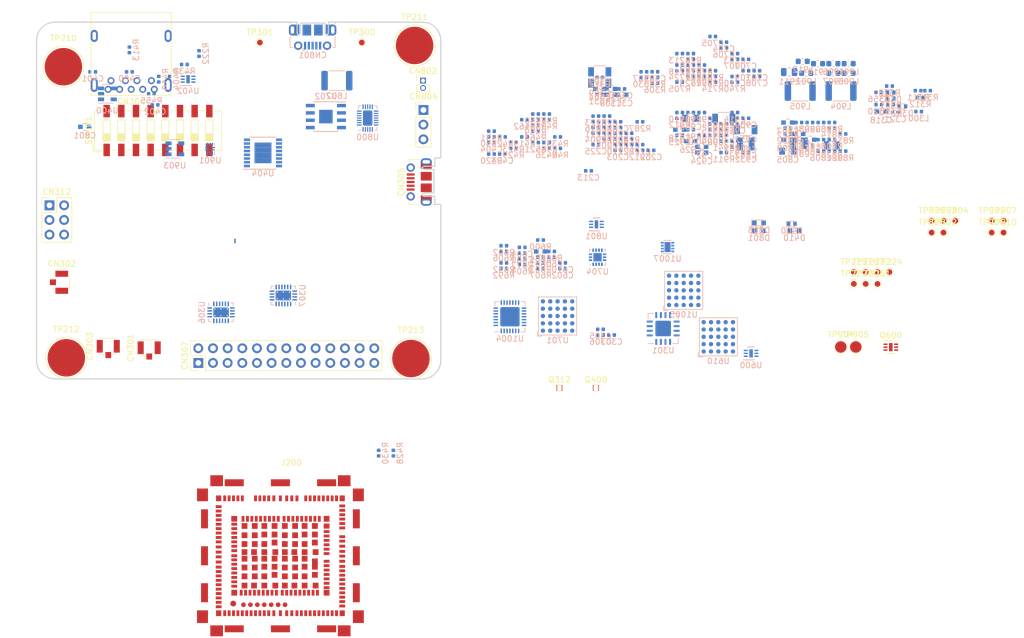
<source format=kicad_pcb>
(kicad_pcb (version 20171130) (host pcbnew "(5.0.1-3-g963ef8bb5)")
  (layers (0 F.Cu signal) (1 In1.Cu signal) (2 In2.Cu signal) (3 In3.Cu signal) (4 In4.Cu signal) (31 B.Cu signal) (34 B.Paste user) (35 F.Paste user) (36 B.SilkS user) (37 F.SilkS user) (38 B.Mask user) (39 F.Mask user) (44 Edge.Cuts user))
  (net 0 "")
  (net 1 GND)
  (net 2 "Net-(C331-Pad1)")
  (net 3 VCC)
  (net 4 "Net-(C330-Pad2)")
  (net 5 SPI2_CLK_WIFI_3V3)
  (net 6 GPIO_EXP_RPI_3)
  (net 7 SPI2_MISO_WIFI_3V3)
  (net 8 SPI2_MOSI_WIFI_3V3)
  (net 9 GPIO_EXP_RPI_2)
  (net 10 GPIO_EXP_RPI_1)
  (net 11 UART0_RX_EXP)
  (net 12 UART0_TX_EXP)
  (net 13 CARD2_DETECT)
  (net 14 USB_ID)
  (net 15 "Net-(C803-Pad1)")
  (net 16 WIFI_UART1_TX_MTK)
  (net 17 USB_IOT_D+)
  (net 18 USB_IOT_D-)
  (net 19 "Net-(C708-Pad1)")
  (net 20 "Net-(R710-Pad1)")
  (net 21 OSC_N)
  (net 22 "Net-(R702-Pad2)")
  (net 23 "Net-(R706-Pad2)")
  (net 24 "Net-(R701-Pad2)")
  (net 25 Hub_I2C_DATA)
  (net 26 Hub_I2C_CLK)
  (net 27 "Net-(C926-Pad2)")
  (net 28 "Net-(C924-Pad1)")
  (net 29 "Net-(C904-Pad1)")
  (net 30 "Net-(R904-Pad2)")
  (net 31 "Net-(C925-Pad2)")
  (net 32 BOARD_REV2)
  (net 33 BOARD_REV1)
  (net 34 Expansion1_I2C_CLK)
  (net 35 Expansion1_I2C_DATA)
  (net 36 Generic_Push_Button)
  (net 37 PCM_EXP1_SEL)
  (net 38 SENSOR_INT2)
  (net 39 SENSOR_INT1)
  (net 40 Power_Fail_Indicator)
  (net 41 GPIOEXP_INT1)
  (net 42 BOARD_REV3)
  (net 43 PWR_GND_BQ)
  (net 44 LowPower_RESET)
  (net 45 TP1_BOOT)
  (net 46 IOT0_GPIO3)
  (net 47 IOT0_GPIO1)
  (net 48 "Net-(C288-Pad1)")
  (net 49 "Net-(C302-Pad2)")
  (net 50 CARD1_DETECT)
  (net 51 "Net-(C804-Pad2)")
  (net 52 "Net-(C925-Pad1)")
  (net 53 VCC_3V7_ULPM)
  (net 54 "Net-(C951-Pad1)")
  (net 55 "Net-(C953-Pad1)")
  (net 56 SDA_EXP)
  (net 57 SCL_EXP)
  (net 58 UART2_CTS)
  (net 59 UART2_RTS)
  (net 60 RESET_IN_CF3)
  (net 61 ADC1)
  (net 62 ADC2)
  (net 63 WP_LowPower_Reset)
  (net 64 GPIO5|I2C1_DATA)
  (net 65 GPIO1|I2C1_CLK)
  (net 66 SDIO_SEL)
  (net 67 "Net-(R724-Pad1)")
  (net 68 MTK_TO_WP_UART_EN)
  (net 69 BattChrgr_INT_N)
  (net 70 "Net-(R803-Pad1)")
  (net 71 BATT_TS+)
  (net 72 UART2_RX)
  (net 73 UART2_TX)
  (net 74 "Net-(C301-Pad1)")
  (net 75 "Net-(CN304-Pad3)")
  (net 76 "Net-(CN304-Pad2)")
  (net 77 "Net-(D410-Pad2)")
  (net 78 "Net-(D801-Pad1)")
  (net 79 "Net-(D801-Pad2)")
  (net 80 "Net-(D803-Pad2)")
  (net 81 "Net-(L904-Pad1)")
  (net 82 "Net-(L905-Pad1)")
  (net 83 USB_EXT_D-)
  (net 84 USB_EXT_D+)
  (net 85 "Net-(R312-Pad2)")
  (net 86 CONS_DIR)
  (net 87 IOT0_GPIO2)
  (net 88 PPS)
  (net 89 IOT0_GPIO4)
  (net 90 PWM_OUT)
  (net 91 PCM_IN)
  (net 92 PCM_CLK)
  (net 93 PCM_SYNC)
  (net 94 PCM_OUT)
  (net 95 SPI1_MRDY)
  (net 96 WP_GPIO_2)
  (net 97 "Net-(C307-Pad2)")
  (net 98 "Net-(C401-Pad1)")
  (net 99 "Net-(C806-Pad2)")
  (net 100 "Net-(C806-Pad1)")
  (net 101 WP_GPIO_3_lvl)
  (net 102 WP_GPIO_1_lvl)
  (net 103 WP_GPIO_2_lvl)
  (net 104 WP_GPIO_8_lvl)
  (net 105 SPI2_CS1_RPI_3V3)
  (net 106 SPI2_CS2_RPI_3V3)
  (net 107 RF_MAIN)
  (net 108 RF_DIV)
  (net 109 "Net-(L911-Pad1)")
  (net 110 SPI2_SRDY_WIFI_1V8)
  (net 111 "Net-(R307-Pad2)")
  (net 112 USB_CONSOLE_D+)
  (net 113 USB_CONSOLE_D-)
  (net 114 PWM_OUT_3V3)
  (net 115 "Net-(Q312-Pad3)")
  (net 116 HL_MODE)
  (net 117 IOT0_SDA)
  (net 118 IOT0_SCL)
  (net 119 "Net-(R436-Pad1)")
  (net 120 "Net-(R450-Pad2)")
  (net 121 SD_CLK_CARD)
  (net 122 SD_CMD_CARD)
  (net 123 SD_D3_CARD)
  (net 124 SD_D2_CARD)
  (net 125 SD_D1_CARD)
  (net 126 SD_D0_CARD)
  (net 127 SDIO_SEL_LVL)
  (net 128 "Net-(R723-Pad1)")
  (net 129 "Net-(R809-Pad1)")
  (net 130 "Net-(R814-Pad2)")
  (net 131 "/3. RF, USB, IOT connectors/RX_FTDI")
  (net 132 "/3. RF, USB, IOT connectors/CTS_FTDI")
  (net 133 "/3. RF, USB, IOT connectors/TX_FTDI")
  (net 134 "/3. RF, USB, IOT connectors/RTS_FTDI")
  (net 135 SPI2_SRDY_WIFI_3V3)
  (net 136 SYSTEM_CLK)
  (net 137 SD_CLK_IOT)
  (net 138 SD_D0_IOT)
  (net 139 SD_CMD_IOT)
  (net 140 SD_D1_IOT)
  (net 141 SD_D3_IOT)
  (net 142 SD_D2_IOT)
  (net 143 USB_WIFI_D+)
  (net 144 USB_WIFI_D-)
  (net 145 Charger_I2C_CLK)
  (net 146 Charger_I2C_DATA)
  (net 147 "Net-(TP806-Pad1)")
  (net 148 "Net-(R425-Pad1)")
  (net 149 "Net-(R433-Pad1)")
  (net 150 "Net-(R459-Pad2)")
  (net 151 BAT_RTC)
  (net 152 "Net-(R287-Pad2)")
  (net 153 "Net-(D200-Pad2)")
  (net 154 UIM1_DATA)
  (net 155 "Net-(CN600-PadT5)")
  (net 156 "Net-(D402-Pad2)")
  (net 157 "Net-(D401-Pad2)")
  (net 158 "Net-(J200-Pad23)")
  (net 159 "Net-(U402-Pad5)")
  (net 160 "Net-(J200-Pad153)")
  (net 161 "Net-(J200-Pad156)")
  (net 162 "Net-(J200-Pad154)")
  (net 163 "Net-(J200-Pad152)")
  (net 164 "Net-(J200-Pad155)")
  (net 165 "Net-(J200-Pad110)")
  (net 166 "Net-(D402-Pad1)")
  (net 167 2G_TX_ON)
  (net 168 "Net-(D401-Pad1)")
  (net 169 "Net-(U903-Pad4)")
  (net 170 "Net-(U400-Pad4)")
  (net 171 "Net-(U1004-Pad11)")
  (net 172 "Net-(U306-Pad16)")
  (net 173 WP_GPIO_7_lvl)
  (net 174 WP_GPIO_7)
  (net 175 WP_GPIO_8)
  (net 176 "Net-(U306-Pad5)")
  (net 177 WP_GPIO_1)
  (net 178 WP_GPIO_3)
  (net 179 "Net-(U307-Pad5)")
  (net 180 "Net-(U307-Pad16)")
  (net 181 "Net-(U301-Pad5)")
  (net 182 "Net-(U301-Pad11)")
  (net 183 "Net-(U301-Pad12)")
  (net 184 "Net-(U301-Pad14)")
  (net 185 "Net-(U704-Pad11)")
  (net 186 "Net-(U704-Pad10)")
  (net 187 "Net-(U704-Pad3)")
  (net 188 "Net-(U704-Pad2)")
  (net 189 "Net-(U701-PadC4)")
  (net 190 "Net-(OSC1000-Pad3)")
  (net 191 HSIC_DATA)
  (net 192 HSIC_STRB)
  (net 193 SD_CLK)
  (net 194 SD_D1)
  (net 195 SD_D0)
  (net 196 SD_CMD)
  (net 197 SD_D3)
  (net 198 SD_D2)
  (net 199 "Net-(D410-Pad1)")
  (net 200 "Net-(CN305-Pad4)")
  (net 201 "Net-(CN801-Pad2)")
  (net 202 "Net-(CN801-Pad3)")
  (net 203 RF_GPS)
  (net 204 W_DISABLE_N)
  (net 205 PWR_ON)
  (net 206 System_reset)
  (net 207 "Net-(R451-Pad2)")
  (net 208 "Net-(R806-Pad2)")
  (net 209 "Net-(R740-Pad2)")
  (net 210 "Net-(R705-Pad1)")
  (net 211 "Net-(U1004-Pad7)")
  (net 212 "Net-(U800-Pad12)")
  (net 213 "Net-(U800-Pad2)")
  (net 214 "Net-(U307-Pad4)")
  (net 215 "Net-(U307-Pad17)")
  (net 216 "Net-(U1005-PadB3)")
  (module Connectors_USB:USB_Micro-B_Molex-105017-0001 (layer F.Cu) (at 186.96 83.216 90)
    (fp_text reference CN305 (at 0 -4 90) (layer F.SilkS))
    (fp_text value USB_B_Micro)
    (pad 6 smd rect (at 1 0.35 90) (size 1.5 1.9) (layers F.Cu F.Paste F.Mask) (net 1 GND))
    (pad 6 thru_hole circle (at -2.5 -2.35 90) (size 1.45 1.45) (drill 0.85) (layers *.Cu *.Mask) (net 1 GND))
    (pad 2 smd rect (at -0.65 -2.35 90) (size 0.4 1.35) (layers F.Cu F.Paste F.Mask) (net 2 "Net-(C331-Pad1)"))
    (pad 1 smd rect (at -1.3 -2.35 90) (size 0.4 1.35) (layers F.Cu F.Paste F.Mask) (net 3 VCC))
    (pad 5 smd rect (at 1.3 -2.35 90) (size 0.4 1.35) (layers F.Cu F.Paste F.Mask) (net 1 GND))
    (pad 4 smd rect (at 0.65 -2.35 90) (size 0.4 1.35) (layers F.Cu F.Paste F.Mask) (net 200 "Net-(CN305-Pad4)"))
    (pad 3 smd rect (at 0 -2.35 90) (size 0.4 1.35) (layers F.Cu F.Paste F.Mask) (net 4 "Net-(C330-Pad2)"))
    (pad 6 thru_hole circle (at 2.5 -2.35 90) (size 1.45 1.45) (drill 0.85) (layers *.Cu *.Mask) (net 1 GND))
    (pad 6 smd rect (at -1 0.35 90) (size 1.5 1.9) (layers F.Cu F.Paste F.Mask) (net 1 GND))
    (pad 6 thru_hole oval (at -3.5 0.35 270) (size 1.2 1.9) (drill oval 0.6 1.3) (layers *.Cu *.Mask) (net 1 GND))
    (pad 6 thru_hole oval (at 3.5 0.35 90) (size 1.2 1.9) (drill oval 0.6 1.3) (layers *.Cu *.Mask) (net 1 GND))
    (pad 6 smd rect (at 2.9 0.35 90) (size 1.2 1.9) (layers F.Cu F.Mask) (net 1 GND))
    (pad 6 smd rect (at -2.9 0.35 90) (size 1.2 1.9) (layers F.Cu F.Mask) (net 1 GND))
  )
  (module Capacitor_SMD:C_0402_1005Metric (layer B.Cu) (at 207.106001 96.234999)
    (fp_text reference C601 (at 0 1.17) (layer B.SilkS) (effects (justify mirror)))
    (fp_text value 1u)
    (pad 2 smd roundrect (at 0.485 0) (size 0.59 0.64) (layers B.Cu B.Paste B.Mask) (net 1 GND))
    (pad 1 smd roundrect (at -0.485 0) (size 0.59 0.64) (layers B.Cu B.Paste B.Mask) (net 3 VCC))
  )
  (module Capacitor_SMD:C_0402_1005Metric (layer B.Cu) (at 255.671001 75.881999)
    (fp_text reference C811 (at 0 1.17) (layer B.SilkS) (effects (justify mirror)))
    (fp_text value 10u)
    (pad 2 smd roundrect (at 0.485 0) (size 0.59 0.64) (layers B.Cu B.Paste B.Mask) (net 3 VCC))
    (pad 1 smd roundrect (at -0.485 0) (size 0.59 0.64) (layers B.Cu B.Paste B.Mask) (net 43 PWR_GND_BQ))
  )
  (module Capacitor_SMD:C_0402_1005Metric (layer B.Cu) (at 220.505001 77.736999)
    (fp_text reference C203 (at 0 1.17) (layer B.SilkS) (effects (justify mirror)))
    (fp_text value 22p)
    (pad 1 smd roundrect (at -0.485 0) (size 0.59 0.64) (layers B.Cu B.Paste B.Mask) (net 87 IOT0_GPIO2))
    (pad 2 smd roundrect (at 0.485 0) (size 0.59 0.64) (layers B.Cu B.Paste B.Mask) (net 1 GND))
  )
  (module Capacitor_SMD:C_0402_1005Metric (layer B.Cu) (at 216.685001 74.766999)
    (fp_text reference C204 (at 0 1.17) (layer B.SilkS) (effects (justify mirror)))
    (fp_text value 22p)
    (pad 2 smd roundrect (at 0.485 0) (size 0.59 0.64) (layers B.Cu B.Paste B.Mask) (net 1 GND))
    (pad 1 smd roundrect (at -0.485 0) (size 0.59 0.64) (layers B.Cu B.Paste B.Mask) (net 44 LowPower_RESET))
  )
  (module Capacitor_SMD:C_0402_1005Metric (layer B.Cu) (at 218.595001 75.756999)
    (fp_text reference C205 (at 0 1.17) (layer B.SilkS) (effects (justify mirror)))
    (fp_text value 22p)
    (pad 1 smd roundrect (at -0.485 0) (size 0.59 0.64) (layers B.Cu B.Paste B.Mask) (net 45 TP1_BOOT))
    (pad 2 smd roundrect (at 0.485 0) (size 0.59 0.64) (layers B.Cu B.Paste B.Mask) (net 1 GND))
  )
  (module Capacitor_SMD:C_0402_1005Metric (layer B.Cu) (at 220.505001 76.746999)
    (fp_text reference C210 (at 0 1.17) (layer B.SilkS) (effects (justify mirror)))
    (fp_text value 22p)
    (pad 1 smd roundrect (at -0.485 0) (size 0.59 0.64) (layers B.Cu B.Paste B.Mask) (net 46 IOT0_GPIO3))
    (pad 2 smd roundrect (at 0.485 0) (size 0.59 0.64) (layers B.Cu B.Paste B.Mask) (net 1 GND))
  )
  (module Capacitor_SMD:C_0402_1005Metric (layer B.Cu) (at 216.685001 73.776999)
    (fp_text reference C211 (at 0 1.17) (layer B.SilkS) (effects (justify mirror)))
    (fp_text value 22p)
    (pad 1 smd roundrect (at -0.485 0) (size 0.59 0.64) (layers B.Cu B.Paste B.Mask) (net 88 PPS))
    (pad 2 smd roundrect (at 0.485 0) (size 0.59 0.64) (layers B.Cu B.Paste B.Mask) (net 1 GND))
  )
  (module Capacitor_SMD:C_0402_1005Metric (layer B.Cu) (at 224.325001 77.736999)
    (fp_text reference C212 (at 0 1.17) (layer B.SilkS) (effects (justify mirror)))
    (fp_text value 22p)
    (pad 1 smd roundrect (at -0.485 0) (size 0.59 0.64) (layers B.Cu B.Paste B.Mask) (net 89 IOT0_GPIO4))
    (pad 2 smd roundrect (at 0.485 0) (size 0.59 0.64) (layers B.Cu B.Paste B.Mask) (net 1 GND))
  )
  (module Capacitor_SMD:C_0402_1005Metric (layer B.Cu) (at 215.415 81.28)
    (fp_text reference C213 (at 0 1.17) (layer B.SilkS) (effects (justify mirror)))
    (fp_text value 22p)
    (pad 2 smd roundrect (at 0.485 0) (size 0.59 0.64) (layers B.Cu B.Paste B.Mask) (net 1 GND))
    (pad 1 smd roundrect (at -0.485 0) (size 0.59 0.64) (layers B.Cu B.Paste B.Mask) (net 90 PWM_OUT))
  )
  (module Capacitor_SMD:C_0402_1005Metric (layer B.Cu) (at 216.685001 72.786999)
    (fp_text reference C216 (at 0 1.17) (layer B.SilkS) (effects (justify mirror)))
    (fp_text value 12p)
    (pad 1 smd roundrect (at -0.485 0) (size 0.59 0.64) (layers B.Cu B.Paste B.Mask) (net 136 SYSTEM_CLK))
    (pad 2 smd roundrect (at 0.485 0) (size 0.59 0.64) (layers B.Cu B.Paste B.Mask) (net 1 GND))
  )
  (module Capacitor_SMD:C_0402_1005Metric (layer B.Cu) (at 218.595001 74.766999)
    (fp_text reference C219 (at 0 1.17) (layer B.SilkS) (effects (justify mirror)))
    (fp_text value 12p)
    (pad 2 smd roundrect (at 0.485 0) (size 0.59 0.64) (layers B.Cu B.Paste B.Mask) (net 1 GND))
    (pad 1 smd roundrect (at -0.485 0) (size 0.59 0.64) (layers B.Cu B.Paste B.Mask) (net 136 SYSTEM_CLK))
  )
  (module Capacitor_SMD:C_0402_1005Metric (layer B.Cu) (at 220.505001 75.756999)
    (fp_text reference C220 (at 0 1.17) (layer B.SilkS) (effects (justify mirror)))
    (fp_text value 22p)
    (pad 1 smd roundrect (at -0.485 0) (size 0.59 0.64) (layers B.Cu B.Paste B.Mask) (net 91 PCM_IN))
    (pad 2 smd roundrect (at 0.485 0) (size 0.59 0.64) (layers B.Cu B.Paste B.Mask) (net 1 GND))
  )
  (module Capacitor_SMD:C_0402_1005Metric (layer B.Cu) (at 222.415001 76.746999)
    (fp_text reference C221 (at 0 1.17) (layer B.SilkS) (effects (justify mirror)))
    (fp_text value 22p)
    (pad 2 smd roundrect (at 0.485 0) (size 0.59 0.64) (layers B.Cu B.Paste B.Mask) (net 1 GND))
    (pad 1 smd roundrect (at -0.485 0) (size 0.59 0.64) (layers B.Cu B.Paste B.Mask) (net 92 PCM_CLK))
  )
  (module Capacitor_SMD:C_0402_1005Metric (layer B.Cu) (at 218.595001 73.776999)
    (fp_text reference C222 (at 0 1.17) (layer B.SilkS) (effects (justify mirror)))
    (fp_text value 22p)
    (pad 2 smd roundrect (at 0.485 0) (size 0.59 0.64) (layers B.Cu B.Paste B.Mask) (net 1 GND))
    (pad 1 smd roundrect (at -0.485 0) (size 0.59 0.64) (layers B.Cu B.Paste B.Mask) (net 93 PCM_SYNC))
  )
  (module Capacitor_SMD:C_0402_1005Metric (layer B.Cu) (at 216.685001 71.796999)
    (fp_text reference C223 (at 0 1.17) (layer B.SilkS) (effects (justify mirror)))
    (fp_text value 22p)
    (pad 2 smd roundrect (at 0.485 0) (size 0.59 0.64) (layers B.Cu B.Paste B.Mask) (net 1 GND))
    (pad 1 smd roundrect (at -0.485 0) (size 0.59 0.64) (layers B.Cu B.Paste B.Mask) (net 94 PCM_OUT))
  )
  (module Capacitor_SMD:C_0402_1005Metric (layer B.Cu) (at 216.685001 76.746999)
    (fp_text reference C225 (at 0 1.17) (layer B.SilkS) (effects (justify mirror)))
    (fp_text value 22p)
    (pad 1 smd roundrect (at -0.485 0) (size 0.59 0.64) (layers B.Cu B.Paste B.Mask) (net 95 SPI1_MRDY))
    (pad 2 smd roundrect (at 0.485 0) (size 0.59 0.64) (layers B.Cu B.Paste B.Mask) (net 1 GND))
  )
  (module Capacitor_SMD:C_0402_1005Metric (layer B.Cu) (at 218.595001 72.786999)
    (fp_text reference C226 (at 0 1.17) (layer B.SilkS) (effects (justify mirror)))
    (fp_text value 22p)
    (pad 2 smd roundrect (at 0.485 0) (size 0.59 0.64) (layers B.Cu B.Paste B.Mask) (net 1 GND))
    (pad 1 smd roundrect (at -0.485 0) (size 0.59 0.64) (layers B.Cu B.Paste B.Mask) (net 45 TP1_BOOT))
  )
  (module Capacitor_SMD:C_0402_1005Metric (layer B.Cu) (at 222.415001 75.756999)
    (fp_text reference C227 (at 0 1.17) (layer B.SilkS) (effects (justify mirror)))
    (fp_text value 22p)
    (pad 2 smd roundrect (at 0.485 0) (size 0.59 0.64) (layers B.Cu B.Paste B.Mask) (net 1 GND))
    (pad 1 smd roundrect (at -0.485 0) (size 0.59 0.64) (layers B.Cu B.Paste B.Mask) (net 96 WP_GPIO_2))
  )
  (module Capacitor_SMD:C_0402_1005Metric (layer B.Cu) (at 224.325001 76.746999)
    (fp_text reference C228 (at 0 1.17) (layer B.SilkS) (effects (justify mirror)))
    (fp_text value 22p)
    (pad 2 smd roundrect (at 0.485 0) (size 0.59 0.64) (layers B.Cu B.Paste B.Mask) (net 1 GND))
    (pad 1 smd roundrect (at -0.485 0) (size 0.59 0.64) (layers B.Cu B.Paste B.Mask) (net 46 IOT0_GPIO3))
  )
  (module Capacitor_SMD:C_0402_1005Metric (layer B.Cu) (at 220.505001 73.776999)
    (fp_text reference C230 (at 0 1.17) (layer B.SilkS) (effects (justify mirror)))
    (fp_text value 22p)
    (pad 1 smd roundrect (at -0.485 0) (size 0.59 0.64) (layers B.Cu B.Paste B.Mask) (net 204 W_DISABLE_N))
    (pad 2 smd roundrect (at 0.485 0) (size 0.59 0.64) (layers B.Cu B.Paste B.Mask) (net 1 GND))
  )
  (module Capacitor_SMD:C_0402_1005Metric (layer B.Cu) (at 218.595001 71.796999)
    (fp_text reference C231 (at 0 1.17) (layer B.SilkS) (effects (justify mirror)))
    (fp_text value 22p)
    (pad 1 smd roundrect (at -0.485 0) (size 0.59 0.64) (layers B.Cu B.Paste B.Mask) (net 47 IOT0_GPIO1))
    (pad 2 smd roundrect (at 0.485 0) (size 0.59 0.64) (layers B.Cu B.Paste B.Mask) (net 1 GND))
  )
  (module Capacitor_SMD:C_0402_1005Metric (layer B.Cu) (at 226.235001 77.736999)
    (fp_text reference C239 (at 0 1.17) (layer B.SilkS) (effects (justify mirror)))
    (fp_text value 22p)
    (pad 1 smd roundrect (at -0.485 0) (size 0.59 0.64) (layers B.Cu B.Paste B.Mask) (net 47 IOT0_GPIO1))
    (pad 2 smd roundrect (at 0.485 0) (size 0.59 0.64) (layers B.Cu B.Paste B.Mask) (net 1 GND))
  )
  (module Capacitor_SMD:C_0402_1005Metric (layer B.Cu) (at 220.505001 72.786999)
    (fp_text reference C288 (at 0 1.17) (layer B.SilkS) (effects (justify mirror)))
    (fp_text value 100n)
    (pad 1 smd roundrect (at -0.485 0) (size 0.59 0.64) (layers B.Cu B.Paste B.Mask) (net 48 "Net-(C288-Pad1)"))
    (pad 2 smd roundrect (at 0.485 0) (size 0.59 0.64) (layers B.Cu B.Paste B.Mask) (net 1 GND))
  )
  (module Capacitor_SMD:C_0402_1005Metric (layer B.Cu) (at 226.911001 64.124999)
    (fp_text reference C301 (at 0 1.17) (layer B.SilkS) (effects (justify mirror)))
    (fp_text value 15p)
    (pad 1 smd roundrect (at -0.485 0) (size 0.59 0.64) (layers B.Cu B.Paste B.Mask) (net 74 "Net-(C301-Pad1)"))
    (pad 2 smd roundrect (at 0.485 0) (size 0.59 0.64) (layers B.Cu B.Paste B.Mask) (net 203 RF_GPS))
  )
  (module Capacitor_SMD:C_0402_1005Metric (layer B.Cu) (at 217.361001 65.114999)
    (fp_text reference C312 (at 0 1.17) (layer B.SilkS) (effects (justify mirror)))
    (fp_text value 22p)
    (pad 2 smd roundrect (at 0.485 0) (size 0.59 0.64) (layers B.Cu B.Paste B.Mask) (net 3 VCC))
    (pad 1 smd roundrect (at -0.485 0) (size 0.59 0.64) (layers B.Cu B.Paste B.Mask) (net 1 GND))
  )
  (module Capacitor_SMD:C_0402_1005Metric (layer B.Cu) (at 225.001001 65.114999)
    (fp_text reference C330 (at 0 1.17) (layer B.SilkS) (effects (justify mirror)))
    (fp_text value 47p)
    (pad 1 smd roundrect (at -0.485 0) (size 0.59 0.64) (layers B.Cu B.Paste B.Mask) (net 1 GND))
    (pad 2 smd roundrect (at 0.485 0) (size 0.59 0.64) (layers B.Cu B.Paste B.Mask) (net 4 "Net-(C330-Pad2)"))
  )
  (module Capacitor_SMD:C_0402_1005Metric (layer B.Cu) (at 221.181001 67.094999)
    (fp_text reference C331 (at 0 1.17) (layer B.SilkS) (effects (justify mirror)))
    (fp_text value 47p)
    (pad 1 smd roundrect (at -0.485 0) (size 0.59 0.64) (layers B.Cu B.Paste B.Mask) (net 2 "Net-(C331-Pad1)"))
    (pad 2 smd roundrect (at 0.485 0) (size 0.59 0.64) (layers B.Cu B.Paste B.Mask) (net 1 GND))
  )
  (module Capacitor_SMD:C_0402_1005Metric (layer B.Cu) (at 135.89 64.135)
    (fp_text reference C400 (at 0 1.17) (layer B.SilkS) (effects (justify mirror)))
    (fp_text value 100n)
    (pad 1 smd roundrect (at -0.485 0) (size 0.59 0.64) (layers B.Cu B.Paste B.Mask) (net 40 Power_Fail_Indicator))
    (pad 2 smd roundrect (at 0.485 0) (size 0.59 0.64) (layers B.Cu B.Paste B.Mask) (net 1 GND))
  )
  (module Capacitor_SMD:C_0402_1005Metric (layer B.Cu) (at 129.54 64.135)
    (fp_text reference C401 (at 0 1.17) (layer B.SilkS) (effects (justify mirror)))
    (fp_text value 100n)
    (pad 2 smd roundrect (at 0.485 0) (size 0.59 0.64) (layers B.Cu B.Paste B.Mask) (net 1 GND))
    (pad 1 smd roundrect (at -0.485 0) (size 0.59 0.64) (layers B.Cu B.Paste B.Mask) (net 98 "Net-(C401-Pad1)"))
  )
  (module Capacitor_SMD:C_0402_1005Metric (layer B.Cu) (at 140.335 69.85)
    (fp_text reference C402 (at 0 1.17) (layer B.SilkS) (effects (justify mirror)))
    (fp_text value 100n)
    (pad 2 smd roundrect (at 0.485 0) (size 0.59 0.64) (layers B.Cu B.Paste B.Mask) (net 1 GND))
    (pad 1 smd roundrect (at -0.485 0) (size 0.59 0.64) (layers B.Cu B.Paste B.Mask) (net 3 VCC))
  )
  (module Capacitor_SMD:C_0402_1005Metric (layer B.Cu) (at 200.514001 78.371999)
    (fp_text reference C403 (at 0 1.17) (layer B.SilkS) (effects (justify mirror)))
    (fp_text value 100n)
    (pad 1 smd roundrect (at -0.485 0) (size 0.59 0.64) (layers B.Cu B.Paste B.Mask) (net 3 VCC))
    (pad 2 smd roundrect (at 0.485 0) (size 0.59 0.64) (layers B.Cu B.Paste B.Mask) (net 1 GND))
  )
  (module Capacitor_SMD:C_0402_1005Metric (layer B.Cu) (at 198.604001 76.391999)
    (fp_text reference C404 (at 0 1.17) (layer B.SilkS) (effects (justify mirror)))
    (fp_text value 100n)
    (pad 2 smd roundrect (at 0.485 0) (size 0.59 0.64) (layers B.Cu B.Paste B.Mask) (net 1 GND))
    (pad 1 smd roundrect (at -0.485 0) (size 0.59 0.64) (layers B.Cu B.Paste B.Mask) (net 3 VCC))
  )
  (module Capacitor_SMD:C_0402_1005Metric (layer B.Cu) (at 198.604001 75.401999)
    (fp_text reference C450 (at 0 1.17) (layer B.SilkS) (effects (justify mirror)))
    (fp_text value 100n)
    (pad 1 smd roundrect (at -0.485 0) (size 0.59 0.64) (layers B.Cu B.Paste B.Mask) (net 3 VCC))
    (pad 2 smd roundrect (at 0.485 0) (size 0.59 0.64) (layers B.Cu B.Paste B.Mask) (net 1 GND))
  )
  (module Capacitor_SMD:C_0402_1005Metric (layer B.Cu) (at 203.926001 95.524999)
    (fp_text reference C600 (at 0 1.17) (layer B.SilkS) (effects (justify mirror)))
    (fp_text value 1u)
    (pad 2 smd roundrect (at 0.485 0) (size 0.59 0.64) (layers B.Cu B.Paste B.Mask) (net 1 GND))
    (pad 1 smd roundrect (at -0.485 0) (size 0.59 0.64) (layers B.Cu B.Paste B.Mask) (net 3 VCC))
  )
  (module Capacitor_SMD:C_0402_1005Metric (layer B.Cu) (at 210.926001 98.214999)
    (fp_text reference C602 (at 0 1.17) (layer B.SilkS) (effects (justify mirror)))
    (fp_text value 1u)
    (pad 1 smd roundrect (at -0.485 0) (size 0.59 0.64) (layers B.Cu B.Paste B.Mask) (net 3 VCC))
    (pad 2 smd roundrect (at 0.485 0) (size 0.59 0.64) (layers B.Cu B.Paste B.Mask) (net 1 GND))
  )
  (module Capacitor_SMD:C_0402_1005Metric (layer B.Cu) (at 203.926001 94.534999)
    (fp_text reference C604 (at 0 1.17) (layer B.SilkS) (effects (justify mirror)))
    (fp_text value 100n)
    (pad 1 smd roundrect (at -0.485 0) (size 0.59 0.64) (layers B.Cu B.Paste B.Mask) (net 1 GND))
    (pad 2 smd roundrect (at 0.485 0) (size 0.59 0.64) (layers B.Cu B.Paste B.Mask) (net 3 VCC))
  )
  (module Capacitor_SMD:C_0402_1005Metric (layer B.Cu) (at 209.016001 96.234999)
    (fp_text reference C606 (at 0 1.17) (layer B.SilkS) (effects (justify mirror)))
    (fp_text value 1n)
    (pad 1 smd roundrect (at -0.485 0) (size 0.59 0.64) (layers B.Cu B.Paste B.Mask) (net 1 GND))
    (pad 2 smd roundrect (at 0.485 0) (size 0.59 0.64) (layers B.Cu B.Paste B.Mask) (net 50 CARD1_DETECT))
  )
  (module Capacitor_SMD:C_0402_1005Metric (layer B.Cu) (at 210.926001 97.224999)
    (fp_text reference C610 (at 0 1.17) (layer B.SilkS) (effects (justify mirror)))
    (fp_text value 100n)
    (pad 2 smd roundrect (at 0.485 0) (size 0.59 0.64) (layers B.Cu B.Paste B.Mask) (net 1 GND))
    (pad 1 smd roundrect (at -0.485 0) (size 0.59 0.64) (layers B.Cu B.Paste B.Mask) (net 3 VCC))
  )
  (module Capacitor_SMD:C_0402_1005Metric (layer B.Cu) (at 242.666001 61.965999)
    (fp_text reference C700 (at 0 1.17) (layer B.SilkS) (effects (justify mirror)))
    (fp_text value 100n)
    (pad 2 smd roundrect (at 0.485 0) (size 0.59 0.64) (layers B.Cu B.Paste B.Mask) (net 3 VCC))
    (pad 1 smd roundrect (at -0.485 0) (size 0.59 0.64) (layers B.Cu B.Paste B.Mask) (net 1 GND))
  )
  (module Capacitor_SMD:C_0402_1005Metric (layer B.Cu) (at 244.576001 63.945999)
    (fp_text reference C701 (at 0 1.17) (layer B.SilkS) (effects (justify mirror)))
    (fp_text value 100n)
    (pad 1 smd roundrect (at -0.485 0) (size 0.59 0.64) (layers B.Cu B.Paste B.Mask) (net 3 VCC))
    (pad 2 smd roundrect (at 0.485 0) (size 0.59 0.64) (layers B.Cu B.Paste B.Mask) (net 1 GND))
  )
  (module Capacitor_SMD:C_0402_1005Metric (layer B.Cu) (at 240.756001 60.975999)
    (fp_text reference C703 (at 0 1.17) (layer B.SilkS) (effects (justify mirror)))
    (fp_text value 4.7u)
    (pad 2 smd roundrect (at 0.485 0) (size 0.59 0.64) (layers B.Cu B.Paste B.Mask) (net 3 VCC))
    (pad 1 smd roundrect (at -0.485 0) (size 0.59 0.64) (layers B.Cu B.Paste B.Mask) (net 1 GND))
  )
  (module Capacitor_SMD:C_0402_1005Metric (layer B.Cu) (at 238.846001 58.995999)
    (fp_text reference C704 (at 0 1.17) (layer B.SilkS) (effects (justify mirror)))
    (fp_text value 100n)
    (pad 1 smd roundrect (at -0.485 0) (size 0.59 0.64) (layers B.Cu B.Paste B.Mask) (net 3 VCC))
    (pad 2 smd roundrect (at 0.485 0) (size 0.59 0.64) (layers B.Cu B.Paste B.Mask) (net 1 GND))
  )
  (module Capacitor_SMD:C_0402_1005Metric (layer B.Cu) (at 236.936001 58.005999)
    (fp_text reference C705 (at 0 1.17) (layer B.SilkS) (effects (justify mirror)))
    (fp_text value 100n)
    (pad 2 smd roundrect (at 0.485 0) (size 0.59 0.64) (layers B.Cu B.Paste B.Mask) (net 3 VCC))
    (pad 1 smd roundrect (at -0.485 0) (size 0.59 0.64) (layers B.Cu B.Paste B.Mask) (net 1 GND))
  )
  (module Capacitor_SMD:C_0402_1005Metric (layer B.Cu) (at 238.846001 59.985999)
    (fp_text reference C706 (at 0 1.17) (layer B.SilkS) (effects (justify mirror)))
    (fp_text value 4.7u)
    (pad 1 smd roundrect (at -0.485 0) (size 0.59 0.64) (layers B.Cu B.Paste B.Mask) (net 3 VCC))
    (pad 2 smd roundrect (at 0.485 0) (size 0.59 0.64) (layers B.Cu B.Paste B.Mask) (net 1 GND))
  )
  (module Capacitor_SMD:C_0402_1005Metric (layer B.Cu) (at 240.756001 61.965999)
    (fp_text reference C707 (at 0 1.17) (layer B.SilkS) (effects (justify mirror)))
    (fp_text value 4.7u)
    (pad 1 smd roundrect (at -0.485 0) (size 0.59 0.64) (layers B.Cu B.Paste B.Mask) (net 3 VCC))
    (pad 2 smd roundrect (at 0.485 0) (size 0.59 0.64) (layers B.Cu B.Paste B.Mask) (net 1 GND))
  )
  (module Capacitor_SMD:C_0402_1005Metric (layer B.Cu) (at 244.576001 64.935999)
    (fp_text reference C708 (at 0 1.17) (layer B.SilkS) (effects (justify mirror)))
    (fp_text value 4.7u)
    (pad 2 smd roundrect (at 0.485 0) (size 0.59 0.64) (layers B.Cu B.Paste B.Mask) (net 1 GND))
    (pad 1 smd roundrect (at -0.485 0) (size 0.59 0.64) (layers B.Cu B.Paste B.Mask) (net 19 "Net-(C708-Pad1)"))
  )
  (module Capacitor_SMD:C_0402_1005Metric (layer B.Cu) (at 242.666001 63.945999)
    (fp_text reference C709 (at 0 1.17) (layer B.SilkS) (effects (justify mirror)))
    (fp_text value 4.7u)
    (pad 2 smd roundrect (at 0.485 0) (size 0.59 0.64) (layers B.Cu B.Paste B.Mask) (net 1 GND))
    (pad 1 smd roundrect (at -0.485 0) (size 0.59 0.64) (layers B.Cu B.Paste B.Mask) (net 19 "Net-(C708-Pad1)"))
  )
  (module Capacitor_SMD:C_0402_1005Metric (layer B.Cu) (at 240.756001 64.935999)
    (fp_text reference C710 (at 0 1.17) (layer B.SilkS) (effects (justify mirror)))
    (fp_text value 1u)
    (pad 2 smd roundrect (at 0.485 0) (size 0.59 0.64) (layers B.Cu B.Paste B.Mask) (net 1 GND))
    (pad 1 smd roundrect (at -0.485 0) (size 0.59 0.64) (layers B.Cu B.Paste B.Mask) (net 3 VCC))
  )
  (module Capacitor_SMD:C_0402_1005Metric (layer B.Cu) (at 249.941001 74.891999)
    (fp_text reference C802 (at 0 1.17) (layer B.SilkS) (effects (justify mirror)))
    (fp_text value 1u)
    (pad 1 smd roundrect (at -0.485 0) (size 0.59 0.64) (layers B.Cu B.Paste B.Mask) (net 43 PWR_GND_BQ))
    (pad 2 smd roundrect (at 0.485 0) (size 0.59 0.64) (layers B.Cu B.Paste B.Mask) (net 3 VCC))
  )
  (module Capacitor_SMD:C_0402_1005Metric (layer B.Cu) (at 253.761001 76.871999)
    (fp_text reference C804 (at 0 1.17) (layer B.SilkS) (effects (justify mirror)))
    (fp_text value 1u)
    (pad 1 smd roundrect (at -0.485 0) (size 0.59 0.64) (layers B.Cu B.Paste B.Mask) (net 43 PWR_GND_BQ))
    (pad 2 smd roundrect (at 0.485 0) (size 0.59 0.64) (layers B.Cu B.Paste B.Mask) (net 51 "Net-(C804-Pad2)"))
  )
  (module Capacitor_SMD:C_0402_1005Metric (layer B.Cu) (at 255.671001 77.861999)
    (fp_text reference C806 (at 0 1.17) (layer B.SilkS) (effects (justify mirror)))
    (fp_text value 47n)
    (pad 2 smd roundrect (at 0.485 0) (size 0.59 0.64) (layers B.Cu B.Paste B.Mask) (net 99 "Net-(C806-Pad2)"))
    (pad 1 smd roundrect (at -0.485 0) (size 0.59 0.64) (layers B.Cu B.Paste B.Mask) (net 100 "Net-(C806-Pad1)"))
  )
  (module Capacitor_SMD:C_0402_1005Metric (layer B.Cu) (at 233.116001 71.185999)
    (fp_text reference C901 (at 0 1.17) (layer B.SilkS) (effects (justify mirror)))
    (fp_text value 100n)
    (pad 1 smd roundrect (at -0.485 0) (size 0.59 0.64) (layers B.Cu B.Paste B.Mask) (net 3 VCC))
    (pad 2 smd roundrect (at 0.485 0) (size 0.59 0.64) (layers B.Cu B.Paste B.Mask) (net 1 GND))
  )
  (module Capacitor_SMD:C_0402_1005Metric (layer B.Cu) (at 236.936001 75.145999)
    (fp_text reference C904 (at 0 1.17) (layer B.SilkS) (effects (justify mirror)))
    (fp_text value 100n)
    (pad 2 smd roundrect (at 0.485 0) (size 0.59 0.64) (layers B.Cu B.Paste B.Mask) (net 1 GND))
    (pad 1 smd roundrect (at -0.485 0) (size 0.59 0.64) (layers B.Cu B.Paste B.Mask) (net 29 "Net-(C904-Pad1)"))
  )
  (module Capacitor_SMD:C_0402_1005Metric (layer B.Cu) (at 240.756001 73.165999)
    (fp_text reference C910 (at 0 1.17) (layer B.SilkS) (effects (justify mirror)))
    (fp_text value 100n)
    (pad 2 smd roundrect (at 0.485 0) (size 0.59 0.64) (layers B.Cu B.Paste B.Mask) (net 1 GND))
    (pad 1 smd roundrect (at -0.485 0) (size 0.59 0.64) (layers B.Cu B.Paste B.Mask) (net 3 VCC))
  )
  (module Capacitor_SMD:C_0402_1005Metric (layer B.Cu) (at 240.756001 72.175999)
    (fp_text reference C913 (at 0 1.17) (layer B.SilkS) (effects (justify mirror)))
    (fp_text value 100n)
    (pad 1 smd roundrect (at -0.485 0) (size 0.59 0.64) (layers B.Cu B.Paste B.Mask) (net 3 VCC))
    (pad 2 smd roundrect (at 0.485 0) (size 0.59 0.64) (layers B.Cu B.Paste B.Mask) (net 1 GND))
  )
  (module Capacitor_SMD:C_0402_1005Metric (layer B.Cu) (at 240.756001 71.185999)
    (fp_text reference C914 (at 0 1.17) (layer B.SilkS) (effects (justify mirror)))
    (fp_text value 100n)
    (pad 2 smd roundrect (at 0.485 0) (size 0.59 0.64) (layers B.Cu B.Paste B.Mask) (net 1 GND))
    (pad 1 smd roundrect (at -0.485 0) (size 0.59 0.64) (layers B.Cu B.Paste B.Mask) (net 3 VCC))
  )
  (module Capacitor_SMD:C_0402_1005Metric (layer B.Cu) (at 231.206001 75.145999)
    (fp_text reference C925 (at 0 1.17) (layer B.SilkS) (effects (justify mirror)))
    (fp_text value 56p)
    (pad 2 smd roundrect (at 0.485 0) (size 0.59 0.64) (layers B.Cu B.Paste B.Mask) (net 31 "Net-(C925-Pad2)"))
    (pad 1 smd roundrect (at -0.485 0) (size 0.59 0.64) (layers B.Cu B.Paste B.Mask) (net 52 "Net-(C925-Pad1)"))
  )
  (module Capacitor_SMD:C_0402_1005Metric (layer B.Cu) (at 242.666001 72.175999)
    (fp_text reference C930 (at 0 1.17) (layer B.SilkS) (effects (justify mirror)))
    (fp_text value 100n)
    (pad 1 smd roundrect (at -0.485 0) (size 0.59 0.64) (layers B.Cu B.Paste B.Mask) (net 3 VCC))
    (pad 2 smd roundrect (at 0.485 0) (size 0.59 0.64) (layers B.Cu B.Paste B.Mask) (net 1 GND))
  )
  (module Capacitor_SMD:C_0402_1005Metric (layer B.Cu) (at 240.756001 77.125999)
    (fp_text reference C931 (at 0 1.17) (layer B.SilkS) (effects (justify mirror)))
    (fp_text value 100n)
    (pad 2 smd roundrect (at 0.485 0) (size 0.59 0.64) (layers B.Cu B.Paste B.Mask) (net 1 GND))
    (pad 1 smd roundrect (at -0.485 0) (size 0.59 0.64) (layers B.Cu B.Paste B.Mask) (net 52 "Net-(C925-Pad1)"))
  )
  (module Capacitor_SMD:C_0402_1005Metric (layer B.Cu) (at 242.666001 78.115999)
    (fp_text reference C932 (at 0 1.17) (layer B.SilkS) (effects (justify mirror)))
    (fp_text value 100n)
    (pad 1 smd roundrect (at -0.485 0) (size 0.59 0.64) (layers B.Cu B.Paste B.Mask) (net 3 VCC))
    (pad 2 smd roundrect (at 0.485 0) (size 0.59 0.64) (layers B.Cu B.Paste B.Mask) (net 1 GND))
  )
  (module Capacitor_SMD:C_0402_1005Metric (layer B.Cu) (at 236.936001 74.155999)
    (fp_text reference C940 (at 0 1.17) (layer B.SilkS) (effects (justify mirror)))
    (fp_text value 100n)
    (pad 1 smd roundrect (at -0.485 0) (size 0.59 0.64) (layers B.Cu B.Paste B.Mask) (net 53 VCC_3V7_ULPM))
    (pad 2 smd roundrect (at 0.485 0) (size 0.59 0.64) (layers B.Cu B.Paste B.Mask) (net 1 GND))
  )
  (module Capacitor_SMD:C_0402_1005Metric (layer B.Cu) (at 238.846001 76.135999)
    (fp_text reference C941 (at 0 1.17) (layer B.SilkS) (effects (justify mirror)))
    (fp_text value 100n)
    (pad 2 smd roundrect (at 0.485 0) (size 0.59 0.64) (layers B.Cu B.Paste B.Mask) (net 1 GND))
    (pad 1 smd roundrect (at -0.485 0) (size 0.59 0.64) (layers B.Cu B.Paste B.Mask) (net 53 VCC_3V7_ULPM))
  )
  (module Capacitor_SMD:C_0402_1005Metric (layer B.Cu) (at 238.846001 73.165999)
    (fp_text reference C943 (at 0 1.17) (layer B.SilkS) (effects (justify mirror)))
    (fp_text value 1u)
    (pad 1 smd roundrect (at -0.485 0) (size 0.59 0.64) (layers B.Cu B.Paste B.Mask) (net 53 VCC_3V7_ULPM))
    (pad 2 smd roundrect (at 0.485 0) (size 0.59 0.64) (layers B.Cu B.Paste B.Mask) (net 1 GND))
  )
  (module Capacitor_SMD:C_0402_1005Metric (layer B.Cu) (at 236.936001 73.165999)
    (fp_text reference C945 (at 0 1.17) (layer B.SilkS) (effects (justify mirror)))
    (fp_text value 1u)
    (pad 2 smd roundrect (at 0.485 0) (size 0.59 0.64) (layers B.Cu B.Paste B.Mask) (net 1 GND))
    (pad 1 smd roundrect (at -0.485 0) (size 0.59 0.64) (layers B.Cu B.Paste B.Mask) (net 3 VCC))
  )
  (module Capacitor_SMD:C_0402_1005Metric (layer B.Cu) (at 238.846001 75.145999)
    (fp_text reference C950 (at 0 1.17) (layer B.SilkS) (effects (justify mirror)))
    (fp_text value 100n)
    (pad 2 smd roundrect (at 0.485 0) (size 0.59 0.64) (layers B.Cu B.Paste B.Mask) (net 1 GND))
    (pad 1 smd roundrect (at -0.485 0) (size 0.59 0.64) (layers B.Cu B.Paste B.Mask) (net 3 VCC))
  )
  (module Capacitor_SMD:C_0402_1005Metric (layer B.Cu) (at 240.756001 76.135999)
    (fp_text reference C951 (at 0 1.17) (layer B.SilkS) (effects (justify mirror)))
    (fp_text value 100n)
    (pad 1 smd roundrect (at -0.485 0) (size 0.59 0.64) (layers B.Cu B.Paste B.Mask) (net 54 "Net-(C951-Pad1)"))
    (pad 2 smd roundrect (at 0.485 0) (size 0.59 0.64) (layers B.Cu B.Paste B.Mask) (net 1 GND))
  )
  (module Capacitor_SMD:C_0402_1005Metric (layer B.Cu) (at 238.846001 74.155999)
    (fp_text reference C953 (at 0 1.17) (layer B.SilkS) (effects (justify mirror)))
    (fp_text value 100n)
    (pad 1 smd roundrect (at -0.485 0) (size 0.59 0.64) (layers B.Cu B.Paste B.Mask) (net 55 "Net-(C953-Pad1)"))
    (pad 2 smd roundrect (at 0.485 0) (size 0.59 0.64) (layers B.Cu B.Paste B.Mask) (net 1 GND))
  )
  (module Capacitor_SMD:C_0402_1005Metric (layer B.Cu) (at 236.936001 72.175999)
    (fp_text reference C954 (at 0 1.17) (layer B.SilkS) (effects (justify mirror)))
    (fp_text value 100n)
    (pad 1 smd roundrect (at -0.485 0) (size 0.59 0.64) (layers B.Cu B.Paste B.Mask) (net 3 VCC))
    (pad 2 smd roundrect (at 0.485 0) (size 0.59 0.64) (layers B.Cu B.Paste B.Mask) (net 1 GND))
  )
  (module Resistor_SMD:R_0402_1005Metric (layer B.Cu) (at 257.581001 77.861999)
    (fp_text reference R810 (at 0 1.17) (layer B.SilkS) (effects (justify mirror)))
    (fp_text value 10k)
    (pad 1 smd roundrect (at -0.485 0) (size 0.59 0.64) (layers B.Cu B.Paste B.Mask) (net 79 "Net-(D801-Pad2)"))
    (pad 2 smd roundrect (at 0.485 0) (size 0.59 0.64) (layers B.Cu B.Paste B.Mask) (net 3 VCC))
  )
  (module Resistor_SMD:R_0402_1005Metric (layer B.Cu) (at 251.851001 72.911999)
    (fp_text reference R811 (at 0 1.17) (layer B.SilkS) (effects (justify mirror)))
    (fp_text value 10k)
    (pad 2 smd roundrect (at 0.485 0) (size 0.59 0.64) (layers B.Cu B.Paste B.Mask) (net 3 VCC))
    (pad 1 smd roundrect (at -0.485 0) (size 0.59 0.64) (layers B.Cu B.Paste B.Mask) (net 78 "Net-(D801-Pad1)"))
  )
  (module Resistor_SMD:R_0402_1005Metric (layer B.Cu) (at 208.154001 72.431999)
    (fp_text reference R435 (at 0 1.17) (layer B.SilkS) (effects (justify mirror)))
    (fp_text value 820)
    (pad 2 smd roundrect (at 0.485 0) (size 0.59 0.64) (layers B.Cu B.Paste B.Mask) (net 3 VCC))
    (pad 1 smd roundrect (at -0.485 0) (size 0.59 0.64) (layers B.Cu B.Paste B.Mask) (net 156 "Net-(D402-Pad2)"))
  )
  (module Resistor_SMD:R_0402_1005Metric (layer B.Cu) (at 208.154001 71.441999)
    (fp_text reference R477 (at 0 1.17) (layer B.SilkS) (effects (justify mirror)))
    (fp_text value 820)
    (pad 2 smd roundrect (at 0.485 0) (size 0.59 0.64) (layers B.Cu B.Paste B.Mask) (net 3 VCC))
    (pad 1 smd roundrect (at -0.485 0) (size 0.59 0.64) (layers B.Cu B.Paste B.Mask) (net 77 "Net-(D410-Pad2)"))
  )
  (module Resistor_SMD:R_0402_1005Metric (layer B.Cu) (at 181.61 130.175 90)
    (fp_text reference R428 (at 0 1.17 90) (layer B.SilkS) (effects (justify mirror)))
    (fp_text value 4.7k)
    (pad 2 smd roundrect (at 0.485 0 90) (size 0.59 0.64) (layers B.Cu B.Paste B.Mask) (net 56 SDA_EXP))
    (pad 1 smd roundrect (at -0.485 0 90) (size 0.59 0.64) (layers B.Cu B.Paste B.Mask) (net 3 VCC))
  )
  (module Resistor_SMD:R_0402_1005Metric (layer B.Cu) (at 179.07 130.175 90)
    (fp_text reference R430 (at 0 1.17 90) (layer B.SilkS) (effects (justify mirror)))
    (fp_text value 4.7k)
    (pad 1 smd roundrect (at -0.485 0 90) (size 0.59 0.64) (layers B.Cu B.Paste B.Mask) (net 3 VCC))
    (pad 2 smd roundrect (at 0.485 0 90) (size 0.59 0.64) (layers B.Cu B.Paste B.Mask) (net 57 SCL_EXP))
  )
  (module Resistor_SMD:R_0402_1005Metric (layer B.Cu) (at 147.955 60.96 90)
    (fp_text reference R222 (at 0 1.17 90) (layer B.SilkS) (effects (justify mirror)))
    (fp_text value 280)
    (pad 1 smd roundrect (at -0.485 0 90) (size 0.59 0.64) (layers B.Cu B.Paste B.Mask) (net 3 VCC))
    (pad 2 smd roundrect (at 0.485 0 90) (size 0.59 0.64) (layers B.Cu B.Paste B.Mask) (net 153 "Net-(D200-Pad2)"))
  )
  (module Resistor_SMD:R_0402_1005Metric (layer B.Cu) (at 222.415001 74.766999)
    (fp_text reference R260 (at 0 1.17) (layer B.SilkS) (effects (justify mirror)))
    (fp_text value 0)
    (pad 1 smd roundrect (at -0.485 0) (size 0.59 0.64) (layers B.Cu B.Paste B.Mask) (net 36 Generic_Push_Button))
    (pad 2 smd roundrect (at 0.485 0) (size 0.59 0.64) (layers B.Cu B.Paste B.Mask) (net 48 "Net-(C288-Pad1)"))
  )
  (module Resistor_SMD:R_0402_1005Metric (layer B.Cu) (at 220.505001 74.766999)
    (fp_text reference R286 (at 0 1.17) (layer B.SilkS) (effects (justify mirror)))
    (fp_text value 10k)
    (pad 2 smd roundrect (at 0.485 0) (size 0.59 0.64) (layers B.Cu B.Paste B.Mask) (net 48 "Net-(C288-Pad1)"))
    (pad 1 smd roundrect (at -0.485 0) (size 0.59 0.64) (layers B.Cu B.Paste B.Mask) (net 3 VCC))
  )
  (module Resistor_SMD:R_0402_1005Metric (layer B.Cu) (at 224.325001 72.786999)
    (fp_text reference R287 (at 0 1.17) (layer B.SilkS) (effects (justify mirror)))
    (fp_text value 100)
    (pad 1 smd roundrect (at -0.485 0) (size 0.59 0.64) (layers B.Cu B.Paste B.Mask) (net 1 GND))
    (pad 2 smd roundrect (at 0.485 0) (size 0.59 0.64) (layers B.Cu B.Paste B.Mask) (net 152 "Net-(R287-Pad2)"))
  )
  (module Resistor_SMD:R_0402_1005Metric (layer B.Cu) (at 226.911001 66.104999)
    (fp_text reference R306 (at 0 1.17) (layer B.SilkS) (effects (justify mirror)))
    (fp_text value 10k)
    (pad 1 smd roundrect (at -0.485 0) (size 0.59 0.64) (layers B.Cu B.Paste B.Mask) (net 49 "Net-(C302-Pad2)"))
    (pad 2 smd roundrect (at 0.485 0) (size 0.59 0.64) (layers B.Cu B.Paste B.Mask) (net 151 BAT_RTC))
  )
  (module Resistor_SMD:R_0402_1005Metric (layer B.Cu) (at 225.001001 64.124999)
    (fp_text reference R307 (at 0 1.17) (layer B.SilkS) (effects (justify mirror)))
    (fp_text value 220)
    (pad 2 smd roundrect (at 0.485 0) (size 0.59 0.64) (layers B.Cu B.Paste B.Mask) (net 111 "Net-(R307-Pad2)"))
    (pad 1 smd roundrect (at -0.485 0) (size 0.59 0.64) (layers B.Cu B.Paste B.Mask) (net 49 "Net-(C302-Pad2)"))
  )
  (module Resistor_SMD:R_0402_1005Metric (layer B.Cu) (at 226.911001 65.114999)
    (fp_text reference R330 (at 0 1.17) (layer B.SilkS) (effects (justify mirror)))
    (fp_text value 27)
    (pad 2 smd roundrect (at 0.485 0) (size 0.59 0.64) (layers B.Cu B.Paste B.Mask) (net 4 "Net-(C330-Pad2)"))
    (pad 1 smd roundrect (at -0.485 0) (size 0.59 0.64) (layers B.Cu B.Paste B.Mask) (net 112 USB_CONSOLE_D+))
  )
  (module Resistor_SMD:R_0402_1005Metric (layer B.Cu) (at 217.361001 68.084999)
    (fp_text reference R331 (at 0 1.17) (layer B.SilkS) (effects (justify mirror)))
    (fp_text value 27)
    (pad 1 smd roundrect (at -0.485 0) (size 0.59 0.64) (layers B.Cu B.Paste B.Mask) (net 2 "Net-(C331-Pad1)"))
    (pad 2 smd roundrect (at 0.485 0) (size 0.59 0.64) (layers B.Cu B.Paste B.Mask) (net 113 USB_CONSOLE_D-))
  )
  (module Resistor_SMD:R_0402_1005Metric (layer B.Cu) (at 142.875 65.405 90)
    (fp_text reference R404 (at 0 1.17 90) (layer B.SilkS) (effects (justify mirror)))
    (fp_text value 10k)
    (pad 2 smd roundrect (at 0.485 0 90) (size 0.59 0.64) (layers B.Cu B.Paste B.Mask) (net 63 WP_LowPower_Reset))
    (pad 1 smd roundrect (at -0.485 0 90) (size 0.59 0.64) (layers B.Cu B.Paste B.Mask) (net 116 HL_MODE))
  )
  (module Resistor_SMD:R_0402_1005Metric (layer B.Cu) (at 140.97 65.405 90)
    (fp_text reference R410 (at 0 1.17 90) (layer B.SilkS) (effects (justify mirror)))
    (fp_text value 100)
    (pad 1 smd roundrect (at -0.485 0 90) (size 0.59 0.64) (layers B.Cu B.Paste B.Mask) (net 60 RESET_IN_CF3))
    (pad 2 smd roundrect (at 0.485 0 90) (size 0.59 0.64) (layers B.Cu B.Paste B.Mask) (net 40 Power_Fail_Indicator))
  )
  (module Resistor_SMD:R_0402_1005Metric (layer B.Cu) (at 135.89 60.325 90)
    (fp_text reference R413 (at 0 1.17 90) (layer B.SilkS) (effects (justify mirror)))
    (fp_text value 820)
    (pad 2 smd roundrect (at 0.485 0 90) (size 0.59 0.64) (layers B.Cu B.Paste B.Mask) (net 3 VCC))
    (pad 1 smd roundrect (at -0.485 0 90) (size 0.59 0.64) (layers B.Cu B.Paste B.Mask) (net 157 "Net-(D401-Pad2)"))
  )
  (module Resistor_SMD:R_0402_1005Metric (layer B.Cu) (at 204.334001 75.401999)
    (fp_text reference R419 (at 0 1.17) (layer B.SilkS) (effects (justify mirror)))
    (fp_text value 4.7k)
    (pad 1 smd roundrect (at -0.485 0) (size 0.59 0.64) (layers B.Cu B.Paste B.Mask) (net 3 VCC))
    (pad 2 smd roundrect (at 0.485 0) (size 0.59 0.64) (layers B.Cu B.Paste B.Mask) (net 35 Expansion1_I2C_DATA))
  )
  (module Resistor_SMD:R_0402_1005Metric (layer B.Cu) (at 198.604001 78.371999)
    (fp_text reference R420 (at 0 1.17) (layer B.SilkS) (effects (justify mirror)))
    (fp_text value 4.7k)
    (pad 1 smd roundrect (at -0.485 0) (size 0.59 0.64) (layers B.Cu B.Paste B.Mask) (net 3 VCC))
    (pad 2 smd roundrect (at 0.485 0) (size 0.59 0.64) (layers B.Cu B.Paste B.Mask) (net 117 IOT0_SDA))
  )
  (module Resistor_SMD:R_0402_1005Metric (layer B.Cu) (at 206.244001 76.391999)
    (fp_text reference R421 (at 0 1.17) (layer B.SilkS) (effects (justify mirror)))
    (fp_text value 4.7k)
    (pad 1 smd roundrect (at -0.485 0) (size 0.59 0.64) (layers B.Cu B.Paste B.Mask) (net 3 VCC))
    (pad 2 smd roundrect (at 0.485 0) (size 0.59 0.64) (layers B.Cu B.Paste B.Mask) (net 34 Expansion1_I2C_CLK))
  )
  (module Resistor_SMD:R_0402_1005Metric (layer B.Cu) (at 202.424001 76.391999)
    (fp_text reference R423 (at 0 1.17) (layer B.SilkS) (effects (justify mirror)))
    (fp_text value 4.7k)
    (pad 2 smd roundrect (at 0.485 0) (size 0.59 0.64) (layers B.Cu B.Paste B.Mask) (net 118 IOT0_SCL))
    (pad 1 smd roundrect (at -0.485 0) (size 0.59 0.64) (layers B.Cu B.Paste B.Mask) (net 3 VCC))
  )
  (module Resistor_SMD:R_0402_1005Metric (layer B.Cu) (at 200.514001 75.401999)
    (fp_text reference R425 (at 0 1.17) (layer B.SilkS) (effects (justify mirror)))
    (fp_text value 10k)
    (pad 1 smd roundrect (at -0.485 0) (size 0.59 0.64) (layers B.Cu B.Paste B.Mask) (net 148 "Net-(R425-Pad1)"))
    (pad 2 smd roundrect (at 0.485 0) (size 0.59 0.64) (layers B.Cu B.Paste B.Mask) (net 1 GND))
  )
  (module Resistor_SMD:R_0402_1005Metric (layer B.Cu) (at 202.424001 77.381999)
    (fp_text reference R429 (at 0 1.17) (layer B.SilkS) (effects (justify mirror)))
    (fp_text value 4.7k)
    (pad 1 smd roundrect (at -0.485 0) (size 0.59 0.64) (layers B.Cu B.Paste B.Mask) (net 3 VCC))
    (pad 2 smd roundrect (at 0.485 0) (size 0.59 0.64) (layers B.Cu B.Paste B.Mask) (net 145 Charger_I2C_CLK))
  )
  (module Resistor_SMD:R_0402_1005Metric (layer B.Cu) (at 198.604001 74.411999)
    (fp_text reference R431 (at 0 1.17) (layer B.SilkS) (effects (justify mirror)))
    (fp_text value 4.7k)
    (pad 2 smd roundrect (at 0.485 0) (size 0.59 0.64) (layers B.Cu B.Paste B.Mask) (net 146 Charger_I2C_DATA))
    (pad 1 smd roundrect (at -0.485 0) (size 0.59 0.64) (layers B.Cu B.Paste B.Mask) (net 3 VCC))
  )
  (module Resistor_SMD:R_0402_1005Metric (layer B.Cu) (at 145.415 62.865)
    (fp_text reference R432 (at 0 1.17) (layer B.SilkS) (effects (justify mirror)))
    (fp_text value 100k)
    (pad 2 smd roundrect (at 0.485 0) (size 0.59 0.64) (layers B.Cu B.Paste B.Mask) (net 1 GND))
    (pad 1 smd roundrect (at -0.485 0) (size 0.59 0.64) (layers B.Cu B.Paste B.Mask) (net 63 WP_LowPower_Reset))
  )
  (module Resistor_SMD:R_0402_1005Metric (layer B.Cu) (at 210.064001 75.401999)
    (fp_text reference R433 (at 0 1.17) (layer B.SilkS) (effects (justify mirror)))
    (fp_text value 10k)
    (pad 2 smd roundrect (at 0.485 0) (size 0.59 0.64) (layers B.Cu B.Paste B.Mask) (net 1 GND))
    (pad 1 smd roundrect (at -0.485 0) (size 0.59 0.64) (layers B.Cu B.Paste B.Mask) (net 149 "Net-(R433-Pad1)"))
  )
  (module Resistor_SMD:R_0402_1005Metric (layer B.Cu) (at 208.154001 77.381999)
    (fp_text reference R436 (at 0 1.17) (layer B.SilkS) (effects (justify mirror)))
    (fp_text value 10k)
    (pad 1 smd roundrect (at -0.485 0) (size 0.59 0.64) (layers B.Cu B.Paste B.Mask) (net 119 "Net-(R436-Pad1)"))
    (pad 2 smd roundrect (at 0.485 0) (size 0.59 0.64) (layers B.Cu B.Paste B.Mask) (net 1 GND))
  )
  (module Resistor_SMD:R_0402_1005Metric (layer B.Cu) (at 206.244001 71.441999)
    (fp_text reference R450 (at 0 1.17) (layer B.SilkS) (effects (justify mirror)))
    (fp_text value 10k)
    (pad 2 smd roundrect (at 0.485 0) (size 0.59 0.64) (layers B.Cu B.Paste B.Mask) (net 120 "Net-(R450-Pad2)"))
    (pad 1 smd roundrect (at -0.485 0) (size 0.59 0.64) (layers B.Cu B.Paste B.Mask) (net 3 VCC))
  )
  (module Resistor_SMD:R_0402_1005Metric (layer B.Cu) (at 206.244001 72.431999)
    (fp_text reference R451 (at 0 1.17) (layer B.SilkS) (effects (justify mirror)))
    (fp_text value 10k)
    (pad 2 smd roundrect (at 0.485 0) (size 0.59 0.64) (layers B.Cu B.Paste B.Mask) (net 207 "Net-(R451-Pad2)"))
    (pad 1 smd roundrect (at -0.485 0) (size 0.59 0.64) (layers B.Cu B.Paste B.Mask) (net 3 VCC))
  )
  (module Resistor_SMD:R_0402_1005Metric (layer B.Cu) (at 139.7 67.945)
    (fp_text reference R455 (at 0 1.17) (layer B.SilkS) (effects (justify mirror)))
    (fp_text value 47k)
    (pad 1 smd roundrect (at -0.485 0) (size 0.59 0.64) (layers B.Cu B.Paste B.Mask) (net 40 Power_Fail_Indicator))
    (pad 2 smd roundrect (at 0.485 0) (size 0.59 0.64) (layers B.Cu B.Paste B.Mask) (net 3 VCC))
  )
  (module Resistor_SMD:R_0402_1005Metric (layer B.Cu) (at 206.244001 73.421999)
    (fp_text reference R459 (at 0 1.17) (layer B.SilkS) (effects (justify mirror)))
    (fp_text value 100)
    (pad 2 smd roundrect (at 0.485 0) (size 0.59 0.64) (layers B.Cu B.Paste B.Mask) (net 150 "Net-(R459-Pad2)"))
    (pad 1 smd roundrect (at -0.485 0) (size 0.59 0.64) (layers B.Cu B.Paste B.Mask) (net 3 VCC))
  )
  (module Resistor_SMD:R_0402_1005Metric (layer B.Cu) (at 204.334001 72.431999)
    (fp_text reference R462 (at 0 1.17) (layer B.SilkS) (effects (justify mirror)))
    (fp_text value 10k)
    (pad 2 smd roundrect (at 0.485 0) (size 0.59 0.64) (layers B.Cu B.Paste B.Mask) (net 3 VCC))
    (pad 1 smd roundrect (at -0.485 0) (size 0.59 0.64) (layers B.Cu B.Paste B.Mask) (net 65 GPIO1|I2C1_CLK))
  )
  (module Resistor_SMD:R_0402_1005Metric (layer B.Cu) (at 206.244001 74.411999)
    (fp_text reference R463 (at 0 1.17) (layer B.SilkS) (effects (justify mirror)))
    (fp_text value 10k)
    (pad 1 smd roundrect (at -0.485 0) (size 0.59 0.64) (layers B.Cu B.Paste B.Mask) (net 65 GPIO1|I2C1_CLK))
    (pad 2 smd roundrect (at 0.485 0) (size 0.59 0.64) (layers B.Cu B.Paste B.Mask) (net 3 VCC))
  )
  (module Resistor_SMD:R_0402_1005Metric (layer B.Cu) (at 210.064001 77.381999)
    (fp_text reference R464 (at 0 1.17) (layer B.SilkS) (effects (justify mirror)))
    (fp_text value 0)
    (pad 1 smd roundrect (at -0.485 0) (size 0.59 0.64) (layers B.Cu B.Paste B.Mask) (net 3 VCC))
    (pad 2 smd roundrect (at 0.485 0) (size 0.59 0.64) (layers B.Cu B.Paste B.Mask) (net 3 VCC))
  )
  (module Resistor_SMD:R_0402_1005Metric (layer B.Cu) (at 208.154001 76.391999)
    (fp_text reference R465 (at 0 1.17) (layer B.SilkS) (effects (justify mirror)))
    (fp_text value 0)
    (pad 2 smd roundrect (at 0.485 0) (size 0.59 0.64) (layers B.Cu B.Paste B.Mask) (net 3 VCC))
    (pad 1 smd roundrect (at -0.485 0) (size 0.59 0.64) (layers B.Cu B.Paste B.Mask) (net 3 VCC))
  )
  (module Resistor_SMD:R_0402_1005Metric (layer B.Cu) (at 207.106001 93.264999)
    (fp_text reference R600 (at 0 1.17) (layer B.SilkS) (effects (justify mirror)))
    (fp_text value 33)
    (pad 1 smd roundrect (at -0.485 0) (size 0.59 0.64) (layers B.Cu B.Paste B.Mask) (net 121 SD_CLK_CARD))
    (pad 2 smd roundrect (at 0.485 0) (size 0.59 0.64) (layers B.Cu B.Paste B.Mask) (net 155 "Net-(CN600-PadT5)"))
  )
  (module Resistor_SMD:R_0402_1005Metric (layer B.Cu) (at 209.016001 95.244999)
    (fp_text reference R601 (at 0 1.17) (layer B.SilkS) (effects (justify mirror)))
    (fp_text value 47k)
    (pad 2 smd roundrect (at 0.485 0) (size 0.59 0.64) (layers B.Cu B.Paste B.Mask) (net 122 SD_CMD_CARD))
    (pad 1 smd roundrect (at -0.485 0) (size 0.59 0.64) (layers B.Cu B.Paste B.Mask) (net 3 VCC))
  )
  (module Resistor_SMD:R_0402_1005Metric (layer B.Cu) (at 200.746001 94.254999)
    (fp_text reference R602 (at 0 1.17) (layer B.SilkS) (effects (justify mirror)))
    (fp_text value 47k)
    (pad 1 smd roundrect (at -0.485 0) (size 0.59 0.64) (layers B.Cu B.Paste B.Mask) (net 3 VCC))
    (pad 2 smd roundrect (at 0.485 0) (size 0.59 0.64) (layers B.Cu B.Paste B.Mask) (net 123 SD_D3_CARD))
  )
  (module Resistor_SMD:R_0402_1005Metric (layer B.Cu) (at 207.106001 97.224999)
    (fp_text reference R603 (at 0 1.17) (layer B.SilkS) (effects (justify mirror)))
    (fp_text value 47k)
    (pad 1 smd roundrect (at -0.485 0) (size 0.59 0.64) (layers B.Cu B.Paste B.Mask) (net 3 VCC))
    (pad 2 smd roundrect (at 0.485 0) (size 0.59 0.64) (layers B.Cu B.Paste B.Mask) (net 124 SD_D2_CARD))
  )
  (module Resistor_SMD:R_0402_1005Metric (layer B.Cu) (at 203.926001 97.504999)
    (fp_text reference R604 (at 0 1.17) (layer B.SilkS) (effects (justify mirror)))
    (fp_text value 15k)
    (pad 2 smd roundrect (at 0.485 0) (size 0.59 0.64) (layers B.Cu B.Paste B.Mask) (net 154 UIM1_DATA))
    (pad 1 smd roundrect (at -0.485 0) (size 0.59 0.64) (layers B.Cu B.Paste B.Mask) (net 3 VCC))
  )
  (module Resistor_SMD:R_0402_1005Metric (layer B.Cu) (at 200.746001 95.244999)
    (fp_text reference R606 (at 0 1.17) (layer B.SilkS) (effects (justify mirror)))
    (fp_text value 47k)
    (pad 1 smd roundrect (at -0.485 0) (size 0.59 0.64) (layers B.Cu B.Paste B.Mask) (net 3 VCC))
    (pad 2 smd roundrect (at 0.485 0) (size 0.59 0.64) (layers B.Cu B.Paste B.Mask) (net 125 SD_D1_CARD))
  )
  (module Resistor_SMD:R_0402_1005Metric (layer B.Cu) (at 207.106001 98.214999)
    (fp_text reference R607 (at 0 1.17) (layer B.SilkS) (effects (justify mirror)))
    (fp_text value 47k)
    (pad 2 smd roundrect (at 0.485 0) (size 0.59 0.64) (layers B.Cu B.Paste B.Mask) (net 126 SD_D0_CARD))
    (pad 1 smd roundrect (at -0.485 0) (size 0.59 0.64) (layers B.Cu B.Paste B.Mask) (net 3 VCC))
  )
  (module Resistor_SMD:R_0402_1005Metric (layer B.Cu) (at 200.746001 97.224999)
    (fp_text reference R632 (at 0 1.17) (layer B.SilkS) (effects (justify mirror)))
    (fp_text value 100k)
    (pad 1 smd roundrect (at -0.485 0) (size 0.59 0.64) (layers B.Cu B.Paste B.Mask) (net 3 VCC))
    (pad 2 smd roundrect (at 0.485 0) (size 0.59 0.64) (layers B.Cu B.Paste B.Mask) (net 50 CARD1_DETECT))
  )
  (module Resistor_SMD:R_0402_1005Metric (layer B.Cu) (at 203.926001 96.514999)
    (fp_text reference R672 (at 0 1.17) (layer B.SilkS) (effects (justify mirror)))
    (fp_text value 10k)
    (pad 1 smd roundrect (at -0.485 0) (size 0.59 0.64) (layers B.Cu B.Paste B.Mask) (net 3 VCC))
    (pad 2 smd roundrect (at 0.485 0) (size 0.59 0.64) (layers B.Cu B.Paste B.Mask) (net 66 SDIO_SEL))
  )
  (module Resistor_SMD:R_0402_1005Metric (layer B.Cu) (at 200.746001 98.214999)
    (fp_text reference R692 (at 0 1.17) (layer B.SilkS) (effects (justify mirror)))
    (fp_text value 10k)
    (pad 2 smd roundrect (at 0.485 0) (size 0.59 0.64) (layers B.Cu B.Paste B.Mask) (net 127 SDIO_SEL_LVL))
    (pad 1 smd roundrect (at -0.485 0) (size 0.59 0.64) (layers B.Cu B.Paste B.Mask) (net 3 VCC))
  )
  (module Resistor_SMD:R_0402_1005Metric (layer B.Cu) (at 236.936001 63.945999)
    (fp_text reference R700 (at 0 1.17) (layer B.SilkS) (effects (justify mirror)))
    (fp_text value 10k)
    (pad 1 smd roundrect (at -0.485 0) (size 0.59 0.64) (layers B.Cu B.Paste B.Mask) (net 41 GPIOEXP_INT1))
    (pad 2 smd roundrect (at 0.485 0) (size 0.59 0.64) (layers B.Cu B.Paste B.Mask) (net 3 VCC))
  )
  (module Resistor_SMD:R_0402_1005Metric (layer B.Cu) (at 235.026001 62.955999)
    (fp_text reference R701 (at 0 1.17) (layer B.SilkS) (effects (justify mirror)))
    (fp_text value 10k)
    (pad 2 smd roundrect (at 0.485 0) (size 0.59 0.64) (layers B.Cu B.Paste B.Mask) (net 24 "Net-(R701-Pad2)"))
    (pad 1 smd roundrect (at -0.485 0) (size 0.59 0.64) (layers B.Cu B.Paste B.Mask) (net 3 VCC))
  )
  (module Resistor_SMD:R_0402_1005Metric (layer B.Cu) (at 233.116001 60.975999)
    (fp_text reference R702 (at 0 1.17) (layer B.SilkS) (effects (justify mirror)))
    (fp_text value 10k)
    (pad 1 smd roundrect (at -0.485 0) (size 0.59 0.64) (layers B.Cu B.Paste B.Mask) (net 3 VCC))
    (pad 2 smd roundrect (at 0.485 0) (size 0.59 0.64) (layers B.Cu B.Paste B.Mask) (net 22 "Net-(R702-Pad2)"))
  )
  (module Resistor_SMD:R_0402_1005Metric (layer B.Cu) (at 231.206001 65.925999)
    (fp_text reference R705 (at 0 1.17) (layer B.SilkS) (effects (justify mirror)))
    (fp_text value 10k)
    (pad 1 smd roundrect (at -0.485 0) (size 0.59 0.64) (layers B.Cu B.Paste B.Mask) (net 210 "Net-(R705-Pad1)"))
    (pad 2 smd roundrect (at 0.485 0) (size 0.59 0.64) (layers B.Cu B.Paste B.Mask) (net 1 GND))
  )
  (module Resistor_SMD:R_0402_1005Metric (layer B.Cu) (at 233.116001 61.965999)
    (fp_text reference R706 (at 0 1.17) (layer B.SilkS) (effects (justify mirror)))
    (fp_text value 10k)
    (pad 1 smd roundrect (at -0.485 0) (size 0.59 0.64) (layers B.Cu B.Paste B.Mask) (net 3 VCC))
    (pad 2 smd roundrect (at 0.485 0) (size 0.59 0.64) (layers B.Cu B.Paste B.Mask) (net 23 "Net-(R706-Pad2)"))
  )
  (module Resistor_SMD:R_0402_1005Metric (layer B.Cu) (at 236.936001 64.935999)
    (fp_text reference R708 (at 0 1.17) (layer B.SilkS) (effects (justify mirror)))
    (fp_text value 10k)
    (pad 1 smd roundrect (at -0.485 0) (size 0.59 0.64) (layers B.Cu B.Paste B.Mask) (net 3 VCC))
    (pad 2 smd roundrect (at 0.485 0) (size 0.59 0.64) (layers B.Cu B.Paste B.Mask) (net 21 OSC_N))
  )
  (module Resistor_SMD:R_0402_1005Metric (layer B.Cu) (at 235.026001 63.945999)
    (fp_text reference R710 (at 0 1.17) (layer B.SilkS) (effects (justify mirror)))
    (fp_text value 12k)
    (pad 2 smd roundrect (at 0.485 0) (size 0.59 0.64) (layers B.Cu B.Paste B.Mask) (net 1 GND))
    (pad 1 smd roundrect (at -0.485 0) (size 0.59 0.64) (layers B.Cu B.Paste B.Mask) (net 20 "Net-(R710-Pad1)"))
  )
  (module Resistor_SMD:R_0402_1005Metric (layer B.Cu) (at 233.116001 62.955999)
    (fp_text reference R712 (at 0 1.17) (layer B.SilkS) (effects (justify mirror)))
    (fp_text value 10k)
    (pad 2 smd roundrect (at 0.485 0) (size 0.59 0.64) (layers B.Cu B.Paste B.Mask) (net 33 BOARD_REV1))
    (pad 1 smd roundrect (at -0.485 0) (size 0.59 0.64) (layers B.Cu B.Paste B.Mask) (net 3 VCC))
  )
  (module Resistor_SMD:R_0402_1005Metric (layer B.Cu) (at 231.206001 60.975999)
    (fp_text reference R713 (at 0 1.17) (layer B.SilkS) (effects (justify mirror)))
    (fp_text value 10k)
    (pad 1 smd roundrect (at -0.485 0) (size 0.59 0.64) (layers B.Cu B.Paste B.Mask) (net 3 VCC))
    (pad 2 smd roundrect (at 0.485 0) (size 0.59 0.64) (layers B.Cu B.Paste B.Mask) (net 32 BOARD_REV2))
  )
  (module Resistor_SMD:R_0402_1005Metric (layer B.Cu) (at 236.936001 65.925999)
    (fp_text reference R714 (at 0 1.17) (layer B.SilkS) (effects (justify mirror)))
    (fp_text value 10k)
    (pad 1 smd roundrect (at -0.485 0) (size 0.59 0.64) (layers B.Cu B.Paste B.Mask) (net 42 BOARD_REV3))
    (pad 2 smd roundrect (at 0.485 0) (size 0.59 0.64) (layers B.Cu B.Paste B.Mask) (net 1 GND))
  )
  (module Resistor_SMD:R_0402_1005Metric (layer B.Cu) (at 235.026001 64.935999)
    (fp_text reference R716 (at 0 1.17) (layer B.SilkS) (effects (justify mirror)))
    (fp_text value 10k)
    (pad 2 smd roundrect (at 0.485 0) (size 0.59 0.64) (layers B.Cu B.Paste B.Mask) (net 1 GND))
    (pad 1 smd roundrect (at -0.485 0) (size 0.59 0.64) (layers B.Cu B.Paste B.Mask) (net 33 BOARD_REV1))
  )
  (module Resistor_SMD:R_0402_1005Metric (layer B.Cu) (at 233.116001 63.945999)
    (fp_text reference R717 (at 0 1.17) (layer B.SilkS) (effects (justify mirror)))
    (fp_text value 10k)
    (pad 2 smd roundrect (at 0.485 0) (size 0.59 0.64) (layers B.Cu B.Paste B.Mask) (net 1 GND))
    (pad 1 smd roundrect (at -0.485 0) (size 0.59 0.64) (layers B.Cu B.Paste B.Mask) (net 32 BOARD_REV2))
  )
  (module Resistor_SMD:R_0402_1005Metric (layer B.Cu) (at 231.206001 62.955999)
    (fp_text reference R718 (at 0 1.17) (layer B.SilkS) (effects (justify mirror)))
    (fp_text value 10k)
    (pad 2 smd roundrect (at 0.485 0) (size 0.59 0.64) (layers B.Cu B.Paste B.Mask) (net 42 BOARD_REV3))
    (pad 1 smd roundrect (at -0.485 0) (size 0.59 0.64) (layers B.Cu B.Paste B.Mask) (net 3 VCC))
  )
  (module Resistor_SMD:R_0402_1005Metric (layer B.Cu) (at 233.116001 64.935999)
    (fp_text reference R723 (at 0 1.17) (layer B.SilkS) (effects (justify mirror)))
    (fp_text value 10K)
    (pad 2 smd roundrect (at 0.485 0) (size 0.59 0.64) (layers B.Cu B.Paste B.Mask) (net 3 VCC))
    (pad 1 smd roundrect (at -0.485 0) (size 0.59 0.64) (layers B.Cu B.Paste B.Mask) (net 128 "Net-(R723-Pad1)"))
  )
  (module Resistor_SMD:R_0402_1005Metric (layer B.Cu) (at 231.206001 63.945999)
    (fp_text reference R724 (at 0 1.17) (layer B.SilkS) (effects (justify mirror)))
    (fp_text value 10k)
    (pad 2 smd roundrect (at 0.485 0) (size 0.59 0.64) (layers B.Cu B.Paste B.Mask) (net 1 GND))
    (pad 1 smd roundrect (at -0.485 0) (size 0.59 0.64) (layers B.Cu B.Paste B.Mask) (net 67 "Net-(R724-Pad1)"))
  )
  (module Resistor_SMD:R_0402_1005Metric (layer B.Cu) (at 240.756001 65.925999)
    (fp_text reference R740 (at 0 1.17) (layer B.SilkS) (effects (justify mirror)))
    (fp_text value 10k)
    (pad 1 smd roundrect (at -0.485 0) (size 0.59 0.64) (layers B.Cu B.Paste B.Mask) (net 3 VCC))
    (pad 2 smd roundrect (at 0.485 0) (size 0.59 0.64) (layers B.Cu B.Paste B.Mask) (net 209 "Net-(R740-Pad2)"))
  )
  (module Resistor_SMD:R_0402_1005Metric (layer B.Cu) (at 259.491001 77.861999)
    (fp_text reference R802 (at 0 1.17) (layer B.SilkS) (effects (justify mirror)))
    (fp_text value 10k)
    (pad 2 smd roundrect (at 0.485 0) (size 0.59 0.64) (layers B.Cu B.Paste B.Mask) (net 3 VCC))
    (pad 1 smd roundrect (at -0.485 0) (size 0.59 0.64) (layers B.Cu B.Paste B.Mask) (net 69 BattChrgr_INT_N))
  )
  (module Resistor_SMD:R_0402_1005Metric (layer B.Cu) (at 253.761001 72.911999)
    (fp_text reference R803 (at 0 1.17) (layer B.SilkS) (effects (justify mirror)))
    (fp_text value 10k)
    (pad 2 smd roundrect (at 0.485 0) (size 0.59 0.64) (layers B.Cu B.Paste B.Mask) (net 3 VCC))
    (pad 1 smd roundrect (at -0.485 0) (size 0.59 0.64) (layers B.Cu B.Paste B.Mask) (net 70 "Net-(R803-Pad1)"))
  )
  (module Resistor_SMD:R_0402_1005Metric (layer B.Cu) (at 257.581001 75.881999)
    (fp_text reference R806 (at 0 1.17) (layer B.SilkS) (effects (justify mirror)))
    (fp_text value 10k)
    (pad 1 smd roundrect (at -0.485 0) (size 0.59 0.64) (layers B.Cu B.Paste B.Mask) (net 1 GND))
    (pad 2 smd roundrect (at 0.485 0) (size 0.59 0.64) (layers B.Cu B.Paste B.Mask) (net 208 "Net-(R806-Pad2)"))
  )
  (module Resistor_SMD:R_0402_1005Metric (layer B.Cu) (at 255.671001 72.911999)
    (fp_text reference R809 (at 0 1.17) (layer B.SilkS) (effects (justify mirror)))
    (fp_text value 10k)
    (pad 1 smd roundrect (at -0.485 0) (size 0.59 0.64) (layers B.Cu B.Paste B.Mask) (net 129 "Net-(R809-Pad1)"))
    (pad 2 smd roundrect (at 0.485 0) (size 0.59 0.64) (layers B.Cu B.Paste B.Mask) (net 3 VCC))
  )
  (module Resistor_SMD:R_0402_1005Metric (layer B.Cu) (at 257.581001 73.901999)
    (fp_text reference R814 (at 0 1.17) (layer B.SilkS) (effects (justify mirror)))
    (fp_text value 150)
    (pad 1 smd roundrect (at -0.485 0) (size 0.59 0.64) (layers B.Cu B.Paste B.Mask) (net 1 GND))
    (pad 2 smd roundrect (at 0.485 0) (size 0.59 0.64) (layers B.Cu B.Paste B.Mask) (net 130 "Net-(R814-Pad2)"))
  )
  (module Resistor_SMD:R_0402_1005Metric (layer B.Cu) (at 257.581001 72.911999)
    (fp_text reference R815 (at 0 1.17) (layer B.SilkS) (effects (justify mirror)))
    (fp_text value 30.1k)
    (pad 2 smd roundrect (at 0.485 0) (size 0.59 0.64) (layers B.Cu B.Paste B.Mask) (net 71 BATT_TS+))
    (pad 1 smd roundrect (at -0.485 0) (size 0.59 0.64) (layers B.Cu B.Paste B.Mask) (net 1 GND))
  )
  (module Resistor_SMD:R_0402_1005Metric (layer B.Cu) (at 259.491001 74.891999)
    (fp_text reference R816 (at 0 1.17) (layer B.SilkS) (effects (justify mirror)))
    (fp_text value 5.23k)
    (pad 2 smd roundrect (at 0.485 0) (size 0.59 0.64) (layers B.Cu B.Paste B.Mask) (net 3 VCC))
    (pad 1 smd roundrect (at -0.485 0) (size 0.59 0.64) (layers B.Cu B.Paste B.Mask) (net 71 BATT_TS+))
  )
  (module Resistor_SMD:R_0402_1005Metric (layer B.Cu) (at 249.941001 73.901999)
    (fp_text reference R822 (at 0 1.17) (layer B.SilkS) (effects (justify mirror)))
    (fp_text value R)
    (pad 1 smd roundrect (at -0.485 0) (size 0.59 0.64) (layers B.Cu B.Paste B.Mask) (net 80 "Net-(D803-Pad2)"))
    (pad 2 smd roundrect (at 0.485 0) (size 0.59 0.64) (layers B.Cu B.Paste B.Mask) (net 3 VCC))
  )
  (module Resistor_SMD:R_0402_1005Metric (layer B.Cu) (at 235.026001 75.145999)
    (fp_text reference R904 (at 0 1.17) (layer B.SilkS) (effects (justify mirror)))
    (fp_text value 10k)
    (pad 2 smd roundrect (at 0.485 0) (size 0.59 0.64) (layers B.Cu B.Paste B.Mask) (net 30 "Net-(R904-Pad2)"))
    (pad 1 smd roundrect (at -0.485 0) (size 0.59 0.64) (layers B.Cu B.Paste B.Mask) (net 29 "Net-(C904-Pad1)"))
  )
  (module Resistor_SMD:R_0402_1005Metric (layer B.Cu) (at 231.206001 71.185999)
    (fp_text reference R910 (at 0 1.17) (layer B.SilkS) (effects (justify mirror)))
    (fp_text value 820k)
    (pad 2 smd roundrect (at 0.485 0) (size 0.59 0.64) (layers B.Cu B.Paste B.Mask) (net 52 "Net-(C925-Pad1)"))
    (pad 1 smd roundrect (at -0.485 0) (size 0.59 0.64) (layers B.Cu B.Paste B.Mask) (net 31 "Net-(C925-Pad2)"))
  )
  (module Resistor_SMD:R_0402_1005Metric (layer B.Cu) (at 238.846001 78.115999)
    (fp_text reference R911 (at 0 1.17) (layer B.SilkS) (effects (justify mirror)))
    (fp_text value 360k)
    (pad 2 smd roundrect (at 0.485 0) (size 0.59 0.64) (layers B.Cu B.Paste B.Mask) (net 28 "Net-(C924-Pad1)"))
    (pad 1 smd roundrect (at -0.485 0) (size 0.59 0.64) (layers B.Cu B.Paste B.Mask) (net 27 "Net-(C926-Pad2)"))
  )
  (module Resistor_SMD:R_0402_1005Metric (layer B.Cu) (at 231.206001 72.175999)
    (fp_text reference R912 (at 0 1.17) (layer B.SilkS) (effects (justify mirror)))
    (fp_text value 180k)
    (pad 1 smd roundrect (at -0.485 0) (size 0.59 0.64) (layers B.Cu B.Paste B.Mask) (net 1 GND))
    (pad 2 smd roundrect (at 0.485 0) (size 0.59 0.64) (layers B.Cu B.Paste B.Mask) (net 31 "Net-(C925-Pad2)"))
  )
  (module Resistor_SMD:R_0402_1005Metric (layer B.Cu) (at 233.116001 74.155999)
    (fp_text reference R913 (at 0 1.17) (layer B.SilkS) (effects (justify mirror)))
    (fp_text value 180k)
    (pad 1 smd roundrect (at -0.485 0) (size 0.59 0.64) (layers B.Cu B.Paste B.Mask) (net 1 GND))
    (pad 2 smd roundrect (at 0.485 0) (size 0.59 0.64) (layers B.Cu B.Paste B.Mask) (net 27 "Net-(C926-Pad2)"))
  )
  (module Connector_PinHeader_2.54mm:PinHeader_2x13_P2.54mm_Vertical (layer F.Cu) (at 147.828 114.554 90)
    (fp_text reference CN307 (at 1.27 -2.33 90) (layer F.SilkS))
    (fp_text value Conn_02x13_Odd_Even)
    (pad 1 thru_hole rect (at 0 0 90) (size 1.7 1.7) (drill 1) (layers *.Cu *.Mask) (net 3 VCC))
    (pad 2 thru_hole oval (at 2.54 0 90) (size 1.7 1.7) (drill 1) (layers *.Cu *.Mask) (net 3 VCC))
    (pad 3 thru_hole oval (at 0 2.54 90) (size 1.7 1.7) (drill 1) (layers *.Cu *.Mask) (net 56 SDA_EXP))
    (pad 4 thru_hole oval (at 2.54 2.54 90) (size 1.7 1.7) (drill 1) (layers *.Cu *.Mask) (net 3 VCC))
    (pad 5 thru_hole oval (at 0 5.08 90) (size 1.7 1.7) (drill 1) (layers *.Cu *.Mask) (net 57 SCL_EXP))
    (pad 6 thru_hole oval (at 2.54 5.08 90) (size 1.7 1.7) (drill 1) (layers *.Cu *.Mask) (net 1 GND))
    (pad 7 thru_hole oval (at 0 7.62 90) (size 1.7 1.7) (drill 1) (layers *.Cu *.Mask) (net 101 WP_GPIO_3_lvl))
    (pad 8 thru_hole oval (at 2.54 7.62 90) (size 1.7 1.7) (drill 1) (layers *.Cu *.Mask) (net 12 UART0_TX_EXP))
    (pad 9 thru_hole oval (at 0 10.16 90) (size 1.7 1.7) (drill 1) (layers *.Cu *.Mask) (net 1 GND))
    (pad 10 thru_hole oval (at 2.54 10.16 90) (size 1.7 1.7) (drill 1) (layers *.Cu *.Mask) (net 11 UART0_RX_EXP))
    (pad 11 thru_hole oval (at 0 12.7 90) (size 1.7 1.7) (drill 1) (layers *.Cu *.Mask) (net 102 WP_GPIO_1_lvl))
    (pad 12 thru_hole oval (at 2.54 12.7 90) (size 1.7 1.7) (drill 1) (layers *.Cu *.Mask) (net 114 PWM_OUT_3V3))
    (pad 13 thru_hole oval (at 0 15.24 90) (size 1.7 1.7) (drill 1) (layers *.Cu *.Mask) (net 103 WP_GPIO_2_lvl))
    (pad 14 thru_hole oval (at 2.54 15.24 90) (size 1.7 1.7) (drill 1) (layers *.Cu *.Mask) (net 1 GND))
    (pad 15 thru_hole oval (at 0 17.78 90) (size 1.7 1.7) (drill 1) (layers *.Cu *.Mask) (net 104 WP_GPIO_8_lvl))
    (pad 16 thru_hole oval (at 2.54 17.78 90) (size 1.7 1.7) (drill 1) (layers *.Cu *.Mask) (net 10 GPIO_EXP_RPI_1))
    (pad 17 thru_hole oval (at 0 20.32 90) (size 1.7 1.7) (drill 1) (layers *.Cu *.Mask) (net 3 VCC))
    (pad 18 thru_hole oval (at 2.54 20.32 90) (size 1.7 1.7) (drill 1) (layers *.Cu *.Mask) (net 9 GPIO_EXP_RPI_2))
    (pad 19 thru_hole oval (at 0 22.86 90) (size 1.7 1.7) (drill 1) (layers *.Cu *.Mask) (net 8 SPI2_MOSI_WIFI_3V3))
    (pad 20 thru_hole oval (at 2.54 22.86 90) (size 1.7 1.7) (drill 1) (layers *.Cu *.Mask) (net 1 GND))
    (pad 21 thru_hole oval (at 0 25.4 90) (size 1.7 1.7) (drill 1) (layers *.Cu *.Mask) (net 7 SPI2_MISO_WIFI_3V3))
    (pad 22 thru_hole oval (at 2.54 25.4 90) (size 1.7 1.7) (drill 1) (layers *.Cu *.Mask) (net 6 GPIO_EXP_RPI_3))
    (pad 23 thru_hole oval (at 0 27.94 90) (size 1.7 1.7) (drill 1) (layers *.Cu *.Mask) (net 5 SPI2_CLK_WIFI_3V3))
    (pad 24 thru_hole oval (at 2.54 27.94 90) (size 1.7 1.7) (drill 1) (layers *.Cu *.Mask) (net 105 SPI2_CS1_RPI_3V3))
    (pad 25 thru_hole oval (at 0 30.48 90) (size 1.7 1.7) (drill 1) (layers *.Cu *.Mask) (net 1 GND))
    (pad 26 thru_hole oval (at 2.54 30.48 90) (size 1.7 1.7) (drill 1) (layers *.Cu *.Mask) (net 106 SPI2_CS2_RPI_3V3))
  )
  (module Connector_PinHeader_2.54mm:PinHeader_2x03_P2.54mm_Vertical (layer F.Cu) (at 122.047 87.249)
    (fp_text reference CN312 (at 1.27 -2.33) (layer F.SilkS))
    (fp_text value Conn_02x03_Odd_Even)
    (pad 1 thru_hole rect (at 0 0) (size 1.7 1.7) (drill 1) (layers *.Cu *.Mask) (net 39 SENSOR_INT1))
    (pad 2 thru_hole oval (at 2.54 0) (size 1.7 1.7) (drill 1) (layers *.Cu *.Mask) (net 3 VCC))
    (pad 3 thru_hole oval (at 0 2.54) (size 1.7 1.7) (drill 1) (layers *.Cu *.Mask) (net 38 SENSOR_INT2))
    (pad 4 thru_hole oval (at 2.54 2.54) (size 1.7 1.7) (drill 1) (layers *.Cu *.Mask) (net 61 ADC1))
    (pad 5 thru_hole oval (at 0 5.08) (size 1.7 1.7) (drill 1) (layers *.Cu *.Mask) (net 62 ADC2))
    (pad 6 thru_hole oval (at 2.54 5.08) (size 1.7 1.7) (drill 1) (layers *.Cu *.Mask) (net 13 CARD2_DETECT))
  )
  (module Capacitor_SMD:C_0603_1608Metric (layer B.Cu) (at 266.100003 71.019999)
    (fp_text reference C318 (at 0 1.5) (layer B.SilkS) (effects (justify mirror)))
    (fp_text value 10u)
    (pad 1 smd rect (at -0.75 0) (size 0.8 0.75) (layers B.Cu B.Paste B.Mask) (net 1 GND))
    (pad 2 smd rect (at 0.75 0) (size 0.8 0.75) (layers B.Cu B.Paste B.Mask) (net 3 VCC))
  )
  (module LEDs:LED_0402 (layer B.Cu) (at 267.750003 68.759999)
    (fp_text reference D301 (at 0 1.2) (layer B.SilkS) (effects (justify mirror)))
    (fp_text value 0.05p)
    (pad 1 smd rect (at -0.55 0 180) (size 0.6 0.7) (layers B.Cu B.Paste B.Mask) (net 107 RF_MAIN))
    (pad 2 smd rect (at 0.55 0 180) (size 0.6 0.7) (layers B.Cu B.Paste B.Mask) (net 1 GND))
  )
  (module LEDs:LED_0402 (layer B.Cu) (at 269.800003 70.109999)
    (fp_text reference D302 (at 0 1.2) (layer B.SilkS) (effects (justify mirror)))
    (fp_text value 0.05p)
    (pad 2 smd rect (at 0.55 0 180) (size 0.6 0.7) (layers B.Cu B.Paste B.Mask) (net 1 GND))
    (pad 1 smd rect (at -0.55 0 180) (size 0.6 0.7) (layers B.Cu B.Paste B.Mask) (net 108 RF_DIV))
  )
  (module LEDs:LED_0402 (layer B.Cu) (at 267.750003 67.709999)
    (fp_text reference D303 (at 0 1.2) (layer B.SilkS) (effects (justify mirror)))
    (fp_text value 0.05p)
    (pad 1 smd rect (at -0.55 0 180) (size 0.6 0.7) (layers B.Cu B.Paste B.Mask) (net 74 "Net-(C301-Pad1)"))
    (pad 2 smd rect (at 0.55 0 180) (size 0.6 0.7) (layers B.Cu B.Paste B.Mask) (net 1 GND))
  )
  (module LEDs:LED_0402 (layer B.Cu) (at 250.635003 90.453999)
    (fp_text reference D400 (at 0 1.2) (layer B.SilkS) (effects (justify mirror)))
    (fp_text value D_TVS)
    (pad 2 smd rect (at 0.55 0 180) (size 0.6 0.7) (layers B.Cu B.Paste B.Mask) (net 1 GND))
    (pad 1 smd rect (at -0.55 0 180) (size 0.6 0.7) (layers B.Cu B.Paste B.Mask) (net 40 Power_Fail_Indicator))
  )
  (module LEDs:LED_0603 (layer B.Cu) (at 251.085003 91.653999)
    (fp_text reference D410 (at 0 1.25) (layer B.SilkS) (effects (justify mirror)))
    (fp_text value LED)
    (pad 1 smd rect (at -0.8 0 180) (size 0.8 0.8) (layers B.Cu B.Paste B.Mask) (net 199 "Net-(D410-Pad1)"))
    (pad 2 smd rect (at 0.8 0 180) (size 0.8 0.8) (layers B.Cu B.Paste B.Mask) (net 77 "Net-(D410-Pad2)"))
  )
  (module LEDs:LED_0603 (layer B.Cu) (at 244.945003 91.653999)
    (fp_text reference D801 (at 0 1.25) (layer B.SilkS) (effects (justify mirror)))
    (fp_text value LED)
    (pad 1 smd rect (at -0.8 0 180) (size 0.8 0.8) (layers B.Cu B.Paste B.Mask) (net 78 "Net-(D801-Pad1)"))
    (pad 2 smd rect (at 0.8 0 180) (size 0.8 0.8) (layers B.Cu B.Paste B.Mask) (net 79 "Net-(D801-Pad2)"))
  )
  (module LEDs:LED_0603 (layer B.Cu) (at 244.945003 90.303999)
    (fp_text reference D803 (at 0 1.25) (layer B.SilkS) (effects (justify mirror)))
    (fp_text value LED)
    (pad 2 smd rect (at 0.8 0 180) (size 0.8 0.8) (layers B.Cu B.Paste B.Mask) (net 80 "Net-(D803-Pad2)"))
    (pad 1 smd rect (at -0.8 0 180) (size 0.8 0.8) (layers B.Cu B.Paste B.Mask) (net 1 GND))
  )
  (module Capacitor_SMD:C_1206_3216Metric (layer B.Cu) (at 217.361001 64.124999)
    (fp_text reference C302 (at 0 1.75) (layer B.SilkS) (effects (justify mirror)))
    (fp_text value 47u)
    (pad 2 smd rect (at 1.5 0) (size 1 1.6) (layers B.Cu B.Paste B.Mask) (net 49 "Net-(C302-Pad2)"))
    (pad 1 smd rect (at -1.5 0) (size 1 1.6) (layers B.Cu B.Paste B.Mask) (net 1 GND))
  )
  (module Capacitor_SMD:C_0603_1608Metric (layer B.Cu) (at 217.361001 67.094999)
    (fp_text reference C304 (at 0 1.5) (layer B.SilkS) (effects (justify mirror)))
    (fp_text value 1u)
    (pad 2 smd rect (at 0.75 0) (size 0.8 0.75) (layers B.Cu B.Paste B.Mask) (net 3 VCC))
    (pad 1 smd rect (at -0.75 0) (size 0.8 0.75) (layers B.Cu B.Paste B.Mask) (net 1 GND))
  )
  (module Capacitor_SMD:C_0603_1608Metric (layer B.Cu) (at 219.271001 68.084999)
    (fp_text reference C308 (at 0 1.5) (layer B.SilkS) (effects (justify mirror)))
    (fp_text value 4.7u)
    (pad 2 smd rect (at 0.75 0) (size 0.8 0.75) (layers B.Cu B.Paste B.Mask) (net 3 VCC))
    (pad 1 smd rect (at -0.75 0) (size 0.8 0.75) (layers B.Cu B.Paste B.Mask) (net 1 GND))
  )
  (module Capacitor_SMD:C_1206_3216Metric (layer B.Cu) (at 217.361001 66.104999)
    (fp_text reference C309 (at 0 1.75) (layer B.SilkS) (effects (justify mirror)))
    (fp_text value 47u)
    (pad 2 smd rect (at 1.5 0) (size 1 1.6) (layers B.Cu B.Paste B.Mask) (net 3 VCC))
    (pad 1 smd rect (at -1.5 0) (size 1 1.6) (layers B.Cu B.Paste B.Mask) (net 1 GND))
  )
  (module Capacitor_SMD:C_0603_1608Metric (layer B.Cu) (at 219.271001 67.094999)
    (fp_text reference C310 (at 0 1.5) (layer B.SilkS) (effects (justify mirror)))
    (fp_text value 10u)
    (pad 2 smd rect (at 0.75 0) (size 0.8 0.75) (layers B.Cu B.Paste B.Mask) (net 3 VCC))
    (pad 1 smd rect (at -0.75 0) (size 0.8 0.75) (layers B.Cu B.Paste B.Mask) (net 1 GND))
  )
  (module Capacitor_SMD:C_0603_1608Metric (layer B.Cu) (at 221.181001 68.084999)
    (fp_text reference C311 (at 0 1.5) (layer B.SilkS) (effects (justify mirror)))
    (fp_text value 10u)
    (pad 1 smd rect (at -0.75 0) (size 0.8 0.75) (layers B.Cu B.Paste B.Mask) (net 1 GND))
    (pad 2 smd rect (at 0.75 0) (size 0.8 0.75) (layers B.Cu B.Paste B.Mask) (net 3 VCC))
  )
  (module Capacitor_SMD:C_0603_1608Metric (layer B.Cu) (at 207.106001 95.244999)
    (fp_text reference C605 (at 0 1.5) (layer B.SilkS) (effects (justify mirror)))
    (fp_text value 4.7u)
    (pad 2 smd rect (at 0.75 0) (size 0.8 0.75) (layers B.Cu B.Paste B.Mask) (net 1 GND))
    (pad 1 smd rect (at -0.75 0) (size 0.8 0.75) (layers B.Cu B.Paste B.Mask) (net 3 VCC))
  )
  (module Capacitor_SMD:C_0805_2012Metric (layer B.Cu) (at 251.851001 76.871999)
    (fp_text reference C800 (at 0 1.5) (layer B.SilkS) (effects (justify mirror)))
    (fp_text value 22u)
    (pad 1 smd rect (at -1 0) (size 1 1.25) (layers B.Cu B.Paste B.Mask) (net 43 PWR_GND_BQ))
    (pad 2 smd rect (at 1 0) (size 1 1.25) (layers B.Cu B.Paste B.Mask) (net 3 VCC))
  )
  (module Capacitor_SMD:C_0603_1608Metric (layer B.Cu) (at 128.155 73.66)
    (fp_text reference C801 (at 0 1.5) (layer B.SilkS) (effects (justify mirror)))
    (fp_text value 220n)
    (pad 1 smd rect (at -0.75 0) (size 0.8 0.75) (layers B.Cu B.Paste B.Mask) (net 43 PWR_GND_BQ))
    (pad 2 smd rect (at 0.75 0) (size 0.8 0.75) (layers B.Cu B.Paste B.Mask) (net 3 VCC))
  )
  (module Capacitor_SMD:C_0603_1608Metric (layer B.Cu) (at 251.851001 75.881999)
    (fp_text reference C803 (at 0 1.5) (layer B.SilkS) (effects (justify mirror)))
    (fp_text value 10u)
    (pad 1 smd rect (at -0.75 0) (size 0.8 0.75) (layers B.Cu B.Paste B.Mask) (net 15 "Net-(C803-Pad1)"))
    (pad 2 smd rect (at 0.75 0) (size 0.8 0.75) (layers B.Cu B.Paste B.Mask) (net 1 GND))
  )
  (module Capacitor_SMD:C_0805_2012Metric (layer B.Cu) (at 249.941001 77.861999)
    (fp_text reference C805 (at 0 1.5) (layer B.SilkS) (effects (justify mirror)))
    (fp_text value 10u)
    (pad 2 smd rect (at 1 0) (size 1 1.25) (layers B.Cu B.Paste B.Mask) (net 43 PWR_GND_BQ))
    (pad 1 smd rect (at -1 0) (size 1 1.25) (layers B.Cu B.Paste B.Mask) (net 51 "Net-(C804-Pad2)"))
  )
  (module Capacitor_SMD:C_0603_1608Metric (layer B.Cu) (at 249.941001 72.911999)
    (fp_text reference C807 (at 0 1.5) (layer B.SilkS) (effects (justify mirror)))
    (fp_text value 220n)
    (pad 1 smd rect (at -0.75 0) (size 0.8 0.75) (layers B.Cu B.Paste B.Mask) (net 3 VCC))
    (pad 2 smd rect (at 0.75 0) (size 0.8 0.75) (layers B.Cu B.Paste B.Mask) (net 1 GND))
  )
  (module Capacitor_SMD:C_0603_1608Metric (layer B.Cu) (at 249.941001 75.881999)
    (fp_text reference C808 (at 0 1.5) (layer B.SilkS) (effects (justify mirror)))
    (fp_text value 10u)
    (pad 1 smd rect (at -0.75 0) (size 0.8 0.75) (layers B.Cu B.Paste B.Mask) (net 43 PWR_GND_BQ))
    (pad 2 smd rect (at 0.75 0) (size 0.8 0.75) (layers B.Cu B.Paste B.Mask) (net 3 VCC))
  )
  (module Capacitor_SMD:C_0603_1608Metric (layer B.Cu) (at 251.851001 74.891999)
    (fp_text reference C809 (at 0 1.5) (layer B.SilkS) (effects (justify mirror)))
    (fp_text value 220n)
    (pad 2 smd rect (at 0.75 0) (size 0.8 0.75) (layers B.Cu B.Paste B.Mask) (net 1 GND))
    (pad 1 smd rect (at -0.75 0) (size 0.8 0.75) (layers B.Cu B.Paste B.Mask) (net 3 VCC))
  )
  (module Capacitor_SMD:C_0603_1608Metric (layer B.Cu) (at 253.761001 75.881999)
    (fp_text reference C810 (at 0 1.5) (layer B.SilkS) (effects (justify mirror)))
    (fp_text value 4.7u)
    (pad 1 smd rect (at -0.75 0) (size 0.8 0.75) (layers B.Cu B.Paste B.Mask) (net 1 GND))
    (pad 2 smd rect (at 0.75 0) (size 0.8 0.75) (layers B.Cu B.Paste B.Mask) (net 3 VCC))
  )
  (module Capacitor_SMD:C_0805_2012Metric (layer B.Cu) (at 242.666001 76.135999)
    (fp_text reference C906 (at 0 1.5) (layer B.SilkS) (effects (justify mirror)))
    (fp_text value 10u)
    (pad 2 smd rect (at 1 0) (size 1 1.25) (layers B.Cu B.Paste B.Mask) (net 1 GND))
    (pad 1 smd rect (at -1 0) (size 1 1.25) (layers B.Cu B.Paste B.Mask) (net 29 "Net-(C904-Pad1)"))
  )
  (module Capacitor_SMD:C_1206_3216Metric (layer B.Cu) (at 238.846001 72.175999)
    (fp_text reference C908 (at 0 1.75) (layer B.SilkS) (effects (justify mirror)))
    (fp_text value 47u)
    (pad 2 smd rect (at 1.5 0) (size 1 1.6) (layers B.Cu B.Paste B.Mask) (net 1 GND))
    (pad 1 smd rect (at -1.5 0) (size 1 1.6) (layers B.Cu B.Paste B.Mask) (net 3 VCC))
  )
  (module Capacitor_SMD:C_1206_3216Metric (layer B.Cu) (at 242.666001 74.155999)
    (fp_text reference C912 (at 0 1.75) (layer B.SilkS) (effects (justify mirror)))
    (fp_text value 47u)
    (pad 1 smd rect (at -1.5 0) (size 1 1.6) (layers B.Cu B.Paste B.Mask) (net 3 VCC))
    (pad 2 smd rect (at 1.5 0) (size 1 1.6) (layers B.Cu B.Paste B.Mask) (net 1 GND))
  )
  (module Capacitor_SMD:C_0603_1608Metric (layer B.Cu) (at 235.026001 78.115999)
    (fp_text reference C924 (at 0 1.5) (layer B.SilkS) (effects (justify mirror)))
    (fp_text value 22u)
    (pad 2 smd rect (at 0.75 0) (size 0.8 0.75) (layers B.Cu B.Paste B.Mask) (net 1 GND))
    (pad 1 smd rect (at -0.75 0) (size 0.8 0.75) (layers B.Cu B.Paste B.Mask) (net 28 "Net-(C924-Pad1)"))
  )
  (module Capacitor_SMD:C_0603_1608Metric (layer B.Cu) (at 233.116001 76.135999)
    (fp_text reference C926 (at 0 1.5) (layer B.SilkS) (effects (justify mirror)))
    (fp_text value 22u)
    (pad 1 smd rect (at -0.75 0) (size 0.8 0.75) (layers B.Cu B.Paste B.Mask) (net 28 "Net-(C924-Pad1)"))
    (pad 2 smd rect (at 0.75 0) (size 0.8 0.75) (layers B.Cu B.Paste B.Mask) (net 27 "Net-(C926-Pad2)"))
  )
  (module Capacitor_SMD:C_0603_1608Metric (layer B.Cu) (at 235.026001 77.125999)
    (fp_text reference C927 (at 0 1.5) (layer B.SilkS) (effects (justify mirror)))
    (fp_text value 22u)
    (pad 1 smd rect (at -0.75 0) (size 0.8 0.75) (layers B.Cu B.Paste B.Mask) (net 52 "Net-(C925-Pad1)"))
    (pad 2 smd rect (at 0.75 0) (size 0.8 0.75) (layers B.Cu B.Paste B.Mask) (net 1 GND))
  )
  (module Capacitor_SMD:C_0603_1608Metric (layer B.Cu) (at 231.206001 74.155999)
    (fp_text reference C928 (at 0 1.5) (layer B.SilkS) (effects (justify mirror)))
    (fp_text value 22u)
    (pad 2 smd rect (at 0.75 0) (size 0.8 0.75) (layers B.Cu B.Paste B.Mask) (net 1 GND))
    (pad 1 smd rect (at -0.75 0) (size 0.8 0.75) (layers B.Cu B.Paste B.Mask) (net 52 "Net-(C925-Pad1)"))
  )
  (module Capacitor_SMD:C_0805_2012Metric (layer B.Cu) (at 242.666001 77.125999)
    (fp_text reference C952 (at 0 1.5) (layer B.SilkS) (effects (justify mirror)))
    (fp_text value 10u)
    (pad 1 smd rect (at -1 0) (size 1 1.25) (layers B.Cu B.Paste B.Mask) (net 54 "Net-(C951-Pad1)"))
    (pad 2 smd rect (at 1 0) (size 1 1.25) (layers B.Cu B.Paste B.Mask) (net 1 GND))
  )
  (module Capacitor_SMD:C_0805_2012Metric (layer B.Cu) (at 233.116001 72.175999)
    (fp_text reference C955 (at 0 1.5) (layer B.SilkS) (effects (justify mirror)))
    (fp_text value 10u)
    (pad 2 smd rect (at 1 0) (size 1 1.25) (layers B.Cu B.Paste B.Mask) (net 1 GND))
    (pad 1 smd rect (at -1 0) (size 1 1.25) (layers B.Cu B.Paste B.Mask) (net 3 VCC))
  )
  (module Capacitor_SMD:C_0402_1005Metric (layer B.Cu) (at 217.490001 108.731999)
    (fp_text reference C305 (at 0 1.17) (layer B.SilkS) (effects (justify mirror)))
    (fp_text value 100n)
    (pad 1 smd roundrect (at -0.485 0) (size 0.59 0.64) (layers B.Cu B.Paste B.Mask) (net 1 GND))
    (pad 2 smd roundrect (at 0.485 0) (size 0.59 0.64) (layers B.Cu B.Paste B.Mask) (net 3 VCC))
  )
  (module Capacitor_SMD:C_0402_1005Metric (layer B.Cu) (at 217.490001 109.721999)
    (fp_text reference C306 (at 0 1.17) (layer B.SilkS) (effects (justify mirror)))
    (fp_text value 4.7u)
    (pad 1 smd roundrect (at -0.485 0) (size 0.59 0.64) (layers B.Cu B.Paste B.Mask) (net 1 GND))
    (pad 2 smd roundrect (at 0.485 0) (size 0.59 0.64) (layers B.Cu B.Paste B.Mask) (net 3 VCC))
  )
  (module Capacitor_SMD:C_0402_1005Metric (layer B.Cu) (at 219.400001 109.721999)
    (fp_text reference C307 (at 0 1.17) (layer B.SilkS) (effects (justify mirror)))
    (fp_text value 100n)
    (pad 2 smd roundrect (at 0.485 0) (size 0.59 0.64) (layers B.Cu B.Paste B.Mask) (net 97 "Net-(C307-Pad2)"))
    (pad 1 smd roundrect (at -0.485 0) (size 0.59 0.64) (layers B.Cu B.Paste B.Mask) (net 1 GND))
  )
  (module Package_DFN_QFN:DFN-6-1EP_2x2mm_P0.5mm_EP0.61x1.42mm (layer B.Cu) (at 146.05 65.405)
    (fp_text reference U402 (at 0 2.05) (layer B.SilkS) (effects (justify mirror)))
    (fp_text value 74AUP1G08GM)
    (pad 1 smd rect (at -0.925 0.5) (size 0.7 0.25) (layers B.Cu B.Paste B.Mask) (net 40 Power_Fail_Indicator))
    (pad 2 smd rect (at -0.925 0) (size 0.7 0.25) (layers B.Cu B.Paste B.Mask) (net 63 WP_LowPower_Reset))
    (pad 3 smd rect (at -0.925 -0.5) (size 0.7 0.25) (layers B.Cu B.Paste B.Mask) (net 1 GND))
    (pad 4 smd rect (at 0.925 -0.5) (size 0.7 0.25) (layers B.Cu B.Paste B.Mask) (net 206 System_reset))
    (pad 5 smd rect (at 0.925 0) (size 0.7 0.25) (layers B.Cu B.Paste B.Mask) (net 159 "Net-(U402-Pad5)"))
    (pad 6 smd rect (at 0.925 0.5) (size 0.7 0.25) (layers B.Cu B.Paste B.Mask) (net 3 VCC))
    (pad 7 smd rect (at 0 0) (size 0.61 1.42) (layers B.Cu B.Mask))
  )
  (module Connector_USB:USB3_A_Molex_48393-001 (layer F.Cu) (at 139.7 65.662 180)
    (fp_text reference CN304 (at 3.5 -3.6 180) (layer F.SilkS))
    (fp_text value USB_A)
    (pad 1 thru_hole circle (at 0 0 180) (size 1.2 1.2) (drill 0.7) (layers *.Cu *.Mask) (net 3 VCC))
    (pad 2 thru_hole circle (at 2.5 0 180) (size 1.2 1.2) (drill 0.7) (layers *.Cu *.Mask) (net 76 "Net-(CN304-Pad2)"))
    (pad 3 thru_hole circle (at 4.5 0 180) (size 1.2 1.2) (drill 0.7) (layers *.Cu *.Mask) (net 75 "Net-(CN304-Pad3)"))
    (pad 4 thru_hole circle (at 7 0 180) (size 1.2 1.2) (drill 0.7) (layers *.Cu *.Mask) (net 1 GND))
    (pad 5 thru_hole circle (at 7.5 -1.5 180) (size 1.2 1.2) (drill 0.7) (layers *.Cu *.Mask) (net 1 GND))
    (pad 6 thru_hole circle (at 5.5 -1.5 180) (size 1.2 1.2) (drill 0.7) (layers *.Cu *.Mask))
    (pad 7 thru_hole circle (at 3.5 -1.5 180) (size 1.2 1.2) (drill 0.7) (layers *.Cu *.Mask))
    (pad 8 thru_hole circle (at 1.5 -1.5 180) (size 1.2 1.2) (drill 0.7) (layers *.Cu *.Mask))
    (pad 9 thru_hole circle (at -0.5 -1.5 180) (size 1.2 1.2) (drill 0.7) (layers *.Cu *.Mask))
    (pad 10 thru_hole oval (at 9.9 -0.75 180) (size 1.2 2.4) (drill oval 0.6 1.7) (layers *.Cu *.Mask))
    (pad 10 thru_hole oval (at -2.9 -0.75 180) (size 1.2 2.4) (drill oval 0.6 1.7) (layers *.Cu *.Mask))
    (pad 10 thru_hole oval (at 9.9 7.75 180) (size 1.2 2.1) (drill oval 0.6 1.4) (layers *.Cu *.Mask))
    (pad 10 thru_hole oval (at -2.9 7.75 180) (size 1.2 2.1) (drill oval 0.6 1.4) (layers *.Cu *.Mask))
  )
  (module Connector_USB:USB_Micro-B_Molex-105017-0001 (layer B.Cu) (at 167.624 58.1335)
    (fp_text reference CN801 (at 0 3.1125) (layer B.SilkS) (effects (justify mirror)))
    (fp_text value USB_B_Micro)
    (pad 6 smd rect (at 1 -1.2375) (size 1.5 1.9) (layers B.Cu B.Paste B.Mask) (net 1 GND))
    (pad 6 thru_hole circle (at -2.5 1.4625) (size 1.45 1.45) (drill 0.85) (layers *.Cu *.Mask) (net 1 GND))
    (pad 2 smd rect (at -0.65 1.4625) (size 0.4 1.35) (layers B.Cu B.Paste B.Mask) (net 201 "Net-(CN801-Pad2)"))
    (pad 1 smd rect (at -1.3 1.4625) (size 0.4 1.35) (layers B.Cu B.Paste B.Mask) (net 15 "Net-(C803-Pad1)"))
    (pad 5 smd rect (at 1.3 1.4625) (size 0.4 1.35) (layers B.Cu B.Paste B.Mask) (net 1 GND))
    (pad 4 smd rect (at 0.65 1.4625) (size 0.4 1.35) (layers B.Cu B.Paste B.Mask) (net 14 USB_ID))
    (pad 3 smd rect (at 0 1.4625) (size 0.4 1.35) (layers B.Cu B.Paste B.Mask) (net 202 "Net-(CN801-Pad3)"))
    (pad 6 thru_hole circle (at 2.5 1.4625) (size 1.45 1.45) (drill 0.85) (layers *.Cu *.Mask) (net 1 GND))
    (pad 6 smd rect (at -1 -1.2375) (size 1.5 1.9) (layers B.Cu B.Paste B.Mask) (net 1 GND))
    (pad 6 thru_hole oval (at -3.5 -1.2375 180) (size 1.2 1.9) (drill oval 0.6 1.3) (layers *.Cu *.Mask) (net 1 GND))
    (pad 6 thru_hole oval (at 3.5 -1.2375) (size 1.2 1.9) (drill oval 0.6 1.3) (layers *.Cu *.Mask) (net 1 GND))
    (pad 6 smd rect (at 2.9 -1.2375) (size 1.2 1.9) (layers B.Cu B.Mask) (net 1 GND))
    (pad 6 smd rect (at -2.9 -1.2375) (size 1.2 1.9) (layers B.Cu B.Mask) (net 1 GND))
  )
  (module Connector_Coaxial:U.FL_Hirose_U.FL-R-SMT-1_Vertical (layer F.Cu) (at 139.319 112.395 90)
    (fp_text reference CN301 (at 0.475 -3.2 90) (layer F.SilkS))
    (fp_text value uFL)
    (pad 2 smd rect (at 0.475 -1.475 90) (size 2.2 1.05) (layers F.Cu F.Paste F.Mask) (net 1 GND))
    (pad 1 smd rect (at -1.05 0 90) (size 1.05 1) (layers F.Cu F.Paste F.Mask) (net 107 RF_MAIN))
    (pad 2 smd rect (at 0.475 1.475 90) (size 2.2 1.05) (layers F.Cu F.Paste F.Mask) (net 1 GND))
  )
  (module Connector_Coaxial:U.FL_Hirose_U.FL-R-SMT-1_Vertical (layer F.Cu) (at 123.698 100.584)
    (fp_text reference CN302 (at 0.475 -3.2) (layer F.SilkS))
    (fp_text value uFL)
    (pad 2 smd rect (at 0.475 -1.475) (size 2.2 1.05) (layers F.Cu F.Paste F.Mask) (net 1 GND))
    (pad 1 smd rect (at -1.05 0) (size 1.05 1) (layers F.Cu F.Paste F.Mask) (net 108 RF_DIV))
    (pad 2 smd rect (at 0.475 1.475) (size 2.2 1.05) (layers F.Cu F.Paste F.Mask) (net 1 GND))
  )
  (module Connector_Coaxial:U.FL_Hirose_U.FL-R-SMT-1_Vertical (layer F.Cu) (at 132.231 112.141 90)
    (fp_text reference CN303 (at 0.475 -3.2 90) (layer F.SilkS))
    (fp_text value uFL)
    (pad 2 smd rect (at 0.475 1.475 90) (size 2.2 1.05) (layers F.Cu F.Paste F.Mask) (net 1 GND))
    (pad 1 smd rect (at -1.05 0 90) (size 1.05 1) (layers F.Cu F.Paste F.Mask) (net 74 "Net-(C301-Pad1)"))
    (pad 2 smd rect (at 0.475 -1.475 90) (size 2.2 1.05) (layers F.Cu F.Paste F.Mask) (net 1 GND))
  )
  (module Button_Switch_SMD:SW_DIP_SPSTx08_Slide_6.7x21.88mm_W6.73mm_P2.54mm_LowProfile_JPin (layer F.Cu) (at 140.843 74.295 90)
    (fp_text reference SW401 (at 0 -12 90) (layer F.SilkS))
    (fp_text value Conn_02x08_Counter_Clockwise)
    (pad 1 smd rect (at -3.365 -8.89 90) (size 2.16 1.12) (layers F.Cu F.Paste F.Mask) (net 205 PWR_ON))
    (pad 9 smd rect (at 3.365 8.89 90) (size 2.16 1.12) (layers F.Cu F.Paste F.Mask) (net 63 WP_LowPower_Reset))
    (pad 2 smd rect (at -3.365 -6.35 90) (size 2.16 1.12) (layers F.Cu F.Paste F.Mask) (net 16 WIFI_UART1_TX_MTK))
    (pad 10 smd rect (at 3.365 6.35 90) (size 2.16 1.12) (layers F.Cu F.Paste F.Mask) (net 148 "Net-(R425-Pad1)"))
    (pad 3 smd rect (at -3.365 -3.81 90) (size 2.16 1.12) (layers F.Cu F.Paste F.Mask) (net 53 VCC_3V7_ULPM))
    (pad 11 smd rect (at 3.365 3.81 90) (size 2.16 1.12) (layers F.Cu F.Paste F.Mask) (net 3 VCC))
    (pad 4 smd rect (at -3.365 -1.27 90) (size 2.16 1.12) (layers F.Cu F.Paste F.Mask) (net 116 HL_MODE))
    (pad 12 smd rect (at 3.365 1.27 90) (size 2.16 1.12) (layers F.Cu F.Paste F.Mask) (net 149 "Net-(R433-Pad1)"))
    (pad 5 smd rect (at -3.365 1.27 90) (size 2.16 1.12) (layers F.Cu F.Paste F.Mask) (net 71 BATT_TS+))
    (pad 13 smd rect (at 3.365 -1.27 90) (size 2.16 1.12) (layers F.Cu F.Paste F.Mask) (net 3 VCC))
    (pad 6 smd rect (at -3.365 3.81 90) (size 2.16 1.12) (layers F.Cu F.Paste F.Mask) (net 86 CONS_DIR))
    (pad 14 smd rect (at 3.365 -3.81 90) (size 2.16 1.12) (layers F.Cu F.Paste F.Mask) (net 3 VCC))
    (pad 7 smd rect (at -3.365 6.35 90) (size 2.16 1.12) (layers F.Cu F.Paste F.Mask) (net 45 TP1_BOOT))
    (pad 15 smd rect (at 3.365 -6.35 90) (size 2.16 1.12) (layers F.Cu F.Paste F.Mask) (net 150 "Net-(R459-Pad2)"))
    (pad 8 smd rect (at -3.365 8.89 90) (size 2.16 1.12) (layers F.Cu F.Paste F.Mask) (net 44 LowPower_RESET))
    (pad 16 smd rect (at 3.365 -8.89 90) (size 2.16 1.12) (layers F.Cu F.Paste F.Mask) (net 1 GND))
  )
  (module Connector_PinHeader_2.54mm:PinHeader_1x03_P2.54mm_Vertical (layer F.Cu) (at 186.817 70.739)
    (fp_text reference CN804 (at 0 -2.33) (layer F.SilkS))
    (fp_text value Conn_01x03)
    (pad 1 thru_hole rect (at 0 0) (size 1.7 1.7) (drill 1) (layers *.Cu *.Mask) (net 3 VCC))
    (pad 2 thru_hole oval (at 0 2.54) (size 1.7 1.7) (drill 1) (layers *.Cu *.Mask) (net 3 VCC))
    (pad 3 thru_hole oval (at 0 5.08) (size 1.7 1.7) (drill 1) (layers *.Cu *.Mask) (net 15 "Net-(C803-Pad1)"))
  )
  (module Connector_PinHeader_1.27mm:PinHeader_1x02_P1.27mm_Vertical (layer F.Cu) (at 186.7535 65.659)
    (fp_text reference CN802 (at 0 -1.695) (layer F.SilkS))
    (fp_text value Conn_01x02)
    (pad 1 thru_hole rect (at 0 0) (size 1 1) (drill 0.65) (layers *.Cu *.Mask) (net 3 VCC))
    (pad 2 thru_hole oval (at 0 1.27) (size 1 1) (drill 0.65) (layers *.Cu *.Mask) (net 1 GND))
  )
  (module Capacitor_SMD:C_0402_1005Metric (layer B.Cu) (at 265.700003 69.814999)
    (fp_text reference C320 (at 0 1.17) (layer B.SilkS) (effects (justify mirror)))
    (fp_text value 100n)
    (pad 1 smd roundrect (at -0.485 0) (size 0.59 0.64) (layers B.Cu B.Paste B.Mask) (net 1 GND))
    (pad 2 smd roundrect (at 0.485 0) (size 0.59 0.64) (layers B.Cu B.Paste B.Mask) (net 3 VCC))
  )
  (module Capacitor_SMD:C_0402_1005Metric (layer B.Cu) (at 268.550003 71.164999)
    (fp_text reference C321 (at 0 1.17) (layer B.SilkS) (effects (justify mirror)))
    (fp_text value 100n)
    (pad 2 smd roundrect (at 0.485 0) (size 0.59 0.64) (layers B.Cu B.Paste B.Mask) (net 3 VCC))
    (pad 1 smd roundrect (at -0.485 0) (size 0.59 0.64) (layers B.Cu B.Paste B.Mask) (net 1 GND))
  )
  (module Capacitor_SMD:C_0402_1005Metric (layer B.Cu) (at 267.750003 69.814999)
    (fp_text reference C355 (at 0 1.17) (layer B.SilkS) (effects (justify mirror)))
    (fp_text value 100n)
    (pad 2 smd roundrect (at 0.485 0) (size 0.59 0.64) (layers B.Cu B.Paste B.Mask) (net 3 VCC))
    (pad 1 smd roundrect (at -0.485 0) (size 0.59 0.64) (layers B.Cu B.Paste B.Mask) (net 1 GND))
  )
  (module Capacitor_SMD:C_0402_1005Metric (layer B.Cu) (at 265.700003 67.694999)
    (fp_text reference C356 (at 0 1.17) (layer B.SilkS) (effects (justify mirror)))
    (fp_text value 100n)
    (pad 1 smd roundrect (at -0.485 0) (size 0.59 0.64) (layers B.Cu B.Paste B.Mask) (net 3 VCC))
    (pad 2 smd roundrect (at 0.485 0) (size 0.59 0.64) (layers B.Cu B.Paste B.Mask) (net 1 GND))
  )
  (module Capacitor_SMD:C_0402_1005Metric (layer B.Cu) (at 235.026001 71.185999)
    (fp_text reference C929 (at 0 1.17) (layer B.SilkS) (effects (justify mirror)))
    (fp_text value 100n)
    (pad 2 smd roundrect (at 0.485 0) (size 0.59 0.64) (layers B.Cu B.Paste B.Mask) (net 1 GND))
    (pad 1 smd roundrect (at -0.485 0) (size 0.59 0.64) (layers B.Cu B.Paste B.Mask) (net 28 "Net-(C924-Pad1)"))
  )
  (module MangOH-Red:CF3-Socket (layer F.Cu) (at 162.052 147.955)
    (fp_text reference J200 (at 1.905 -16.129) (layer F.SilkS))
    (fp_text value CF3-Socket)
    (pad "" smd rect (at -10.7 -3.937 270) (size 0.5 1) (layers F.Cu F.Paste F.Mask))
    (pad "" smd rect (at -10.7 -4.699 270) (size 0.5 1) (layers F.Cu F.Paste F.Mask))
    (pad "" smd rect (at -10.7 -6.985 270) (size 0.5 1) (layers F.Cu F.Paste F.Mask))
    (pad "" smd rect (at -10.7 -7.747 270) (size 0.5 1) (layers F.Cu F.Paste F.Mask))
    (pad "" smd rect (at -10.7 -8.509 270) (size 0.5 1) (layers F.Cu F.Paste F.Mask))
    (pad "" smd rect (at -10.7 -6.223 270) (size 0.5 1) (layers F.Cu F.Paste F.Mask))
    (pad "" smd rect (at -10.7 -5.461 270) (size 0.5 1) (layers F.Cu F.Paste F.Mask))
    (pad "" smd rect (at -10.7 -1.524 270) (size 0.5 1) (layers F.Cu F.Paste F.Mask))
    (pad "" smd rect (at -10.7 -2.413 270) (size 0.5 1) (layers F.Cu F.Paste F.Mask))
    (pad "" smd rect (at -10.7 -0.635 270) (size 0.5 1) (layers F.Cu F.Paste F.Mask))
    (pad "" smd rect (at -10.7 -3.175 270) (size 0.5 1) (layers F.Cu F.Paste F.Mask))
    (pad "" smd rect (at -10.7 2.7305 90) (size 0.5 1) (layers F.Cu F.Paste F.Mask))
    (pad "" smd rect (at -10.7 0.1905 90) (size 0.5 1) (layers F.Cu F.Paste F.Mask))
    (pad "" smd rect (at -10.7 1.9685 90) (size 0.5 1) (layers F.Cu F.Paste F.Mask))
    (pad "" smd rect (at -10.7 1.0795 90) (size 0.5 1) (layers F.Cu F.Paste F.Mask))
    (pad "" smd rect (at -10.7 5.0165 90) (size 0.5 1) (layers F.Cu F.Paste F.Mask))
    (pad "" smd rect (at -10.7 5.7785 90) (size 0.5 1) (layers F.Cu F.Paste F.Mask))
    (pad "" smd rect (at -10.7 8.0645 90) (size 0.5 1) (layers F.Cu F.Paste F.Mask))
    (pad "" smd rect (at -10.7 8.8265 90) (size 0.5 1) (layers F.Cu F.Paste F.Mask))
    (pad "" smd rect (at -10.7 7.3025 90) (size 0.5 1) (layers F.Cu F.Paste F.Mask))
    (pad "" smd rect (at -10.7 6.5405 90) (size 0.5 1) (layers F.Cu F.Paste F.Mask))
    (pad "" smd rect (at -10.7 4.2545 90) (size 0.5 1) (layers F.Cu F.Paste F.Mask))
    (pad "" smd rect (at -10.7 3.4925 90) (size 0.5 1) (layers F.Cu F.Paste F.Mask))
    (pad "" smd rect (at 10.7 3.3655 90) (size 0.5 1) (layers F.Cu F.Paste F.Mask))
    (pad "" smd rect (at 10.7 4.1275 90) (size 0.5 1) (layers F.Cu F.Paste F.Mask))
    (pad "" smd rect (at 10.7 6.4135 90) (size 0.5 1) (layers F.Cu F.Paste F.Mask))
    (pad "" smd rect (at 10.7 7.1755 90) (size 0.5 1) (layers F.Cu F.Paste F.Mask))
    (pad "" smd rect (at 10.7 8.6995 90) (size 0.5 1) (layers F.Cu F.Paste F.Mask))
    (pad "" smd rect (at 10.7 7.9375 90) (size 0.5 1) (layers F.Cu F.Paste F.Mask))
    (pad "" smd rect (at 10.7 5.6515 90) (size 0.5 1) (layers F.Cu F.Paste F.Mask))
    (pad "" smd rect (at 10.7 4.8895 90) (size 0.5 1) (layers F.Cu F.Paste F.Mask))
    (pad "" smd rect (at 10.7 0.9525 90) (size 0.5 1) (layers F.Cu F.Paste F.Mask))
    (pad "" smd rect (at 10.7 1.8415 90) (size 0.5 1) (layers F.Cu F.Paste F.Mask))
    (pad "" smd rect (at 10.7 0.0635 90) (size 0.5 1) (layers F.Cu F.Paste F.Mask))
    (pad "" smd rect (at 10.7 2.6035 90) (size 0.5 1) (layers F.Cu F.Paste F.Mask))
    (pad "" smd rect (at 10.7 -3.302 270) (size 0.5 1) (layers F.Cu F.Paste F.Mask))
    (pad "" smd rect (at 10.7 -0.762 270) (size 0.5 1) (layers F.Cu F.Paste F.Mask))
    (pad "" smd rect (at 10.7 -2.54 270) (size 0.5 1) (layers F.Cu F.Paste F.Mask))
    (pad "" smd rect (at 10.7 -1.651 270) (size 0.5 1) (layers F.Cu F.Paste F.Mask))
    (pad "" smd rect (at 10.7 -5.588 270) (size 0.5 1) (layers F.Cu F.Paste F.Mask))
    (pad "" smd rect (at 10.7 -6.35 270) (size 0.5 1) (layers F.Cu F.Paste F.Mask))
    (pad "" smd rect (at 10.7 -8.636 270) (size 0.5 1) (layers F.Cu F.Paste F.Mask))
    (pad "" smd rect (at 10.7 -7.874 270) (size 0.5 1) (layers F.Cu F.Paste F.Mask))
    (pad "" smd rect (at 10.7 -7.112 270) (size 0.5 1) (layers F.Cu F.Paste F.Mask))
    (pad "" smd rect (at 10.7 -4.826 270) (size 0.5 1) (layers F.Cu F.Paste F.Mask))
    (pad "" smd rect (at 6.096 -0.635) (size 1 1) (layers F.Cu F.Paste F.Mask))
    (pad "" smd rect (at 4.191 -0.635) (size 1 1) (layers F.Cu F.Paste F.Mask))
    (pad "" smd rect (at 2.413 -0.635) (size 1 1) (layers F.Cu F.Paste F.Mask))
    (pad "" smd rect (at 0.762 -0.635) (size 1 1) (layers F.Cu F.Paste F.Mask))
    (pad "" smd rect (at 5.969 -2.286) (size 1 1) (layers F.Cu F.Paste F.Mask))
    (pad "" smd rect (at 4.191 -2.032) (size 1 1) (layers F.Cu F.Paste F.Mask))
    (pad "" smd rect (at 2.54 -2.032) (size 1 1) (layers F.Cu F.Paste F.Mask))
    (pad "" smd rect (at 0.762 -2.032) (size 1 1) (layers F.Cu F.Paste F.Mask))
    (pad "" smd rect (at 0.762 -3.556) (size 1 1) (layers F.Cu F.Paste F.Mask))
    (pad "" smd rect (at 2.54 -3.556) (size 1 1) (layers F.Cu F.Paste F.Mask))
    (pad "" smd rect (at 4.191 -3.683) (size 1 1) (layers F.Cu F.Paste F.Mask))
    (pad "" smd rect (at 5.969 -3.683) (size 1 1) (layers F.Cu F.Paste F.Mask))
    (pad "" smd rect (at 5.969 -5.1625) (size 1 1) (layers F.Cu F.Paste F.Mask))
    (pad "" smd rect (at 4.191 -5.1625) (size 1 1) (layers F.Cu F.Paste F.Mask))
    (pad "" smd rect (at 2.54 -5.1625) (size 1 1) (layers F.Cu F.Paste F.Mask))
    (pad "" smd rect (at 0.762 -5.1625) (size 1 1) (layers F.Cu F.Paste F.Mask))
    (pad "" smd rect (at 0.762 0.508) (size 1 1) (layers F.Cu F.Paste F.Mask))
    (pad "" smd rect (at 2.54 0.508) (size 1 1) (layers F.Cu F.Paste F.Mask))
    (pad "" smd rect (at 4.191 0.508) (size 1 1) (layers F.Cu F.Paste F.Mask))
    (pad "" smd rect (at 5.969 0.975) (size 1 1) (layers F.Cu F.Paste F.Mask))
    (pad "" smd rect (at 5.969 1.905) (size 1 1) (layers F.Cu F.Paste F.Mask))
    (pad "" smd rect (at 4.191 1.905) (size 1 1) (layers F.Cu F.Paste F.Mask))
    (pad "" smd rect (at 2.54 2.032) (size 1 1) (layers F.Cu F.Paste F.Mask))
    (pad "" smd rect (at 0.762 2.032) (size 1 1) (layers F.Cu F.Paste F.Mask))
    (pad "" smd rect (at 0.762 3.556) (size 1 1) (layers F.Cu F.Paste F.Mask))
    (pad "" smd rect (at 2.54 3.556) (size 1 1) (layers F.Cu F.Paste F.Mask))
    (pad "" smd rect (at 4.191 3.556) (size 1 1) (layers F.Cu F.Paste F.Mask))
    (pad "" smd rect (at 5.969 3.302) (size 1 1) (layers F.Cu F.Paste F.Mask))
    (pad "" smd rect (at 0.762 5.1625) (size 1 1) (layers F.Cu F.Paste F.Mask))
    (pad "" smd rect (at 2.413 5.1625) (size 1 1) (layers F.Cu F.Paste F.Mask))
    (pad "" smd rect (at 4.191 5.1625) (size 1 1) (layers F.Cu F.Paste F.Mask))
    (pad "" smd rect (at 6.096 5.1625) (size 1 1) (layers F.Cu F.Paste F.Mask))
    (pad "" smd rect (at -0.889 5.1625) (size 1 1) (layers F.Cu F.Paste F.Mask))
    (pad "" smd rect (at -2.794 5.1625) (size 1 1) (layers F.Cu F.Paste F.Mask))
    (pad "" smd rect (at -4.572 5.1625) (size 1 1) (layers F.Cu F.Paste F.Mask))
    (pad "" smd rect (at -6.223 5.1625) (size 1 1) (layers F.Cu F.Paste F.Mask))
    (pad "" smd rect (at -1.016 3.302) (size 1 1) (layers F.Cu F.Paste F.Mask))
    (pad "" smd rect (at -2.794 3.556) (size 1 1) (layers F.Cu F.Paste F.Mask))
    (pad "" smd rect (at -4.445 3.556) (size 1 1) (layers F.Cu F.Paste F.Mask))
    (pad "" smd rect (at -6.223 3.556) (size 1 1) (layers F.Cu F.Paste F.Mask))
    (pad "" smd rect (at -6.223 2.032) (size 1 1) (layers F.Cu F.Paste F.Mask))
    (pad "" smd rect (at -4.445 2.032) (size 1 1) (layers F.Cu F.Paste F.Mask))
    (pad "" smd rect (at -2.794 1.905) (size 1 1) (layers F.Cu F.Paste F.Mask))
    (pad "" smd rect (at -1.016 1.905) (size 1 1) (layers F.Cu F.Paste F.Mask))
    (pad "" smd rect (at -1.016 0.508) (size 1 1) (layers F.Cu F.Paste F.Mask))
    (pad "" smd rect (at -2.794 0.508) (size 1 1) (layers F.Cu F.Paste F.Mask))
    (pad "" smd rect (at -4.445 0.508) (size 1 1) (layers F.Cu F.Paste F.Mask))
    (pad "" smd rect (at -6.223 0.508) (size 1 1) (layers F.Cu F.Paste F.Mask))
    (pad "" smd rect (at -3.556 9.95) (size 0.5 1) (layers F.Cu F.Paste F.Mask))
    (pad "" smd rect (at -9.652 9.95) (size 0.5 1) (layers F.Cu F.Paste F.Mask))
    (pad "" smd rect (at -10.7 9.95) (size 0.9 1) (layers F.Cu F.Paste F.Mask))
    (pad "" smd rect (at -4.318 9.95) (size 0.5 1) (layers F.Cu F.Paste F.Mask))
    (pad "" smd rect (at -6.604 9.95) (size 0.5 1) (layers F.Cu F.Paste F.Mask))
    (pad "" smd rect (at -7.366 9.95) (size 0.5 1) (layers F.Cu F.Paste F.Mask))
    (pad "" smd rect (at -8.89 9.95) (size 0.5 1) (layers F.Cu F.Paste F.Mask))
    (pad "" smd rect (at -8.128 9.95) (size 0.5 1) (layers F.Cu F.Paste F.Mask))
    (pad "" smd rect (at -5.842 9.95) (size 0.5 1) (layers F.Cu F.Paste F.Mask))
    (pad "" smd rect (at -5.08 9.95) (size 0.5 1) (layers F.Cu F.Paste F.Mask))
    (pad "" smd rect (at -1.143 9.95) (size 0.5 1) (layers F.Cu F.Paste F.Mask))
    (pad "" smd rect (at -2.032 9.95) (size 0.5 1) (layers F.Cu F.Paste F.Mask))
    (pad "" smd rect (at 0 9.95) (size 0.5 1) (layers F.Cu F.Paste F.Mask))
    (pad "" smd rect (at -2.794 9.95) (size 0.5 1) (layers F.Cu F.Paste F.Mask))
    (pad "" smd rect (at 3.6195 9.95 180) (size 0.5 1) (layers F.Cu F.Paste F.Mask))
    (pad "" smd rect (at 1.0795 9.95 180) (size 0.5 1) (layers F.Cu F.Paste F.Mask))
    (pad "" smd rect (at 2.8575 9.95 180) (size 0.5 1) (layers F.Cu F.Paste F.Mask))
    (pad "" smd rect (at 1.9685 9.95 180) (size 0.5 1) (layers F.Cu F.Paste F.Mask))
    (pad "" smd rect (at 5.9055 9.95 180) (size 0.5 1) (layers F.Cu F.Paste F.Mask))
    (pad "" smd rect (at 6.6675 9.95 180) (size 0.5 1) (layers F.Cu F.Paste F.Mask))
    (pad "" smd rect (at 8.9535 9.95 180) (size 0.5 1) (layers F.Cu F.Paste F.Mask))
    (pad "" smd rect (at 9.7155 9.95 180) (size 0.5 1) (layers F.Cu F.Paste F.Mask))
    (pad "" smd rect (at 8.1915 9.95 180) (size 0.5 1) (layers F.Cu F.Paste F.Mask))
    (pad "" smd rect (at 7.4295 9.95 180) (size 0.5 1) (layers F.Cu F.Paste F.Mask))
    (pad "" smd rect (at 5.1435 9.95 180) (size 0.5 1) (layers F.Cu F.Paste F.Mask))
    (pad "" smd rect (at 10.7 9.95 180) (size 0.9 1) (layers F.Cu F.Paste F.Mask))
    (pad "" smd rect (at 4.3815 9.95 180) (size 0.5 1) (layers F.Cu F.Paste F.Mask))
    (pad "" smd rect (at 10.7 -9.95 180) (size 0.9 1) (layers F.Cu F.Paste F.Mask))
    (pad "" smd rect (at 6.4135 6.4 180) (size 0.5 1) (layers F.Cu F.Paste F.Mask))
    (pad "" smd rect (at 8 6.4 180) (size 1 1) (layers F.Cu F.Paste F.Mask))
    (pad "" smd rect (at 5.6515 6.4 180) (size 0.5 1) (layers F.Cu F.Paste F.Mask))
    (pad "" smd rect (at 4.8895 6.4 180) (size 0.5 1) (layers F.Cu F.Paste F.Mask))
    (pad "" smd rect (at 4.1275 6.4 180) (size 0.5 1) (layers F.Cu F.Paste F.Mask))
    (pad "" smd rect (at 3.3655 6.4 180) (size 0.5 1) (layers F.Cu F.Paste F.Mask))
    (pad "" smd rect (at 2.6035 6.4 180) (size 0.5 1) (layers F.Cu F.Paste F.Mask))
    (pad "" smd rect (at 1.8415 6.4 180) (size 0.5 1) (layers F.Cu F.Paste F.Mask))
    (pad "" smd rect (at 1.0795 6.4 180) (size 0.5 1) (layers F.Cu F.Paste F.Mask))
    (pad "" smd rect (at 0.3175 6.4 180) (size 0.5 1) (layers F.Cu F.Paste F.Mask))
    (pad "" smd rect (at 8 6.2865 270) (size 0.5 1) (layers F.Cu F.Paste F.Mask))
    (pad "" smd rect (at 8 5.5245 270) (size 0.5 1) (layers F.Cu F.Paste F.Mask))
    (pad "" smd rect (at 8 4.7625 270) (size 0.5 1) (layers F.Cu F.Paste F.Mask))
    (pad "" smd rect (at 8 4.0005 270) (size 0.5 1) (layers F.Cu F.Paste F.Mask))
    (pad "" smd rect (at 8 3.2385 270) (size 0.5 1) (layers F.Cu F.Paste F.Mask))
    (pad "" smd rect (at 8 2.4765 270) (size 0.5 1) (layers F.Cu F.Paste F.Mask))
    (pad "" smd rect (at 8 1.7145 270) (size 0.5 1) (layers F.Cu F.Paste F.Mask))
    (pad "" smd rect (at 8 0.9525 270) (size 0.5 1) (layers F.Cu F.Paste F.Mask))
    (pad "" smd rect (at 0.635 -6.4) (size 0.5 1) (layers F.Cu F.Paste F.Mask))
    (pad "" smd rect (at 1.397 -6.4) (size 0.5 1) (layers F.Cu F.Paste F.Mask))
    (pad "" smd rect (at 2.159 -6.4) (size 0.5 1) (layers F.Cu F.Paste F.Mask))
    (pad "" smd rect (at 2.921 -6.4) (size 0.5 1) (layers F.Cu F.Paste F.Mask))
    (pad "" smd rect (at 3.683 -6.4) (size 0.5 1) (layers F.Cu F.Paste F.Mask))
    (pad "" smd rect (at 4.445 -6.4) (size 0.5 1) (layers F.Cu F.Paste F.Mask))
    (pad "" smd rect (at 5.207 -6.4) (size 0.5 1) (layers F.Cu F.Paste F.Mask))
    (pad "" smd rect (at 5.969 -6.4) (size 0.5 1) (layers F.Cu F.Paste F.Mask))
    (pad "" smd rect (at 6.731 -6.4) (size 0.5 1) (layers F.Cu F.Paste F.Mask))
    (pad "" smd rect (at 8 -0.381 270) (size 0.5 1) (layers F.Cu F.Paste F.Mask))
    (pad "" smd rect (at 8 -1.143 270) (size 0.5 1) (layers F.Cu F.Paste F.Mask))
    (pad "" smd rect (at 8 -1.905 270) (size 0.5 1) (layers F.Cu F.Paste F.Mask))
    (pad "" smd rect (at 8 -2.667 270) (size 0.5 1) (layers F.Cu F.Paste F.Mask))
    (pad "" smd rect (at 8 -3.429 270) (size 0.5 1) (layers F.Cu F.Paste F.Mask))
    (pad "" smd rect (at 8 -4.191 270) (size 0.5 1) (layers F.Cu F.Paste F.Mask))
    (pad "" smd rect (at 8 -4.953 270) (size 0.5 1) (layers F.Cu F.Paste F.Mask))
    (pad "" smd rect (at 8 -5.334 270) (size 0.5 1) (layers F.Cu F.Paste F.Mask))
    (pad "" smd rect (at 8 -6.4 270) (size 1 1) (layers F.Cu F.Paste F.Mask))
    (pad "" smd rect (at -8 -6.477 270) (size 0.5 1) (layers F.Cu F.Paste F.Mask))
    (pad "" smd rect (at -8 5.2705 90) (size 0.5 1) (layers F.Cu F.Paste F.Mask))
    (pad "" smd rect (at -8 6.4 90) (size 1 1) (layers F.Cu F.Paste F.Mask))
    (pad "" smd rect (at -8 4.5085 90) (size 0.5 1) (layers F.Cu F.Paste F.Mask))
    (pad "" smd rect (at -8 3.7465 90) (size 0.5 1) (layers F.Cu F.Paste F.Mask))
    (pad "" smd rect (at -8 2.9845 90) (size 0.5 1) (layers F.Cu F.Paste F.Mask))
    (pad "" smd rect (at -8 2.2225 90) (size 0.5 1) (layers F.Cu F.Paste F.Mask))
    (pad "" smd rect (at -8 1.4605 90) (size 0.5 1) (layers F.Cu F.Paste F.Mask))
    (pad "" smd rect (at -8 0.6985 90) (size 0.5 1) (layers F.Cu F.Paste F.Mask))
    (pad "" smd rect (at -8 0 90) (size 0.5 1) (layers F.Cu F.Paste F.Mask))
    (pad "" smd rect (at -6.7945 6.4 180) (size 0.5 1) (layers F.Cu F.Paste F.Mask))
    (pad "" smd rect (at -6.0325 6.4 180) (size 0.5 1) (layers F.Cu F.Paste F.Mask))
    (pad "" smd rect (at -5.2705 6.4 180) (size 0.5 1) (layers F.Cu F.Paste F.Mask))
    (pad "" smd rect (at -4.5085 6.4 180) (size 0.5 1) (layers F.Cu F.Paste F.Mask))
    (pad "" smd rect (at -3.7465 6.4 180) (size 0.5 1) (layers F.Cu F.Paste F.Mask))
    (pad "" smd rect (at -2.9845 6.4 180) (size 0.5 1) (layers F.Cu F.Paste F.Mask))
    (pad "" smd rect (at -2.2225 6.4 180) (size 0.5 1) (layers F.Cu F.Paste F.Mask))
    (pad "" smd rect (at -1.4605 6.4 180) (size 0.5 1) (layers F.Cu F.Paste F.Mask))
    (pad "" smd rect (at -0.6985 6.4 180) (size 0.5 1) (layers F.Cu F.Paste F.Mask))
    (pad "" smd rect (at 8 12.65 90) (size 1.2 3.3) (layers F.Cu F.Paste F.Mask))
    (pad "" smd rect (at 0 12.65 90) (size 1.2 3.3) (layers F.Cu F.Paste F.Mask))
    (pad "" smd rect (at -8 12.65 90) (size 1.2 3.3) (layers F.Cu F.Paste F.Mask))
    (pad "" smd rect (at -8 -12.65 90) (size 1.2 3.3) (layers F.Cu F.Paste F.Mask))
    (pad "" smd rect (at 0 -12.65 90) (size 1.2 3.3) (layers F.Cu F.Paste F.Mask))
    (pad "" smd rect (at 8 -12.65 90) (size 1.2 3.3) (layers F.Cu F.Paste F.Mask))
    (pad "" smd rect (at -13.15 -6.4) (size 1.2 3.3) (layers F.Cu F.Paste F.Mask))
    (pad "" smd rect (at -13.15 0) (size 1.2 3.3) (layers F.Cu F.Paste F.Mask))
    (pad "" smd rect (at -13.15 6.4) (size 1.2 3.3) (layers F.Cu F.Paste F.Mask))
    (pad "" smd rect (at 13.15 6.4) (size 1.2 3.3) (layers F.Cu F.Paste F.Mask))
    (pad "" smd rect (at 13.15 0) (size 1.2 3.3) (layers F.Cu F.Paste F.Mask))
    (pad "" smd rect (at 13.15 -6.4) (size 1.2 3.3) (layers F.Cu F.Paste F.Mask))
    (pad "" smd rect (at -11.05 13) (size 2.2 1.9) (layers F.Cu F.Paste F.Mask))
    (pad "" smd rect (at 11.05 13) (size 2.2 1.9) (layers F.Cu F.Paste F.Mask))
    (pad "" smd rect (at 11.05 -13) (size 2.2 1.9) (layers F.Cu F.Paste F.Mask))
    (pad "" smd rect (at -11.05 -13) (size 2.2 1.9) (layers F.Cu F.Paste F.Mask))
    (pad "" smd rect (at -13.5 -10.55) (size 1.9 2.2) (layers F.Cu F.Paste F.Mask))
    (pad "" smd rect (at -13.5 10.55) (size 1.9 2.2) (layers F.Cu F.Paste F.Mask))
    (pad "" smd rect (at 13.5 10.55) (size 1.9 2.2) (layers F.Cu F.Paste F.Mask))
    (pad "" smd rect (at 13.5 -10.55) (size 1.9 2.2) (layers F.Cu F.Paste F.Mask))
    (pad "" smd circle (at -8.18 8.28 180) (size 1 1) (layers F.Cu F.Paste F.Mask))
    (pad "" smd circle (at 0.8 8.48 180) (size 0.8 0.8) (layers F.Cu F.Paste F.Mask))
    (pad "" smd circle (at -0.4 8.48 180) (size 0.8 0.8) (layers F.Cu F.Paste F.Mask))
    (pad "" smd circle (at -1.6 8.48 180) (size 0.8 0.8) (layers F.Cu F.Paste F.Mask))
    (pad "" smd circle (at -2.8 8.48 180) (size 0.8 0.8) (layers F.Cu F.Paste F.Mask))
    (pad "" smd circle (at -4 8.48 180) (size 0.8 0.8) (layers F.Cu F.Paste F.Mask))
    (pad "" smd circle (at -5.2 8.48 180) (size 0.8 0.8) (layers F.Cu F.Paste F.Mask))
    (pad "" smd rect (at -8 -0.889 90) (size 0.5 1) (layers F.Cu F.Paste F.Mask))
    (pad "" smd rect (at -8 -1.651 90) (size 0.5 1) (layers F.Cu F.Paste F.Mask))
    (pad "" smd rect (at -8 -2.413 90) (size 0.5 1) (layers F.Cu F.Paste F.Mask))
    (pad "" smd rect (at -8 -3.175 90) (size 0.5 1) (layers F.Cu F.Paste F.Mask))
    (pad "" smd rect (at -8 -3.937 90) (size 0.5 1) (layers F.Cu F.Paste F.Mask))
    (pad "" smd rect (at -8 -4.699 90) (size 0.5 1) (layers F.Cu F.Paste F.Mask))
    (pad "" smd rect (at -8 -5.461 90) (size 0.5 1) (layers F.Cu F.Paste F.Mask))
    (pad "" smd rect (at -0.381 -6.4) (size 0.5 1) (layers F.Cu F.Paste F.Mask))
    (pad "" smd rect (at -1.143 -6.4) (size 0.5 1) (layers F.Cu F.Paste F.Mask))
    (pad "" smd rect (at -1.905 -6.4) (size 0.5 1) (layers F.Cu F.Paste F.Mask))
    (pad "" smd rect (at -2.667 -6.4) (size 0.5 1) (layers F.Cu F.Paste F.Mask))
    (pad "" smd rect (at -3.429 -6.4) (size 0.5 1) (layers F.Cu F.Paste F.Mask))
    (pad "" smd rect (at -4.191 -6.4) (size 0.5 1) (layers F.Cu F.Paste F.Mask))
    (pad "" smd rect (at -4.953 -6.4) (size 0.5 1) (layers F.Cu F.Paste F.Mask))
    (pad "" smd rect (at -5.715 -6.4) (size 0.5 1) (layers F.Cu F.Paste F.Mask))
    (pad "" smd rect (at -10.7 -9.95) (size 0.9 1) (layers F.Cu F.Paste F.Mask))
    (pad "" smd rect (at -8 -6.4) (size 1 1) (layers F.Cu F.Paste F.Mask))
    (pad "" smd rect (at -6.477 -6.4) (size 0.5 1) (layers F.Cu F.Paste F.Mask))
    (pad "" smd rect (at -6.223 -5.1625) (size 1 1) (layers F.Cu F.Paste F.Mask))
    (pad "" smd rect (at -4.445 -5.1625) (size 1 1) (layers F.Cu F.Paste F.Mask))
    (pad "" smd rect (at -2.794 -5.1625) (size 1 1) (layers F.Cu F.Paste F.Mask))
    (pad "" smd rect (at -1.016 -5.1625) (size 1 1) (layers F.Cu F.Paste F.Mask))
    (pad "" smd rect (at -1.016 -3.683) (size 1 1) (layers F.Cu F.Paste F.Mask))
    (pad "" smd rect (at -2.794 -3.683) (size 1 1) (layers F.Cu F.Paste F.Mask))
    (pad "" smd rect (at -4.445 -3.556) (size 1 1) (layers F.Cu F.Paste F.Mask))
    (pad "" smd rect (at -6.223 -3.556) (size 1 1) (layers F.Cu F.Paste F.Mask))
    (pad "" smd rect (at -6.223 -2.032) (size 1 1) (layers F.Cu F.Paste F.Mask))
    (pad "" smd rect (at -4.445 -2.032) (size 1 1) (layers F.Cu F.Paste F.Mask))
    (pad "" smd rect (at -2.794 -2.032) (size 1 1) (layers F.Cu F.Paste F.Mask))
    (pad "" smd rect (at -1.016 -2.286) (size 1 1) (layers F.Cu F.Paste F.Mask))
    (pad "" smd rect (at -6.223 -0.635) (size 1 1) (layers F.Cu F.Paste F.Mask))
    (pad "" smd rect (at -4.572 -0.635) (size 1 1) (layers F.Cu F.Paste F.Mask))
    (pad "" smd rect (at -2.794 -0.635) (size 1 1) (layers F.Cu F.Paste F.Mask))
    (pad "" smd rect (at -0.889 -0.635) (size 1 1) (layers F.Cu F.Paste F.Mask))
    (pad "" smd circle (at -6.4 8.48 180) (size 0.8 0.8) (layers F.Cu F.Paste F.Mask))
    (pad "" smd rect (at 5.1435 -9.95 180) (size 0.5 1) (layers F.Cu F.Paste F.Mask))
    (pad "" smd rect (at -4.318 -9.95) (size 0.5 1) (layers F.Cu F.Paste F.Mask))
    (pad "" smd rect (at 1.0795 -9.95 180) (size 0.5 1) (layers F.Cu F.Paste F.Mask))
    (pad "" smd rect (at -3.556 -9.95) (size 0.5 1) (layers F.Cu F.Paste F.Mask))
    (pad "" smd rect (at 8.9535 -9.95 180) (size 0.5 1) (layers F.Cu F.Paste F.Mask))
    (pad "" smd rect (at 7.4295 -9.95 180) (size 0.5 1) (layers F.Cu F.Paste F.Mask))
    (pad "" smd rect (at 2.8575 -9.95 180) (size 0.5 1) (layers F.Cu F.Paste F.Mask))
    (pad "" smd rect (at -2.794 -9.95) (size 0.5 1) (layers F.Cu F.Paste F.Mask))
    (pad "" smd rect (at -6.604 -9.95) (size 0.5 1) (layers F.Cu F.Paste F.Mask))
    (pad "" smd rect (at -7.366 -9.95) (size 0.5 1) (layers F.Cu F.Paste F.Mask))
    (pad "" smd rect (at 5.9055 -9.95 180) (size 0.5 1) (layers F.Cu F.Paste F.Mask))
    (pad "" smd rect (at 6.6675 -9.95 180) (size 0.5 1) (layers F.Cu F.Paste F.Mask))
    (pad "" smd rect (at -1.143 -9.95) (size 0.5 1) (layers F.Cu F.Paste F.Mask))
    (pad "" smd rect (at -9.652 -9.95) (size 0.5 1) (layers F.Cu F.Paste F.Mask))
    (pad "" smd rect (at -2.032 -9.95) (size 0.5 1) (layers F.Cu F.Paste F.Mask))
    (pad "" smd rect (at 9.7155 -9.95 180) (size 0.5 1) (layers F.Cu F.Paste F.Mask))
    (pad "" smd rect (at 0 -9.95) (size 0.5 1) (layers F.Cu F.Paste F.Mask))
    (pad "" smd rect (at -8.128 -9.95) (size 0.5 1) (layers F.Cu F.Paste F.Mask))
    (pad "" smd rect (at 1.9685 -9.95 180) (size 0.5 1) (layers F.Cu F.Paste F.Mask))
    (pad "" smd rect (at -8.89 -9.95) (size 0.5 1) (layers F.Cu F.Paste F.Mask))
    (pad "" smd rect (at 4.3815 -9.95 180) (size 0.5 1) (layers F.Cu F.Paste F.Mask))
    (pad "" smd rect (at 8.1915 -9.95 180) (size 0.5 1) (layers F.Cu F.Paste F.Mask))
  )
  (module Inductor_SMD:L_0402_1005Metric (layer B.Cu) (at 272.600003 71.019999)
    (fp_text reference L300 (at 0 1.17) (layer B.SilkS) (effects (justify mirror)))
    (fp_text value 47n)
    (pad 1 smd roundrect (at -0.485 0) (size 0.59 0.64) (layers B.Cu B.Paste B.Mask) (net 3 VCC))
    (pad 2 smd roundrect (at 0.485 0) (size 0.59 0.64) (layers B.Cu B.Paste B.Mask) (net 74 "Net-(C301-Pad1)"))
  )
  (module Inductor_SMD:L_1812_4532Metric (layer B.Cu) (at 171.831 65.659)
    (fp_text reference L802 (at 0 2.65) (layer B.SilkS) (effects (justify mirror)))
    (fp_text value 0)
    (pad 1 smd roundrect (at -2.1375 0) (size 1.125 3.4) (layers B.Cu B.Paste B.Mask) (roundrect_rratio 0.222222) (net 3 VCC))
    (pad 2 smd roundrect (at 2.1375 0) (size 1.125 3.4) (layers B.Cu B.Paste B.Mask) (roundrect_rratio 0.222222) (net 3 VCC))
  )
  (module Inductor_SMD:L_0603_1608Metric (layer B.Cu) (at 260.471003 62.717999)
    (fp_text reference L901 (at 0 1.43) (layer B.SilkS) (effects (justify mirror)))
    (fp_text value 0)
    (pad 1 smd roundrect (at -0.7875 0) (size 0.875 0.95) (layers B.Cu B.Paste B.Mask) (net 3 VCC))
    (pad 2 smd roundrect (at 0.7875 0) (size 0.875 0.95) (layers B.Cu B.Paste B.Mask) (net 29 "Net-(C904-Pad1)"))
  )
  (module Inductor_SMD:L_0603_1608Metric (layer B.Cu) (at 253.121003 64.367999)
    (fp_text reference L902 (at 0 1.43) (layer B.SilkS) (effects (justify mirror)))
    (fp_text value 0)
    (pad 1 smd roundrect (at -0.7875 0) (size 0.875 0.95) (layers B.Cu B.Paste B.Mask) (net 3 VCC))
    (pad 2 smd roundrect (at 0.7875 0) (size 0.875 0.95) (layers B.Cu B.Paste B.Mask) (net 3 VCC))
  )
  (module Inductor_SMD:L_0603_1608Metric (layer B.Cu) (at 260.471003 64.367999)
    (fp_text reference L903 (at 0 1.43) (layer B.SilkS) (effects (justify mirror)))
    (fp_text value 0)
    (pad 2 smd roundrect (at 0.7875 0) (size 0.875 0.95) (layers B.Cu B.Paste B.Mask) (net 3 VCC))
    (pad 1 smd roundrect (at -0.7875 0) (size 0.875 0.95) (layers B.Cu B.Paste B.Mask) (net 3 VCC))
  )
  (module Inductor_SMD:L_1812_4532Metric (layer B.Cu) (at 259.151003 67.457999)
    (fp_text reference L904 (at 0 2.65) (layer B.SilkS) (effects (justify mirror)))
    (fp_text value 2.2u)
    (pad 2 smd roundrect (at 2.1375 0) (size 1.125 3.4) (layers B.Cu B.Paste B.Mask) (roundrect_rratio 0.222222) (net 28 "Net-(C924-Pad1)"))
    (pad 1 smd roundrect (at -2.1375 0) (size 1.125 3.4) (layers B.Cu B.Paste B.Mask) (roundrect_rratio 0.222222) (net 81 "Net-(L904-Pad1)"))
  )
  (module Inductor_SMD:L_1812_4532Metric (layer B.Cu) (at 252.081003 67.457999)
    (fp_text reference L905 (at 0 2.65) (layer B.SilkS) (effects (justify mirror)))
    (fp_text value 2.2u)
    (pad 1 smd roundrect (at -2.1375 0) (size 1.125 3.4) (layers B.Cu B.Paste B.Mask) (roundrect_rratio 0.222222) (net 82 "Net-(L905-Pad1)"))
    (pad 2 smd roundrect (at 2.1375 0) (size 1.125 3.4) (layers B.Cu B.Paste B.Mask) (roundrect_rratio 0.222222) (net 52 "Net-(C925-Pad1)"))
  )
  (module Inductor_SMD:L_0603_1608Metric (layer B.Cu) (at 257.821003 62.717999)
    (fp_text reference L906 (at 0 1.43) (layer B.SilkS) (effects (justify mirror)))
    (fp_text value 0)
    (pad 1 smd roundrect (at -0.7875 0) (size 0.875 0.95) (layers B.Cu B.Paste B.Mask) (net 28 "Net-(C924-Pad1)"))
    (pad 2 smd roundrect (at 0.7875 0) (size 0.875 0.95) (layers B.Cu B.Paste B.Mask) (net 3 VCC))
  )
  (module Inductor_SMD:L_0603_1608Metric (layer B.Cu) (at 257.821003 64.367999)
    (fp_text reference L907 (at 0 1.43) (layer B.SilkS) (effects (justify mirror)))
    (fp_text value 0)
    (pad 2 smd roundrect (at 0.7875 0) (size 0.875 0.95) (layers B.Cu B.Paste B.Mask) (net 3 VCC))
    (pad 1 smd roundrect (at -0.7875 0) (size 0.875 0.95) (layers B.Cu B.Paste B.Mask) (net 52 "Net-(C925-Pad1)"))
  )
  (module Inductor_SMD:L_0603_1608Metric (layer B.Cu) (at 255.171003 62.717999)
    (fp_text reference L910 (at 0 1.43) (layer B.SilkS) (effects (justify mirror)))
    (fp_text value 0)
    (pad 2 smd roundrect (at 0.7875 0) (size 0.875 0.95) (layers B.Cu B.Paste B.Mask) (net 54 "Net-(C951-Pad1)"))
    (pad 1 smd roundrect (at -0.7875 0) (size 0.875 0.95) (layers B.Cu B.Paste B.Mask) (net 3 VCC))
  )
  (module Inductor_SMD:L_0805_2012Metric (layer B.Cu) (at 250.171003 64.167999)
    (fp_text reference L911 (at 0 1.65) (layer B.SilkS) (effects (justify mirror)))
    (fp_text value 0)
    (pad 1 smd roundrect (at -0.9375 0) (size 0.975 1.4) (layers B.Cu B.Paste B.Mask) (net 109 "Net-(L911-Pad1)"))
    (pad 2 smd roundrect (at 0.9375 0) (size 0.975 1.4) (layers B.Cu B.Paste B.Mask) (net 54 "Net-(C951-Pad1)"))
  )
  (module Inductor_SMD:L_0603_1608Metric (layer B.Cu) (at 252.521003 62.317999)
    (fp_text reference L912 (at 0 1.43) (layer B.SilkS) (effects (justify mirror)))
    (fp_text value 0)
    (pad 1 smd roundrect (at -0.7875 0) (size 0.875 0.95) (layers B.Cu B.Paste B.Mask) (net 55 "Net-(C953-Pad1)"))
    (pad 2 smd roundrect (at 0.7875 0) (size 0.875 0.95) (layers B.Cu B.Paste B.Mask) (net 3 VCC))
  )
  (module Resistor_SMD:R_0402_1005Metric (layer B.Cu) (at 274.150003 67.394999)
    (fp_text reference R310 (at 0 1.17) (layer B.SilkS) (effects (justify mirror)))
    (fp_text value 22)
    (pad 1 smd roundrect (at -0.485 0) (size 0.59 0.64) (layers B.Cu B.Paste B.Mask) (net 83 USB_EXT_D-))
    (pad 2 smd roundrect (at 0.485 0) (size 0.59 0.64) (layers B.Cu B.Paste B.Mask) (net 75 "Net-(CN304-Pad3)"))
  )
  (module Resistor_SMD:R_0402_1005Metric (layer B.Cu) (at 272.500003 67.394999)
    (fp_text reference R311 (at 0 1.17) (layer B.SilkS) (effects (justify mirror)))
    (fp_text value 22)
    (pad 2 smd roundrect (at 0.485 0) (size 0.59 0.64) (layers B.Cu B.Paste B.Mask) (net 76 "Net-(CN304-Pad2)"))
    (pad 1 smd roundrect (at -0.485 0) (size 0.59 0.64) (layers B.Cu B.Paste B.Mask) (net 84 USB_EXT_D+))
  )
  (module Resistor_SMD:R_0402_1005Metric (layer B.Cu) (at 272.900003 68.574999)
    (fp_text reference R312 (at 0 1.17) (layer B.SilkS) (effects (justify mirror)))
    (fp_text value 10k)
    (pad 2 smd roundrect (at 0.485 0) (size 0.59 0.64) (layers B.Cu B.Paste B.Mask) (net 85 "Net-(R312-Pad2)"))
    (pad 1 smd roundrect (at -0.485 0) (size 0.59 0.64) (layers B.Cu B.Paste B.Mask) (net 97 "Net-(C307-Pad2)"))
  )
  (module Resistor_SMD:R_0402_1005Metric (layer B.Cu) (at 267.550003 66.594999)
    (fp_text reference R378 (at 0 1.17) (layer B.SilkS) (effects (justify mirror)))
    (fp_text value 820k)
    (pad 2 smd roundrect (at 0.485 0) (size 0.59 0.64) (layers B.Cu B.Paste B.Mask) (net 115 "Net-(Q312-Pad3)"))
    (pad 1 smd roundrect (at -0.485 0) (size 0.59 0.64) (layers B.Cu B.Paste B.Mask) (net 3 VCC))
  )
  (module Resistor_SMD:R_0805_2012Metric (layer B.Cu) (at 257.581001 76.871999)
    (fp_text reference R828 (at 0 1.65) (layer B.SilkS) (effects (justify mirror)))
    (fp_text value 68m)
    (pad 1 smd roundrect (at -0.9375 0) (size 0.975 1.4) (layers B.Cu B.Paste B.Mask) (net 3 VCC))
    (pad 2 smd roundrect (at 0.9375 0) (size 0.975 1.4) (layers B.Cu B.Paste B.Mask) (net 3 VCC))
  )
  (module MangOH-Red:Test_Point_Pad_d_0650 (layer F.Cu) (at 124.46 63.246)
    (fp_text reference TP210 (at 0 -4.953) (layer F.SilkS))
    (fp_text value TESTPOINT_0650_RND_0350H)
    (pad 1 smd circle (at 0 0) (size 6.5 6.5) (layers F.Cu F.Mask) (net 1 GND))
  )
  (module MangOH-Red:Test_Point_Pad_d_0650 (layer F.Cu) (at 185.293 59.563)
    (fp_text reference TP211 (at 0 -4.953) (layer F.SilkS))
    (fp_text value TESTPOINT_0650_RND_0350H)
    (pad 1 smd circle (at 0 0) (size 6.5 6.5) (layers F.Cu F.Mask) (net 1 GND))
  )
  (module MangOH-Red:Test_Point_Pad_d_0650 (layer F.Cu) (at 124.968 113.665)
    (fp_text reference TP212 (at 0 -4.953) (layer F.SilkS))
    (fp_text value TESTPOINT_0650_RND_0350H)
    (pad 1 smd circle (at 0 0) (size 6.5 6.5) (layers F.Cu F.Mask) (net 1 GND))
  )
  (module MangOH-Red:Test_Point_Pad_d_0650 (layer F.Cu) (at 184.658 113.792)
    (fp_text reference TP213 (at 0 -4.953) (layer F.SilkS))
    (fp_text value TESTPOINT_0650_RND_0350H)
    (pad 1 smd circle (at 0 0) (size 6.5 6.5) (layers F.Cu F.Mask) (net 1 GND))
  )
  (module MangOH-Red:Test_Point_Pad_d_0100 (layer F.Cu) (at 267.525001 98.815001)
    (fp_text reference TP224 (at 0 -1.778) (layer F.SilkS))
    (fp_text value TestPoint)
    (pad 1 smd circle (at 0 0) (size 1 1) (layers F.Cu F.Mask) (net 164 "Net-(J200-Pad155)"))
  )
  (module MangOH-Red:Test_Point_Pad_d_0100 (layer F.Cu) (at 261.375001 98.815001)
    (fp_text reference TP225 (at 0 -1.778) (layer F.SilkS))
    (fp_text value TestPoint)
    (pad 1 smd circle (at 0 0) (size 1 1) (layers F.Cu F.Mask) (net 160 "Net-(J200-Pad153)"))
  )
  (module MangOH-Red:Test_Point_Pad_d_0100 (layer F.Cu) (at 261.375001 100.865001)
    (fp_text reference TP227 (at 0 -1.778) (layer F.SilkS))
    (fp_text value TestPoint)
    (pad 1 smd circle (at 0 0) (size 1 1) (layers F.Cu F.Mask) (net 161 "Net-(J200-Pad156)"))
  )
  (module MangOH-Red:Test_Point_Pad_d_0100 (layer F.Cu) (at 263.425001 98.815001)
    (fp_text reference TP228 (at 0 -1.778) (layer F.SilkS))
    (fp_text value TestPoint)
    (pad 1 smd circle (at 0 0) (size 1 1) (layers F.Cu F.Mask) (net 162 "Net-(J200-Pad154)"))
  )
  (module MangOH-Red:Test_Point_Pad_d_0100 (layer F.Cu) (at 263.425001 100.865001)
    (fp_text reference TP230 (at 0 -1.778) (layer F.SilkS))
    (fp_text value TestPoint)
    (pad 1 smd circle (at 0 0) (size 1 1) (layers F.Cu F.Mask) (net 163 "Net-(J200-Pad152)"))
  )
  (module MangOH-Red:Test_Point_Pad_d_0100 (layer F.Cu) (at 265.475001 98.815001)
    (fp_text reference TP232 (at 0 -1.778) (layer F.SilkS))
    (fp_text value TestPoint)
    (pad 1 smd circle (at 0 0) (size 1 1) (layers F.Cu F.Mask) (net 158 "Net-(J200-Pad23)"))
  )
  (module MangOH-Red:Test_Point_Pad_d_0100 (layer F.Cu) (at 265.475001 100.865001)
    (fp_text reference TP261 (at 0 -1.778) (layer F.SilkS))
    (fp_text value TestPoint)
    (pad 1 smd circle (at 0 0) (size 1 1) (layers F.Cu F.Mask) (net 165 "Net-(J200-Pad110)"))
  )
  (module MangOH-Red:Test_Point_Pad_d_0100 (layer F.Cu) (at 176.149 59.055)
    (fp_text reference TP300 (at 0 -1.778) (layer F.SilkS))
    (fp_text value TestPoint)
    (pad 1 smd circle (at 0 0) (size 1 1) (layers F.Cu F.Mask) (net 111 "Net-(R307-Pad2)"))
  )
  (module MangOH-Red:Test_Point_Pad_d_0100 (layer F.Cu) (at 158.496 59.055)
    (fp_text reference TP301 (at 0 -1.778) (layer F.SilkS))
    (fp_text value TestPoint)
    (pad 1 smd circle (at 0 0) (size 1 1) (layers F.Cu F.Mask) (net 1 GND))
  )
  (module MangOH-Red:Test_Point_Pad_d_0100 (layer F.Cu) (at 276.895001 91.975001)
    (fp_text reference TP802 (at 0 -1.778) (layer F.SilkS))
    (fp_text value TestPoint)
    (pad 1 smd circle (at 0 0) (size 1 1) (layers F.Cu F.Mask) (net 71 BATT_TS+))
  )
  (module MangOH-Red:Test_Point_Pad_d_0100 (layer F.Cu) (at 276.895001 89.925001)
    (fp_text reference TP803 (at 0 -1.778) (layer F.SilkS))
    (fp_text value TestPoint)
    (pad 1 smd circle (at 0 0) (size 1 1) (layers F.Cu F.Mask) (net 3 VCC))
  )
  (module MangOH-Red:Test_Point_Pad_d_0100 (layer F.Cu) (at 278.945001 89.925001)
    (fp_text reference TP804 (at 0 -1.778) (layer F.SilkS))
    (fp_text value TestPoint)
    (pad 1 smd circle (at 0 0) (size 1 1) (layers F.Cu F.Mask) (net 3 VCC))
  )
  (module MangOH-Red:Test_Point_Pad_d_0100 (layer F.Cu) (at 274.845001 89.925001)
    (fp_text reference TP805 (at 0 -1.778) (layer F.SilkS))
    (fp_text value TestPoint)
    (pad 1 smd circle (at 0 0) (size 1 1) (layers F.Cu F.Mask) (net 3 VCC))
  )
  (module MangOH-Red:Test_Point_Pad_d_0100 (layer F.Cu) (at 274.845001 91.975001)
    (fp_text reference TP806 (at 0 -1.778) (layer F.SilkS))
    (fp_text value TestPoint)
    (pad 1 smd circle (at 0 0) (size 1 1) (layers F.Cu F.Mask) (net 147 "Net-(TP806-Pad1)"))
  )
  (module MangOH-Red:Test_Point_Pad_d_0100 (layer F.Cu) (at 285.255001 89.925001)
    (fp_text reference TP901 (at 0 -1.778) (layer F.SilkS))
    (fp_text value TestPoint)
    (pad 1 smd circle (at 0 0) (size 1 1) (layers F.Cu F.Mask) (net 3 VCC))
  )
  (module MangOH-Red:Test_Point_Pad_d_0100 (layer F.Cu) (at 285.255001 91.975001)
    (fp_text reference TP906 (at 0 -1.778) (layer F.SilkS))
    (fp_text value TestPoint)
    (pad 1 smd circle (at 0 0) (size 1 1) (layers F.Cu F.Mask) (net 3 VCC))
  )
  (module MangOH-Red:Test_Point_Pad_d_0100 (layer F.Cu) (at 287.305001 89.925001)
    (fp_text reference TP907 (at 0 -1.778) (layer F.SilkS))
    (fp_text value TestPoint)
    (pad 1 smd circle (at 0 0) (size 1 1) (layers F.Cu F.Mask) (net 3 VCC))
  )
  (module MangOH-Red:Test_Point_Pad_d_0100 (layer F.Cu) (at 287.305001 91.975001)
    (fp_text reference TP910 (at 0 -1.778) (layer F.SilkS))
    (fp_text value TestPoint)
    (pad 1 smd circle (at 0 0) (size 1 1) (layers F.Cu F.Mask) (net 3 VCC))
  )
  (module MangOH-Red:DFN_3P_0060x0100_0035CC (layer F.Cu) (at 267.775001 111.815001)
    (fp_text reference Q600 (at 0 -2.05) (layer F.SilkS))
    (fp_text value PDTC115EM)
    (pad 1 smd rect (at -0.925 -0.5) (size 0.7 0.25) (layers F.Cu F.Paste F.Mask) (net 66 SDIO_SEL))
    (pad 2 smd rect (at -0.925 0) (size 0.7 0.25) (layers F.Cu F.Paste F.Mask) (net 1 GND))
    (pad 3 smd rect (at -0.925 0.5) (size 0.7 0.25) (layers F.Cu F.Paste F.Mask) (net 127 SDIO_SEL_LVL))
    (pad 4 smd rect (at 0.925 0.5) (size 0.7 0.25) (layers F.Cu F.Paste F.Mask))
    (pad 5 smd rect (at 0.925 0) (size 0.7 0.25) (layers F.Cu F.Paste F.Mask))
    (pad 6 smd rect (at 0.925 -0.5) (size 0.7 0.25) (layers F.Cu F.Paste F.Mask))
    (pad 7 smd rect (at 0 0) (size 0.61 1.42) (layers F.Cu F.Mask))
  )
  (module MangOH-Red:Test_Point_Pad_d_0200 (layer F.Cu) (at 259.111335 111.791335)
    (fp_text reference TP904 (at 0 -2.159) (layer F.SilkS))
    (fp_text value TestPoint)
    (pad 1 smd circle (at 0 0) (size 2 2) (layers F.Cu F.Mask) (net 3 VCC))
  )
  (module MangOH-Red:Test_Point_Pad_d_0200 (layer F.Cu) (at 261.711335 111.791335)
    (fp_text reference TP905 (at 0 -2.159) (layer F.SilkS))
    (fp_text value TestPoint)
    (pad 1 smd circle (at 0 0) (size 2 2) (layers F.Cu F.Mask) (net 3 VCC))
  )
  (module MangOH-Red:QFN_16P_0400x0400_SLUG_0210x0210_0065CC (layer B.Cu) (at 228.346 108.585)
    (fp_text reference U301 (at 0 3.8) (layer B.SilkS) (effects (justify mirror)))
    (fp_text value FT230XQ-R)
    (pad 17 smd roundrect (at 0 0) (size 2.7 2.7) (layers B.Cu B.Mask) (roundrect_rratio 0.09259299999999999) (net 1 GND))
    (pad 1 smd roundrect (at -2.325 1.2) (size 1.05 0.35) (layers B.Cu B.Paste B.Mask) (net 97 "Net-(C307-Pad2)"))
    (pad 2 smd roundrect (at -2.325 0.4) (size 1.05 0.35) (layers B.Cu B.Paste B.Mask) (net 131 "/3. RF, USB, IOT connectors/RX_FTDI"))
    (pad 3 smd roundrect (at -2.325 -0.4) (size 1.05 0.35) (layers B.Cu B.Paste B.Mask) (net 1 GND))
    (pad 4 smd roundrect (at -2.325 -1.2) (size 1.05 0.35) (layers B.Cu B.Paste B.Mask) (net 132 "/3. RF, USB, IOT connectors/CTS_FTDI"))
    (pad 5 smd roundrect (at -1.2 -2.325) (size 0.35 1.05) (layers B.Cu B.Paste B.Mask) (net 181 "Net-(U301-Pad5)"))
    (pad 6 smd roundrect (at -0.4 -2.325) (size 0.35 1.05) (layers B.Cu B.Paste B.Mask) (net 112 USB_CONSOLE_D+))
    (pad 7 smd roundrect (at 0.4 -2.325) (size 0.35 1.05) (layers B.Cu B.Paste B.Mask) (net 113 USB_CONSOLE_D-))
    (pad 8 smd roundrect (at 1.2 -2.325) (size 0.35 1.05) (layers B.Cu B.Paste B.Mask) (net 97 "Net-(C307-Pad2)"))
    (pad 9 smd roundrect (at 2.325 -1.2) (size 1.05 0.35) (layers B.Cu B.Paste B.Mask) (net 85 "Net-(R312-Pad2)"))
    (pad 10 smd roundrect (at 2.325 -0.4) (size 1.05 0.35) (layers B.Cu B.Paste B.Mask) (net 3 VCC))
    (pad 11 smd roundrect (at 2.325 0.4) (size 1.05 0.35) (layers B.Cu B.Paste B.Mask) (net 182 "Net-(U301-Pad11)"))
    (pad 12 smd roundrect (at 2.325 1.2) (size 1.05 0.35) (layers B.Cu B.Paste B.Mask) (net 183 "Net-(U301-Pad12)"))
    (pad 13 smd roundrect (at 1.2 2.325) (size 0.35 1.05) (layers B.Cu B.Paste B.Mask) (net 1 GND))
    (pad 14 smd roundrect (at 0.4 2.325) (size 0.35 1.05) (layers B.Cu B.Paste B.Mask) (net 184 "Net-(U301-Pad14)"))
    (pad 15 smd roundrect (at -0.4 2.325) (size 0.35 1.05) (layers B.Cu B.Paste B.Mask) (net 133 "/3. RF, USB, IOT connectors/TX_FTDI"))
    (pad 16 smd roundrect (at -1.2 2.325) (size 0.35 1.05) (layers B.Cu B.Paste B.Mask) (net 134 "/3. RF, USB, IOT connectors/RTS_FTDI"))
  )
  (module MangOH-Red:QFN_20P_0250x0450_SLUG_0115x0315_0050CC (layer B.Cu) (at 151.765 105.791 270)
    (fp_text reference U306 (at 0 3.32 270) (layer B.SilkS) (effects (justify mirror)))
    (fp_text value FXMA108BQX)
    (pad 20 smd roundrect (at -0.75 1.9625 270) (size 0.25 0.825) (layers B.Cu B.Paste B.Mask) (net 3 VCC))
    (pad 19 smd roundrect (at -0.25 1.9625 270) (size 0.25 0.825) (layers B.Cu B.Paste B.Mask) (net 101 WP_GPIO_3_lvl))
    (pad 18 smd roundrect (at 0.25 1.9625 270) (size 0.25 0.825) (layers B.Cu B.Paste B.Mask) (net 102 WP_GPIO_1_lvl))
    (pad 17 smd roundrect (at 0.75 1.9625 270) (size 0.25 0.825) (layers B.Cu B.Paste B.Mask) (net 103 WP_GPIO_2_lvl))
    (pad 16 smd roundrect (at 1.4625 1.25 270) (size 0.825 0.25) (layers B.Cu B.Paste B.Mask) (net 172 "Net-(U306-Pad16)"))
    (pad 15 smd roundrect (at 1.4625 0.75 270) (size 0.825 0.25) (layers B.Cu B.Paste B.Mask) (net 104 WP_GPIO_8_lvl))
    (pad 14 smd roundrect (at 1.4625 0.25 270) (size 0.825 0.25) (layers B.Cu B.Paste B.Mask) (net 173 WP_GPIO_7_lvl))
    (pad 13 smd roundrect (at 1.4625 -0.25 270) (size 0.825 0.25) (layers B.Cu B.Paste B.Mask) (net 114 PWM_OUT_3V3))
    (pad 12 smd roundrect (at 1.4625 -0.75 270) (size 0.825 0.25) (layers B.Cu B.Paste B.Mask) (net 135 SPI2_SRDY_WIFI_3V3))
    (pad 11 smd roundrect (at 1.4625 -1.25 270) (size 0.825 0.25) (layers B.Cu B.Paste B.Mask) (net 115 "Net-(Q312-Pad3)"))
    (pad 10 smd roundrect (at 0.75 -1.9625 270) (size 0.25 0.825) (layers B.Cu B.Paste B.Mask) (net 1 GND))
    (pad 9 smd roundrect (at 0.25 -1.9625 270) (size 0.25 0.825) (layers B.Cu B.Paste B.Mask) (net 110 SPI2_SRDY_WIFI_1V8))
    (pad 8 smd roundrect (at -0.25 -1.9625 270) (size 0.25 0.825) (layers B.Cu B.Paste B.Mask) (net 90 PWM_OUT))
    (pad 7 smd roundrect (at -0.75 -1.9625 270) (size 0.25 0.825) (layers B.Cu B.Paste B.Mask) (net 174 WP_GPIO_7))
    (pad 6 smd roundrect (at -1.4625 -1.25 270) (size 0.825 0.25) (layers B.Cu B.Paste B.Mask) (net 175 WP_GPIO_8))
    (pad 5 smd roundrect (at -1.4625 -0.75 270) (size 0.825 0.25) (layers B.Cu B.Paste B.Mask) (net 176 "Net-(U306-Pad5)"))
    (pad 4 smd roundrect (at -1.4625 -0.25 270) (size 0.825 0.25) (layers B.Cu B.Paste B.Mask) (net 96 WP_GPIO_2))
    (pad 3 smd roundrect (at -1.4625 0.25 270) (size 0.825 0.25) (layers B.Cu B.Paste B.Mask) (net 177 WP_GPIO_1))
    (pad 2 smd roundrect (at -1.4625 0.75 270) (size 0.825 0.25) (layers B.Cu B.Paste B.Mask) (net 178 WP_GPIO_3))
    (pad 1 smd roundrect (at -1.4625 1.25 270) (size 0.825 0.25) (layers B.Cu B.Paste B.Mask) (net 3 VCC))
    (pad 21 smd roundrect (at 0 0 270) (size 1.65 2.65) (layers F.Cu) (roundrect_rratio 0.151515) (net 1 GND))
    (pad 21 thru_hole circle (at 0.575 -1.075 270) (size 0.5 0.5) (drill 0.2) (layers *.Cu) (net 1 GND))
    (pad 21 thru_hole circle (at -0.575 -1.075 270) (size 0.5 0.5) (drill 0.2) (layers *.Cu) (net 1 GND))
    (pad 21 thru_hole circle (at 0.575 0 270) (size 0.5 0.5) (drill 0.2) (layers *.Cu) (net 1 GND))
    (pad 21 thru_hole circle (at -0.575 0 270) (size 0.5 0.5) (drill 0.2) (layers *.Cu) (net 1 GND))
    (pad 21 thru_hole circle (at 0.575 1.075 270) (size 0.5 0.5) (drill 0.2) (layers *.Cu) (net 1 GND))
    (pad 21 thru_hole circle (at -0.575 1.075 270) (size 0.5 0.5) (drill 0.2) (layers *.Cu) (net 1 GND))
    (pad 21 smd roundrect (at 0 0 270) (size 1.65 2.65) (layers B.Cu B.Mask) (roundrect_rratio 0.151515) (net 1 GND))
  )
  (module MangOH-Red:QFN_20P_0250x0450_SLUG_0115x0315_0050CC (layer B.Cu) (at 162.56 102.87 90)
    (fp_text reference U307 (at 0 3.32 90) (layer B.SilkS) (effects (justify mirror)))
    (fp_text value FXMA108BQX)
    (pad 21 smd roundrect (at 0 0 90) (size 1.65 2.65) (layers B.Cu B.Mask) (roundrect_rratio 0.151515) (net 1 GND))
    (pad 21 thru_hole circle (at -0.575 1.075 90) (size 0.5 0.5) (drill 0.2) (layers *.Cu) (net 1 GND))
    (pad 21 thru_hole circle (at 0.575 1.075 90) (size 0.5 0.5) (drill 0.2) (layers *.Cu) (net 1 GND))
    (pad 21 thru_hole circle (at -0.575 0 90) (size 0.5 0.5) (drill 0.2) (layers *.Cu) (net 1 GND))
    (pad 21 thru_hole circle (at 0.575 0 90) (size 0.5 0.5) (drill 0.2) (layers *.Cu) (net 1 GND))
    (pad 21 thru_hole circle (at -0.575 -1.075 90) (size 0.5 0.5) (drill 0.2) (layers *.Cu) (net 1 GND))
    (pad 21 thru_hole circle (at 0.575 -1.075 90) (size 0.5 0.5) (drill 0.2) (layers *.Cu) (net 1 GND))
    (pad 21 smd roundrect (at 0 0 90) (size 1.65 2.65) (layers F.Cu) (roundrect_rratio 0.151515) (net 1 GND))
    (pad 1 smd roundrect (at -1.4625 1.25 90) (size 0.825 0.25) (layers B.Cu B.Paste B.Mask) (net 3 VCC))
    (pad 2 smd roundrect (at -1.4625 0.75 90) (size 0.825 0.25) (layers B.Cu B.Paste B.Mask) (net 73 UART2_TX))
    (pad 3 smd roundrect (at -1.4625 0.25 90) (size 0.825 0.25) (layers B.Cu B.Paste B.Mask) (net 72 UART2_RX))
    (pad 4 smd roundrect (at -1.4625 -0.25 90) (size 0.825 0.25) (layers B.Cu B.Paste B.Mask) (net 214 "Net-(U307-Pad4)"))
    (pad 5 smd roundrect (at -1.4625 -0.75 90) (size 0.825 0.25) (layers B.Cu B.Paste B.Mask) (net 179 "Net-(U307-Pad5)"))
    (pad 6 smd roundrect (at -1.4625 -1.25 90) (size 0.825 0.25) (layers B.Cu B.Paste B.Mask) (net 73 UART2_TX))
    (pad 7 smd roundrect (at -0.75 -1.9625 90) (size 0.25 0.825) (layers B.Cu B.Paste B.Mask) (net 72 UART2_RX))
    (pad 8 smd roundrect (at -0.25 -1.9625 90) (size 0.25 0.825) (layers B.Cu B.Paste B.Mask) (net 59 UART2_RTS))
    (pad 9 smd roundrect (at 0.25 -1.9625 90) (size 0.25 0.825) (layers B.Cu B.Paste B.Mask) (net 58 UART2_CTS))
    (pad 10 smd roundrect (at 0.75 -1.9625 90) (size 0.25 0.825) (layers B.Cu B.Paste B.Mask) (net 1 GND))
    (pad 11 smd roundrect (at 1.4625 -1.25 90) (size 0.825 0.25) (layers B.Cu B.Paste B.Mask) (net 1 GND))
    (pad 12 smd roundrect (at 1.4625 -0.75 90) (size 0.825 0.25) (layers B.Cu B.Paste B.Mask) (net 132 "/3. RF, USB, IOT connectors/CTS_FTDI"))
    (pad 13 smd roundrect (at 1.4625 -0.25 90) (size 0.825 0.25) (layers B.Cu B.Paste B.Mask) (net 134 "/3. RF, USB, IOT connectors/RTS_FTDI"))
    (pad 14 smd roundrect (at 1.4625 0.25 90) (size 0.825 0.25) (layers B.Cu B.Paste B.Mask) (net 131 "/3. RF, USB, IOT connectors/RX_FTDI"))
    (pad 15 smd roundrect (at 1.4625 0.75 90) (size 0.825 0.25) (layers B.Cu B.Paste B.Mask) (net 133 "/3. RF, USB, IOT connectors/TX_FTDI"))
    (pad 16 smd roundrect (at 1.4625 1.25 90) (size 0.825 0.25) (layers B.Cu B.Paste B.Mask) (net 180 "Net-(U307-Pad16)"))
    (pad 17 smd roundrect (at 0.75 1.9625 90) (size 0.25 0.825) (layers B.Cu B.Paste B.Mask) (net 215 "Net-(U307-Pad17)"))
    (pad 18 smd roundrect (at 0.25 1.9625 90) (size 0.25 0.825) (layers B.Cu B.Paste B.Mask) (net 11 UART0_RX_EXP))
    (pad 19 smd roundrect (at -0.25 1.9625 90) (size 0.25 0.825) (layers B.Cu B.Paste B.Mask) (net 12 UART0_TX_EXP))
    (pad 20 smd roundrect (at -0.75 1.9625 90) (size 0.25 0.825) (layers B.Cu B.Paste B.Mask) (net 3 VCC))
  )
  (module MangOH-Red:SOT23_5P_0300x0160_0095CC (layer B.Cu) (at 132.08 67.945)
    (fp_text reference U400 (at 0 2.9) (layer B.SilkS) (effects (justify mirror)))
    (fp_text value NCP303LSN30T1G)
    (pad 5 smd rect (at 1.1 0.95) (size 1.06 0.65) (layers B.Cu B.Paste B.Mask) (net 98 "Net-(C401-Pad1)"))
    (pad 4 smd rect (at 1.1 -0.95) (size 1.06 0.65) (layers B.Cu B.Paste B.Mask) (net 170 "Net-(U400-Pad4)"))
    (pad 3 smd rect (at -1.1 -0.95) (size 1.06 0.65) (layers B.Cu B.Paste B.Mask) (net 1 GND))
    (pad 2 smd rect (at -1.1 0) (size 1.06 0.65) (layers B.Cu B.Paste B.Mask) (net 3 VCC))
    (pad 1 smd rect (at -1.1 0.95) (size 1.06 0.65) (layers B.Cu B.Paste B.Mask) (net 40 Power_Fail_Indicator))
  )
  (module MangOH-Red:TSSOP_16P_0500x0440_0065CC (layer B.Cu) (at 159.031 78.1715)
    (fp_text reference U404 (at 0 3.55) (layer B.SilkS) (effects (justify mirror)))
    (fp_text value TCA9546APWR)
    (pad 1 smd rect (at -2.775 2.275) (size 1.05 0.45) (layers B.Cu B.Paste B.Mask) (net 3 VCC))
    (pad 2 smd rect (at -2.775 1.625) (size 1.05 0.45) (layers B.Cu B.Paste B.Mask) (net 1 GND))
    (pad 3 smd rect (at -2.775 0.975) (size 1.05 0.45) (layers B.Cu B.Paste B.Mask) (net 206 System_reset))
    (pad 4 smd rect (at -2.775 0.325) (size 1.05 0.45) (layers B.Cu B.Paste B.Mask) (net 117 IOT0_SDA))
    (pad 5 smd rect (at -2.775 -0.325) (size 1.05 0.45) (layers B.Cu B.Paste B.Mask) (net 118 IOT0_SCL))
    (pad 6 smd rect (at -2.775 -0.975) (size 1.05 0.45) (layers B.Cu B.Paste B.Mask) (net 145 Charger_I2C_CLK))
    (pad 7 smd rect (at -2.775 -1.625) (size 1.05 0.45) (layers B.Cu B.Paste B.Mask) (net 146 Charger_I2C_DATA))
    (pad 8 smd rect (at -2.775 -2.275) (size 1.05 0.45) (layers B.Cu B.Paste B.Mask) (net 1 GND))
    (pad 9 smd rect (at 2.775 -2.275) (size 1.05 0.45) (layers B.Cu B.Paste B.Mask) (net 35 Expansion1_I2C_DATA))
    (pad 10 smd rect (at 2.775 -1.625) (size 1.05 0.45) (layers B.Cu B.Paste B.Mask) (net 34 Expansion1_I2C_CLK))
    (pad 11 smd rect (at 2.775 -0.975) (size 1.05 0.45) (layers B.Cu B.Paste B.Mask) (net 56 SDA_EXP))
    (pad 12 smd rect (at 2.775 -0.325) (size 1.05 0.45) (layers B.Cu B.Paste B.Mask) (net 57 SCL_EXP))
    (pad 13 smd rect (at 2.775 0.325) (size 1.05 0.45) (layers B.Cu B.Paste B.Mask) (net 1 GND))
    (pad 14 smd rect (at 2.775 0.975) (size 1.05 0.45) (layers B.Cu B.Paste B.Mask) (net 65 GPIO1|I2C1_CLK))
    (pad 15 smd rect (at 2.775 1.625) (size 1.05 0.45) (layers B.Cu B.Paste B.Mask) (net 64 GPIO5|I2C1_DATA))
    (pad 16 smd rect (at 2.775 2.275) (size 1.05 0.45) (layers B.Cu B.Paste B.Mask) (net 3 VCC))
    (pad 17 smd rect (at 0.735 -1.3425) (size 1.47 0.895) (layers B.Cu B.Paste B.Mask))
    (pad 17 smd rect (at 0.735 -0.4475) (size 1.47 0.895) (layers B.Cu B.Paste B.Mask))
    (pad 17 smd rect (at 0.735 0.4475) (size 1.47 0.895) (layers B.Cu B.Paste B.Mask))
    (pad 17 smd rect (at 0.735 1.3425) (size 1.47 0.895) (layers B.Cu B.Paste B.Mask))
    (pad 17 smd rect (at -0.735 -1.3425) (size 1.47 0.895) (layers B.Cu B.Paste B.Mask))
    (pad 17 smd rect (at -0.735 -0.4475) (size 1.47 0.895) (layers B.Cu B.Paste B.Mask))
    (pad 17 smd rect (at -0.735 0.4475) (size 1.47 0.895) (layers B.Cu B.Paste B.Mask))
    (pad 17 smd rect (at -0.735 1.3425) (size 1.47 0.895) (layers B.Cu B.Paste B.Mask))
  )
  (module MangOH-Red:DFN_4P_0100x0100_SLUG_ROTATED_45DEG_0042x0042_0065CC (layer B.Cu) (at 243.572001 112.897999)
    (fp_text reference U600 (at 0 2.05) (layer B.SilkS) (effects (justify mirror)))
    (fp_text value XC6223H29B9R-G)
    (pad 1 smd rect (at -0.925 0.5) (size 0.7 0.25) (layers B.Cu B.Paste B.Mask) (net 3 VCC))
    (pad 2 smd rect (at -0.925 0) (size 0.7 0.25) (layers B.Cu B.Paste B.Mask) (net 1 GND))
    (pad 3 smd rect (at -0.925 -0.5) (size 0.7 0.25) (layers B.Cu B.Paste B.Mask) (net 3 VCC))
    (pad 4 smd rect (at 0.925 -0.5) (size 0.7 0.25) (layers B.Cu B.Paste B.Mask) (net 3 VCC))
    (pad 5 smd rect (at 0.925 0) (size 0.7 0.25) (layers B.Cu B.Paste B.Mask) (net 1 GND))
    (pad 6 smd rect (at 0.925 0.5) (size 0.7 0.25) (layers B.Cu B.Paste B.Mask))
    (pad 7 smd rect (at 0 0) (size 0.61 1.42) (layers B.Cu B.Mask))
  )
  (module MangOH-Red:BGA_24P_0300x0300_0050CC_0030PD (layer B.Cu) (at 237.902001 110.027999)
    (fp_text reference U610 (at 0 4.2) (layer B.SilkS) (effects (justify mirror)))
    (fp_text value TXS02612ZQSR)
    (pad E5 smd circle (at 2.54 -2.54) (size 0.75 0.75) (layers B.Cu B.Paste B.Mask) (net 137 SD_CLK_IOT))
    (pad D5 smd circle (at 2.54 -1.27) (size 0.75 0.75) (layers B.Cu B.Paste B.Mask) (net 138 SD_D0_IOT))
    (pad C5 smd circle (at 2.54 0) (size 0.75 0.75) (layers B.Cu B.Paste B.Mask) (net 125 SD_D1_CARD))
    (pad B5 smd circle (at 2.54 1.27) (size 0.75 0.75) (layers B.Cu B.Paste B.Mask) (net 126 SD_D0_CARD))
    (pad A5 smd circle (at 2.54 2.54) (size 0.75 0.75) (layers B.Cu B.Paste B.Mask) (net 121 SD_CLK_CARD))
    (pad E4 smd circle (at 1.27 -2.54) (size 0.75 0.75) (layers B.Cu B.Paste B.Mask) (net 139 SD_CMD_IOT))
    (pad D4 smd circle (at 1.27 -1.27) (size 0.75 0.75) (layers B.Cu B.Paste B.Mask) (net 140 SD_D1_IOT))
    (pad C4 smd circle (at 1.27 0) (size 0.75 0.75) (layers B.Cu B.Paste B.Mask) (net 3 VCC))
    (pad B4 smd circle (at 1.27 1.27) (size 0.75 0.75) (layers B.Cu B.Paste B.Mask) (net 3 VCC))
    (pad A4 smd circle (at 1.27 2.54) (size 0.75 0.75) (layers B.Cu B.Paste B.Mask) (net 122 SD_CMD_CARD))
    (pad E3 smd circle (at 0 -2.54) (size 0.75 0.75) (layers B.Cu B.Paste B.Mask) (net 141 SD_D3_IOT))
    (pad D3 smd circle (at 0 -1.27) (size 0.75 0.75) (layers B.Cu B.Paste B.Mask) (net 1 GND))
    (pad C3 smd circle (at 0 0) (size 0.75 0.75) (layers B.Cu B.Paste B.Mask) (net 1 GND))
    (pad B3 smd circle (at 0 1.27) (size 0.75 0.75) (layers B.Cu B.Paste B.Mask) (net 124 SD_D2_CARD))
    (pad A3 smd circle (at 0 2.54) (size 0.75 0.75) (layers B.Cu B.Paste B.Mask) (net 123 SD_D3_CARD))
    (pad E2 smd circle (at -1.27 -2.54) (size 0.75 0.75) (layers B.Cu B.Paste B.Mask) (net 142 SD_D2_IOT))
    (pad D2 smd circle (at -1.27 -1.27) (size 0.75 0.75) (layers B.Cu B.Paste B.Mask) (net 193 SD_CLK))
    (pad C2 smd circle (at -1.27 0) (size 0.75 0.75) (layers B.Cu B.Paste B.Mask) (net 3 VCC))
    (pad B2 smd circle (at -1.27 1.27) (size 0.75 0.75) (layers B.Cu B.Paste B.Mask))
    (pad A2 smd circle (at -1.27 2.54) (size 0.75 0.75) (layers B.Cu B.Paste B.Mask) (net 127 SDIO_SEL_LVL))
    (pad E1 smd circle (at -2.54 -2.54) (size 0.75 0.75) (layers B.Cu B.Paste B.Mask) (net 194 SD_D1))
    (pad D1 smd circle (at -2.54 -1.27) (size 0.75 0.75) (layers B.Cu B.Paste B.Mask) (net 195 SD_D0))
    (pad C1 smd circle (at -2.54 0) (size 0.75 0.75) (layers B.Cu B.Paste B.Mask) (net 196 SD_CMD))
    (pad B1 smd circle (at -2.54 1.27) (size 0.75 0.75) (layers B.Cu B.Paste B.Mask) (net 197 SD_D3))
    (pad A1 smd circle (at -2.54 2.54) (size 0.75 0.75) (layers B.Cu B.Paste B.Mask) (net 198 SD_D2))
  )
  (module MangOH-Red:BGA_25P_0200x0200_0040CC_0030PD (layer B.Cu) (at 210.058 106.426)
    (fp_text reference U701 (at 0 4.2) (layer B.SilkS) (effects (justify mirror)))
    (fp_text value USB3503A-1-GL-TR)
    (pad E5 smd circle (at 2.54 -2.54) (size 0.75 0.75) (layers B.Cu B.Paste B.Mask) (net 26 Hub_I2C_CLK))
    (pad D5 smd circle (at 2.54 -1.27) (size 0.75 0.75) (layers B.Cu B.Paste B.Mask) (net 25 Hub_I2C_DATA))
    (pad C5 smd circle (at 2.54 0) (size 0.75 0.75) (layers B.Cu B.Paste B.Mask) (net 24 "Net-(R701-Pad2)"))
    (pad B5 smd circle (at 2.54 1.27) (size 0.75 0.75) (layers B.Cu B.Paste B.Mask) (net 23 "Net-(R706-Pad2)"))
    (pad A5 smd circle (at 2.54 2.54) (size 0.75 0.75) (layers B.Cu B.Paste B.Mask) (net 3 VCC))
    (pad E4 smd circle (at 1.27 -2.54) (size 0.75 0.75) (layers B.Cu B.Paste B.Mask) (net 22 "Net-(R702-Pad2)"))
    (pad D4 smd circle (at 1.27 -1.27) (size 0.75 0.75) (layers B.Cu B.Paste B.Mask) (net 210 "Net-(R705-Pad1)"))
    (pad C4 smd circle (at 1.27 0) (size 0.75 0.75) (layers B.Cu B.Paste B.Mask) (net 189 "Net-(U701-PadC4)"))
    (pad B4 smd circle (at 1.27 1.27) (size 0.75 0.75) (layers B.Cu B.Paste B.Mask) (net 21 OSC_N))
    (pad A4 smd circle (at 1.27 2.54) (size 0.75 0.75) (layers B.Cu B.Paste B.Mask) (net 20 "Net-(R710-Pad1)"))
    (pad E3 smd circle (at 0 -2.54) (size 0.75 0.75) (layers B.Cu B.Paste B.Mask) (net 206 System_reset))
    (pad D3 smd circle (at 0 -1.27) (size 0.75 0.75) (layers B.Cu B.Paste B.Mask) (net 19 "Net-(C708-Pad1)"))
    (pad C3 smd circle (at 0 0) (size 0.75 0.75) (layers B.Cu B.Paste B.Mask) (net 1 GND))
    (pad B3 smd circle (at 0 1.27) (size 0.75 0.75) (layers B.Cu B.Paste B.Mask) (net 190 "Net-(OSC1000-Pad3)"))
    (pad A3 smd circle (at 0 2.54) (size 0.75 0.75) (layers B.Cu B.Paste B.Mask) (net 3 VCC))
    (pad E2 smd circle (at -1.27 -2.54) (size 0.75 0.75) (layers B.Cu B.Paste B.Mask) (net 191 HSIC_DATA))
    (pad D2 smd circle (at -1.27 -1.27) (size 0.75 0.75) (layers B.Cu B.Paste B.Mask) (net 18 USB_IOT_D-))
    (pad C2 smd circle (at -1.27 0) (size 0.75 0.75) (layers B.Cu B.Paste B.Mask) (net 17 USB_IOT_D+))
    (pad B2 smd circle (at -1.27 1.27) (size 0.75 0.75) (layers B.Cu B.Paste B.Mask) (net 3 VCC))
    (pad A2 smd circle (at -1.27 2.54) (size 0.75 0.75) (layers B.Cu B.Paste B.Mask) (net 3 VCC))
    (pad E1 smd circle (at -2.54 -2.54) (size 0.75 0.75) (layers B.Cu B.Paste B.Mask) (net 192 HSIC_STRB))
    (pad D1 smd circle (at -2.54 -1.27) (size 0.75 0.75) (layers B.Cu B.Paste B.Mask) (net 83 USB_EXT_D-))
    (pad C1 smd circle (at -2.54 0) (size 0.75 0.75) (layers B.Cu B.Paste B.Mask) (net 84 USB_EXT_D+))
    (pad B1 smd circle (at -2.54 1.27) (size 0.75 0.75) (layers B.Cu B.Paste B.Mask) (net 144 USB_WIFI_D-))
    (pad A1 smd circle (at -2.54 2.54) (size 0.75 0.75) (layers B.Cu B.Paste B.Mask) (net 143 USB_WIFI_D+))
  )
  (module MangOH-Red:SOIC_8P_0490x0390_0127CC (layer B.Cu) (at 169.926 71.882 180)
    (fp_text reference U702 (at 0 3.5 180) (layer B.SilkS) (effects (justify mirror)))
    (fp_text value MIC2026-1YM)
    (pad 9 smd rect (at 0 0 180) (size 2.35 2.35) (layers B.Cu B.Mask))
    (pad 8 smd rect (at 2.7 1.905 180) (size 1.55 0.6) (layers B.Cu B.Paste B.Mask) (net 3 VCC))
    (pad 7 smd rect (at 2.7 0.635 180) (size 1.55 0.6) (layers B.Cu B.Paste B.Mask) (net 3 VCC))
    (pad 6 smd rect (at 2.7 -0.635 180) (size 1.55 0.6) (layers B.Cu B.Paste B.Mask) (net 1 GND))
    (pad 5 smd rect (at 2.7 -1.905 180) (size 1.55 0.6) (layers B.Cu B.Paste B.Mask) (net 3 VCC))
    (pad 4 smd rect (at -2.7 -1.905 180) (size 1.55 0.6) (layers B.Cu B.Paste B.Mask) (net 128 "Net-(R723-Pad1)"))
    (pad 3 smd rect (at -2.7 -0.635 180) (size 1.55 0.6) (layers B.Cu B.Paste B.Mask) (net 21 OSC_N))
    (pad 2 smd rect (at -2.7 0.635 180) (size 1.55 0.6) (layers B.Cu B.Paste B.Mask) (net 21 OSC_N))
    (pad 1 smd rect (at -2.7 1.905 180) (size 1.55 0.6) (layers B.Cu B.Paste B.Mask) (net 128 "Net-(R723-Pad1)"))
  )
  (module MangOH-Red:QFN_14P_0250x0300_0050CC (layer B.Cu) (at 216.980001 96.247999)
    (fp_text reference U704 (at 0 2.5) (layer B.SilkS) (effects (justify mirror)))
    (fp_text value BMI160)
    (pad 15 smd rect (at 0 0) (size 1.45 1.45) (layers B.Cu B.Mask))
    (pad 14 smd rect (at -0.75 1.215) (size 0.3 0.58) (layers B.Cu B.Paste B.Mask) (net 65 GPIO1|I2C1_CLK))
    (pad 13 smd rect (at -0.25 1.215) (size 0.3 0.58) (layers B.Cu B.Paste B.Mask) (net 65 GPIO1|I2C1_CLK))
    (pad 12 smd rect (at 0.25 1.215) (size 0.3 0.58) (layers B.Cu B.Paste B.Mask) (net 209 "Net-(R740-Pad2)"))
    (pad 11 smd rect (at 0.75 1.215) (size 0.3 0.58) (layers B.Cu B.Paste B.Mask) (net 185 "Net-(U704-Pad11)"))
    (pad 7 smd rect (at 0.75 -1.215) (size 0.3 0.58) (layers B.Cu B.Paste B.Mask) (net 1 GND))
    (pad 6 smd rect (at 0.25 -1.215) (size 0.3 0.58) (layers B.Cu B.Paste B.Mask) (net 1 GND))
    (pad 5 smd rect (at -0.25 -1.215) (size 0.3 0.58) (layers B.Cu B.Paste B.Mask) (net 209 "Net-(R740-Pad2)"))
    (pad 4 smd rect (at -0.75 -1.215) (size 0.3 0.58) (layers B.Cu B.Paste B.Mask) (net 39 SENSOR_INT1))
    (pad 9 smd rect (at 1.215 0) (size 0.58 0.3) (layers B.Cu B.Paste B.Mask) (net 38 SENSOR_INT2))
    (pad 10 smd rect (at 1.215 0.5) (size 0.58 0.3) (layers B.Cu B.Paste B.Mask) (net 186 "Net-(U704-Pad10)"))
    (pad 8 smd rect (at 1.215 -0.5) (size 0.58 0.3) (layers B.Cu B.Paste B.Mask) (net 209 "Net-(R740-Pad2)"))
    (pad 3 smd rect (at -1.215 -0.5) (size 0.58 0.3) (layers B.Cu B.Paste B.Mask) (net 187 "Net-(U704-Pad3)"))
    (pad 1 smd rect (at -1.215 0.5) (size 0.58 0.3) (layers B.Cu B.Paste B.Mask) (net 67 "Net-(R724-Pad1)"))
    (pad 2 smd rect (at -1.215 0) (size 0.58 0.3) (layers B.Cu B.Paste B.Mask) (net 188 "Net-(U704-Pad2)"))
  )
  (module MangOH-Red:QFN_24P_0400x0400_SLUG_0270x0270_0050CC (layer B.Cu) (at 177.165 72.136)
    (fp_text reference U800 (at 0 3.32) (layer B.SilkS) (effects (justify mirror)))
    (fp_text value BQ24296RGER)
    (pad 24 smd roundrect (at -0.8 1.9625) (size 0.2 0.825) (layers B.Cu B.Paste B.Mask) (net 3 VCC))
    (pad 23 smd roundrect (at -0.4 1.9625) (size 0.2 0.825) (layers B.Cu B.Paste B.Mask) (net 51 "Net-(C804-Pad2)"))
    (pad 22 smd roundrect (at 0 1.9625) (size 0.2 0.825) (layers B.Cu B.Paste B.Mask) (net 3 VCC))
    (pad 21 smd roundrect (at 0.4 1.9625) (size 0.2 0.825) (layers B.Cu B.Paste B.Mask) (net 100 "Net-(C806-Pad1)"))
    (pad 20 smd roundrect (at 0.8 1.9625) (size 0.2 0.825) (layers B.Cu B.Paste B.Mask) (net 99 "Net-(C806-Pad2)"))
    (pad 19 smd roundrect (at 1.4625 1.2) (size 0.825 0.2) (layers B.Cu B.Paste B.Mask) (net 99 "Net-(C806-Pad2)"))
    (pad 18 smd roundrect (at 1.4625 0.8) (size 0.825 0.2) (layers B.Cu B.Paste B.Mask) (net 43 PWR_GND_BQ))
    (pad 17 smd roundrect (at 1.4625 0.4) (size 0.825 0.2) (layers B.Cu B.Paste B.Mask) (net 43 PWR_GND_BQ))
    (pad 16 smd roundrect (at 1.4625 0) (size 0.825 0.2) (layers B.Cu B.Paste B.Mask) (net 3 VCC))
    (pad 15 smd roundrect (at 1.4625 -0.4) (size 0.825 0.2) (layers B.Cu B.Paste B.Mask) (net 3 VCC))
    (pad 14 smd roundrect (at 1.4625 -0.8) (size 0.825 0.2) (layers B.Cu B.Paste B.Mask) (net 3 VCC))
    (pad 13 smd roundrect (at 1.4625 -1.2) (size 0.825 0.2) (layers B.Cu B.Paste B.Mask) (net 3 VCC))
    (pad 12 smd roundrect (at 0.8 -1.9625) (size 0.2 0.825) (layers B.Cu B.Paste B.Mask) (net 212 "Net-(U800-Pad12)"))
    (pad 11 smd roundrect (at 0.4 -1.9625) (size 0.2 0.825) (layers B.Cu B.Paste B.Mask) (net 71 BATT_TS+))
    (pad 10 smd roundrect (at 0 -1.9625) (size 0.2 0.825) (layers B.Cu B.Paste B.Mask) (net 130 "Net-(R814-Pad2)"))
    (pad 9 smd roundrect (at -0.4 -1.9625) (size 0.2 0.825) (layers B.Cu B.Paste B.Mask) (net 208 "Net-(R806-Pad2)"))
    (pad 8 smd roundrect (at -0.8 -1.9625) (size 0.2 0.825) (layers B.Cu B.Paste B.Mask) (net 70 "Net-(R803-Pad1)"))
    (pad 7 smd roundrect (at -1.4625 -1.2) (size 0.825 0.2) (layers B.Cu B.Paste B.Mask) (net 69 BattChrgr_INT_N))
    (pad 6 smd roundrect (at -1.4625 -0.8) (size 0.825 0.2) (layers B.Cu B.Paste B.Mask) (net 146 Charger_I2C_DATA))
    (pad 5 smd roundrect (at -1.4625 -0.4) (size 0.825 0.2) (layers B.Cu B.Paste B.Mask) (net 145 Charger_I2C_CLK))
    (pad 4 smd roundrect (at -1.4625 0) (size 0.825 0.2) (layers B.Cu B.Paste B.Mask) (net 78 "Net-(D801-Pad1)"))
    (pad 3 smd roundrect (at -1.4625 0.4) (size 0.825 0.2) (layers B.Cu B.Paste B.Mask) (net 129 "Net-(R809-Pad1)"))
    (pad 2 smd roundrect (at -1.4625 0.8) (size 0.825 0.2) (layers B.Cu B.Paste B.Mask) (net 213 "Net-(U800-Pad2)"))
    (pad 1 smd roundrect (at -1.4625 1.2) (size 0.825 0.2) (layers B.Cu B.Paste B.Mask) (net 3 VCC))
    (pad 25 smd roundrect (at 0 0) (size 1.65 2.65) (layers B.Cu B.Mask) (roundrect_rratio 0.151515) (net 1 GND))
  )
  (module MangOH-Red:DFN_6P_0200x0300_SLUG_0135x0165_0050CC (layer B.Cu) (at 216.789 90.551)
    (fp_text reference U801 (at 0 2.05) (layer B.SilkS) (effects (justify mirror)))
    (fp_text value LTC2942IDCB_TRMPBF)
    (pad 1 smd rect (at -0.925 0.5) (size 0.7 0.25) (layers B.Cu B.Paste B.Mask) (net 3 VCC))
    (pad 2 smd rect (at -0.925 0) (size 0.7 0.25) (layers B.Cu B.Paste B.Mask) (net 1 GND))
    (pad 3 smd rect (at -0.925 -0.5) (size 0.7 0.25) (layers B.Cu B.Paste B.Mask) (net 145 Charger_I2C_CLK))
    (pad 4 smd rect (at 0.925 -0.5) (size 0.7 0.25) (layers B.Cu B.Paste B.Mask) (net 146 Charger_I2C_DATA))
    (pad 5 smd rect (at 0.925 0) (size 0.7 0.25) (layers B.Cu B.Paste B.Mask) (net 147 "Net-(TP806-Pad1)"))
    (pad 6 smd rect (at 0.925 0.5) (size 0.7 0.25) (layers B.Cu B.Paste B.Mask) (net 3 VCC))
    (pad 7 smd rect (at 0 0) (size 0.61 1.42) (layers B.Cu B.Mask))
  )
  (module MangOH-Red:DFN_10P_0300x0300_SLUG_0240x0165_0050CC_TI_POWERPAD (layer B.Cu) (at 149.86 77.47)
    (fp_text reference U901 (at 0 2) (layer B.SilkS) (effects (justify mirror)))
    (fp_text value TPS62420DRC)
    (pad 1 smd rect (at -0.5185 0.2) (size 0.663 0.225) (layers B.Cu B.Paste B.Mask) (net 31 "Net-(C925-Pad2)"))
    (pad 10 smd rect (at -0.4 0.7685) (size 0.225 0.563) (layers B.Cu B.Paste B.Mask) (net 82 "Net-(L905-Pad1)"))
    (pad 9 smd rect (at 0 0.7685) (size 0.225 0.563) (layers B.Cu B.Paste B.Mask) (net 216 "Net-(U1005-PadB3)"))
    (pad 8 smd rect (at 0.4 0.7685) (size 0.225 0.563) (layers B.Cu B.Paste B.Mask) (net 1 GND))
    (pad 7 smd rect (at 0.5685 0.2) (size 0.563 0.225) (layers B.Cu B.Paste B.Mask) (net 216 "Net-(U1005-PadB3)"))
    (pad 6 smd rect (at 0.5685 -0.2) (size 0.563 0.225) (layers B.Cu B.Paste B.Mask) (net 81 "Net-(L904-Pad1)"))
    (pad 5 smd rect (at 0.4 -0.7685) (size 0.225 0.563) (layers B.Cu B.Paste B.Mask) (net 27 "Net-(C926-Pad2)"))
    (pad 4 smd rect (at 0 -0.7685) (size 0.225 0.563) (layers B.Cu B.Paste B.Mask) (net 28 "Net-(C924-Pad1)"))
    (pad 3 smd rect (at -0.4 -0.7685) (size 0.225 0.563) (layers B.Cu B.Paste B.Mask) (net 29 "Net-(C904-Pad1)"))
    (pad 2 smd rect (at -0.5685 -0.2) (size 0.563 0.225) (layers B.Cu B.Paste B.Mask) (net 30 "Net-(R904-Pad2)"))
  )
  (module MangOH-Red:SOT23_5P_0300x0160_0095CC (layer B.Cu) (at 143.764 77.47)
    (fp_text reference U903 (at 0 2.9) (layer B.SilkS) (effects (justify mirror)))
    (fp_text value XC6221A182MR)
    (pad 1 smd rect (at -1.1 0.95) (size 1.06 0.65) (layers B.Cu B.Paste B.Mask) (net 53 VCC_3V7_ULPM))
    (pad 2 smd rect (at -1.1 0) (size 1.06 0.65) (layers B.Cu B.Paste B.Mask) (net 1 GND))
    (pad 3 smd rect (at -1.1 -0.95) (size 1.06 0.65) (layers B.Cu B.Paste B.Mask) (net 53 VCC_3V7_ULPM))
    (pad 4 smd rect (at 1.1 -0.95) (size 1.06 0.65) (layers B.Cu B.Paste B.Mask) (net 169 "Net-(U903-Pad4)"))
    (pad 5 smd rect (at 1.1 0.95) (size 1.06 0.65) (layers B.Cu B.Paste B.Mask) (net 3 VCC))
  )
  (module MangOH-Red:QFN_28P_0400x0400_SLUG_0265x0265_0040CC (layer B.Cu) (at 201.803 106.553)
    (fp_text reference U1004 (at 0 3.8) (layer B.SilkS) (effects (justify mirror)))
    (fp_text value SX1509BIULTRT)
    (pad 29 smd roundrect (at 0 0) (size 3.35 3.35) (layers B.Cu B.Mask) (roundrect_rratio 0.074627) (net 1 GND))
    (pad 1 smd roundrect (at -2.45 1.5) (size 0.8 0.25) (layers B.Cu B.Paste B.Mask) (net 42 BOARD_REV3))
    (pad 2 smd roundrect (at -2.45 1) (size 0.8 0.25) (layers B.Cu B.Paste B.Mask) (net 10 GPIO_EXP_RPI_1))
    (pad 3 smd roundrect (at -2.45 0.5) (size 0.8 0.25) (layers B.Cu B.Paste B.Mask) (net 1 GND))
    (pad 4 smd roundrect (at -2.45 0) (size 0.8 0.25) (layers B.Cu B.Paste B.Mask) (net 3 VCC))
    (pad 5 smd roundrect (at -2.45 -0.5) (size 0.8 0.25) (layers B.Cu B.Paste B.Mask) (net 9 GPIO_EXP_RPI_2))
    (pad 6 smd roundrect (at -2.45 -1) (size 0.8 0.25) (layers B.Cu B.Paste B.Mask) (net 68 MTK_TO_WP_UART_EN))
    (pad 7 smd roundrect (at -2.45 -1.5) (size 0.8 0.25) (layers B.Cu B.Paste B.Mask) (net 211 "Net-(U1004-Pad7)"))
    (pad 8 smd roundrect (at -1.5 -2.45) (size 0.25 0.8) (layers B.Cu B.Paste B.Mask) (net 6 GPIO_EXP_RPI_3))
    (pad 9 smd roundrect (at -1 -2.45) (size 0.25 0.8) (layers B.Cu B.Paste B.Mask) (net 41 GPIOEXP_INT1))
    (pad 10 smd roundrect (at -0.5 -2.45) (size 0.25 0.8) (layers B.Cu B.Paste B.Mask) (net 1 GND))
    (pad 11 smd roundrect (at 0 -2.45) (size 0.25 0.8) (layers B.Cu B.Paste B.Mask) (net 171 "Net-(U1004-Pad11)"))
    (pad 12 smd roundrect (at 0.5 -2.45) (size 0.25 0.8) (layers B.Cu B.Paste B.Mask) (net 3 VCC))
    (pad 13 smd roundrect (at 1 -2.45) (size 0.25 0.8) (layers B.Cu B.Paste B.Mask) (net 69 BattChrgr_INT_N))
    (pad 14 smd roundrect (at 1.5 -2.45) (size 0.25 0.8) (layers B.Cu B.Paste B.Mask) (net 66 SDIO_SEL))
    (pad 15 smd roundrect (at 2.45 -1.5) (size 0.8 0.25) (layers B.Cu B.Paste B.Mask) (net 40 Power_Fail_Indicator))
    (pad 16 smd roundrect (at 2.45 -1) (size 0.8 0.25) (layers B.Cu B.Paste B.Mask) (net 39 SENSOR_INT1))
    (pad 17 smd roundrect (at 2.45 -0.5) (size 0.8 0.25) (layers B.Cu B.Paste B.Mask) (net 1 GND))
    (pad 18 smd roundrect (at 2.45 0) (size 0.8 0.25) (layers B.Cu B.Paste B.Mask) (net 3 VCC))
    (pad 19 smd roundrect (at 2.45 0.5) (size 0.8 0.25) (layers B.Cu B.Paste B.Mask) (net 38 SENSOR_INT2))
    (pad 20 smd roundrect (at 2.45 1) (size 0.8 0.25) (layers B.Cu B.Paste B.Mask) (net 37 PCM_EXP1_SEL))
    (pad 21 smd roundrect (at 2.45 1.5) (size 0.8 0.25) (layers B.Cu B.Paste B.Mask) (net 36 Generic_Push_Button))
    (pad 22 smd roundrect (at 1.5 2.45) (size 0.25 0.8) (layers B.Cu B.Paste B.Mask) (net 86 CONS_DIR))
    (pad 23 smd roundrect (at 1 2.45) (size 0.25 0.8) (layers B.Cu B.Paste B.Mask) (net 206 System_reset))
    (pad 24 smd roundrect (at 0.5 2.45) (size 0.25 0.8) (layers B.Cu B.Paste B.Mask) (net 35 Expansion1_I2C_DATA))
    (pad 25 smd roundrect (at 0 2.45) (size 0.25 0.8) (layers B.Cu B.Paste B.Mask) (net 34 Expansion1_I2C_CLK))
    (pad 26 smd roundrect (at -0.5 2.45) (size 0.25 0.8) (layers B.Cu B.Paste B.Mask) (net 1 GND))
    (pad 27 smd roundrect (at -1 2.45) (size 0.25 0.8) (layers B.Cu B.Paste B.Mask) (net 33 BOARD_REV1))
    (pad 28 smd roundrect (at -1.5 2.45) (size 0.25 0.8) (layers B.Cu B.Paste B.Mask) (net 32 BOARD_REV2))
  )
  (module MangOH-Red:BGA_9P_0130x0120_0040CC_0023PD (layer B.Cu) (at 231.902 101.981)
    (fp_text reference U1005 (at 0 4.2) (layer B.SilkS) (effects (justify mirror)))
    (fp_text value TPS61253YFFR)
    (pad E5 smd circle (at 2.54 -2.54) (size 0.75 0.75) (layers B.Cu B.Paste B.Mask))
    (pad D5 smd circle (at 2.54 -1.27) (size 0.75 0.75) (layers B.Cu B.Paste B.Mask))
    (pad C5 smd circle (at 2.54 0) (size 0.75 0.75) (layers B.Cu B.Paste B.Mask))
    (pad B5 smd circle (at 2.54 1.27) (size 0.75 0.75) (layers B.Cu B.Paste B.Mask))
    (pad A5 smd circle (at 2.54 2.54) (size 0.75 0.75) (layers B.Cu B.Paste B.Mask))
    (pad E4 smd circle (at 1.27 -2.54) (size 0.75 0.75) (layers B.Cu B.Paste B.Mask))
    (pad D4 smd circle (at 1.27 -1.27) (size 0.75 0.75) (layers B.Cu B.Paste B.Mask))
    (pad C4 smd circle (at 1.27 0) (size 0.75 0.75) (layers B.Cu B.Paste B.Mask))
    (pad B4 smd circle (at 1.27 1.27) (size 0.75 0.75) (layers B.Cu B.Paste B.Mask))
    (pad A4 smd circle (at 1.27 2.54) (size 0.75 0.75) (layers B.Cu B.Paste B.Mask))
    (pad E3 smd circle (at 0 -2.54) (size 0.75 0.75) (layers B.Cu B.Paste B.Mask))
    (pad D3 smd circle (at 0 -1.27) (size 0.75 0.75) (layers B.Cu B.Paste B.Mask))
    (pad C3 smd circle (at 0 0) (size 0.75 0.75) (layers B.Cu B.Paste B.Mask) (net 1 GND))
    (pad B3 smd circle (at 0 1.27) (size 0.75 0.75) (layers B.Cu B.Paste B.Mask) (net 216 "Net-(U1005-PadB3)"))
    (pad A3 smd circle (at 0 2.54) (size 0.75 0.75) (layers B.Cu B.Paste B.Mask) (net 54 "Net-(C951-Pad1)"))
    (pad E2 smd circle (at -1.27 -2.54) (size 0.75 0.75) (layers B.Cu B.Paste B.Mask))
    (pad D2 smd circle (at -1.27 -1.27) (size 0.75 0.75) (layers B.Cu B.Paste B.Mask))
    (pad C2 smd circle (at -1.27 0) (size 0.75 0.75) (layers B.Cu B.Paste B.Mask) (net 1 GND))
    (pad B2 smd circle (at -1.27 1.27) (size 0.75 0.75) (layers B.Cu B.Paste B.Mask) (net 109 "Net-(L911-Pad1)"))
    (pad A2 smd circle (at -1.27 2.54) (size 0.75 0.75) (layers B.Cu B.Paste B.Mask) (net 55 "Net-(C953-Pad1)"))
    (pad E1 smd circle (at -2.54 -2.54) (size 0.75 0.75) (layers B.Cu B.Paste B.Mask))
    (pad D1 smd circle (at -2.54 -1.27) (size 0.75 0.75) (layers B.Cu B.Paste B.Mask))
    (pad C1 smd circle (at -2.54 0) (size 0.75 0.75) (layers B.Cu B.Paste B.Mask) (net 1 GND))
    (pad B1 smd circle (at -2.54 1.27) (size 0.75 0.75) (layers B.Cu B.Paste B.Mask) (net 109 "Net-(L911-Pad1)"))
    (pad A1 smd circle (at -2.54 2.54) (size 0.75 0.75) (layers B.Cu B.Paste B.Mask) (net 55 "Net-(C953-Pad1)"))
  )
  (module MangOH-Red:DFN_8P_0200x0300_SLUG_0140x0140_0050CC (layer B.Cu) (at 229.108 94.488)
    (fp_text reference U1007 (at 0 2) (layer B.SilkS) (effects (justify mirror)))
    (fp_text value 24AA32AF-I-MNY)
    (pad 1 smd rect (at -0.9 0.75) (size 0.5 0.3) (layers B.Cu B.Paste B.Mask) (net 120 "Net-(R450-Pad2)"))
    (pad 2 smd rect (at -0.9 0.25) (size 0.5 0.3) (layers B.Cu B.Paste B.Mask) (net 119 "Net-(R436-Pad1)"))
    (pad 3 smd rect (at -0.9 -0.25) (size 0.5 0.3) (layers B.Cu B.Paste B.Mask) (net 119 "Net-(R436-Pad1)"))
    (pad 4 smd rect (at -0.9 -0.75) (size 0.5 0.3) (layers B.Cu B.Paste B.Mask) (net 1 GND))
    (pad 5 smd rect (at 0.9 -0.75) (size 0.5 0.3) (layers B.Cu B.Paste B.Mask) (net 64 GPIO5|I2C1_DATA))
    (pad 6 smd rect (at 0.9 -0.25) (size 0.5 0.3) (layers B.Cu B.Paste B.Mask) (net 65 GPIO1|I2C1_CLK))
    (pad 7 smd rect (at 0.9 0.25) (size 0.5 0.3) (layers B.Cu B.Paste B.Mask) (net 207 "Net-(R451-Pad2)"))
    (pad 8 smd rect (at 0.9 0.75) (size 0.5 0.3) (layers B.Cu B.Paste B.Mask) (net 3 VCC))
    (pad 9 smd rect (at 0 0) (size 1.05 1.75) (layers B.Cu B.Mask))
  )
  (module MangOH-Red:SOT963_6P_0100x0080_0035CC (layer F.Cu) (at 210.375001 118.885001)
    (fp_text reference Q312 (at 0.01 -1.43) (layer F.SilkS))
    (fp_text value NSBC114YDP6T5G)
    (pad 1 smd rect (at -0.45 -0.35) (size 0.2 0.2) (layers F.Cu F.Paste F.Mask))
    (pad 2 smd rect (at -0.45 0) (size 0.2 0.2) (layers F.Cu F.Paste F.Mask))
    (pad 3 smd rect (at -0.45 0.35) (size 0.2 0.2) (layers F.Cu F.Paste F.Mask) (net 115 "Net-(Q312-Pad3)"))
    (pad 4 smd rect (at 0.45 0.35) (size 0.2 0.2) (layers F.Cu F.Paste F.Mask) (net 1 GND))
    (pad 5 smd rect (at 0.45 0) (size 0.2 0.2) (layers F.Cu F.Paste F.Mask) (net 3 VCC))
    (pad 6 smd rect (at 0.45 -0.35) (size 0.2 0.2) (layers F.Cu F.Paste F.Mask))
  )
  (module MangOH-Red:SOT963_6P_0100x0080_0035CC (layer F.Cu) (at 216.695001 118.885001)
    (fp_text reference Q400 (at 0.01 -1.43) (layer F.SilkS))
    (fp_text value NSBC114YDP6T5G)
    (pad 1 smd rect (at -0.45 -0.35) (size 0.2 0.2) (layers F.Cu F.Paste F.Mask) (net 1 GND))
    (pad 2 smd rect (at -0.45 0) (size 0.2 0.2) (layers F.Cu F.Paste F.Mask) (net 69 BattChrgr_INT_N))
    (pad 3 smd rect (at -0.45 0.35) (size 0.2 0.2) (layers F.Cu F.Paste F.Mask) (net 166 "Net-(D402-Pad1)"))
    (pad 4 smd rect (at 0.45 0.35) (size 0.2 0.2) (layers F.Cu F.Paste F.Mask) (net 1 GND))
    (pad 5 smd rect (at 0.45 0) (size 0.2 0.2) (layers F.Cu F.Paste F.Mask) (net 167 2G_TX_ON))
    (pad 6 smd rect (at 0.45 -0.35) (size 0.2 0.2) (layers F.Cu F.Paste F.Mask) (net 168 "Net-(D401-Pad1)"))
  )
  (gr_line (start 164.947585 55.520353) (end 122.992551 55.520321) (layer Edge.Cuts) (width 0.2))
  (gr_line (start 164.947585 55.699153) (end 164.947585 55.520353) (layer Edge.Cuts) (width 0.2))
  (gr_line (start 164.947585 57.216372) (end 164.947585 55.699153) (layer Edge.Cuts) (width 0.2))
  (gr_line (start 164.970181 57.423686) (end 164.947585 57.216372) (layer Edge.Cuts) (width 0.2))
  (gr_line (start 165.031847 57.592673) (end 164.970181 57.423686) (layer Edge.Cuts) (width 0.2))
  (gr_line (start 165.123478 57.706446) (end 165.031847 57.592673) (layer Edge.Cuts) (width 0.2))
  (gr_line (start 165.235955 57.748124) (end 165.123478 57.706446) (layer Edge.Cuts) (width 0.2))
  (gr_line (start 165.348511 57.706446) (end 165.235955 57.748124) (layer Edge.Cuts) (width 0.2))
  (gr_line (start 165.440319 57.592673) (end 165.348511 57.706446) (layer Edge.Cuts) (width 0.2))
  (gr_line (start 165.502162 57.423686) (end 165.440319 57.592673) (layer Edge.Cuts) (width 0.2))
  (gr_line (start 165.524837 57.216372) (end 165.502162 57.423686) (layer Edge.Cuts) (width 0.2))
  (gr_line (start 165.524837 55.699153) (end 165.524837 57.216372) (layer Edge.Cuts) (width 0.2))
  (gr_line (start 169.782975 55.699153) (end 165.524837 55.699153) (layer Edge.Cuts) (width 0.2))
  (gr_line (start 169.782975 57.216372) (end 169.782975 55.699153) (layer Edge.Cuts) (width 0.2))
  (gr_line (start 169.805571 57.423686) (end 169.782975 57.216372) (layer Edge.Cuts) (width 0.2))
  (gr_line (start 169.867237 57.592673) (end 169.805571 57.423686) (layer Edge.Cuts) (width 0.2))
  (gr_line (start 169.958868 57.706446) (end 169.867237 57.592673) (layer Edge.Cuts) (width 0.2))
  (gr_line (start 170.071345 57.748124) (end 169.958868 57.706446) (layer Edge.Cuts) (width 0.2))
  (gr_line (start 170.183901 57.706446) (end 170.071345 57.748124) (layer Edge.Cuts) (width 0.2))
  (gr_line (start 170.275709 57.592673) (end 170.183901 57.706446) (layer Edge.Cuts) (width 0.2))
  (gr_line (start 170.337552 57.423686) (end 170.275709 57.592673) (layer Edge.Cuts) (width 0.2))
  (gr_line (start 170.360201 57.216372) (end 170.337552 57.423686) (layer Edge.Cuts) (width 0.2))
  (gr_line (start 170.360201 55.520353) (end 170.360201 57.216372) (layer Edge.Cuts) (width 0.2))
  (gr_line (start 186.640862 55.520353) (end 170.360201 55.520353) (layer Edge.Cuts) (width 0.2))
  (gr_line (start 187.285152 55.584911) (end 186.640862 55.520353) (layer Edge.Cuts) (width 0.2))
  (gr_line (start 187.884505 55.77017) (end 187.285152 55.584911) (layer Edge.Cuts) (width 0.2))
  (gr_line (start 188.426292 56.0635) (end 187.884505 55.77017) (layer Edge.Cuts) (width 0.2))
  (gr_line (start 188.897888 56.452276) (end 188.426292 56.0635) (layer Edge.Cuts) (width 0.2))
  (gr_line (start 189.286664 56.923872) (end 188.897888 56.452276) (layer Edge.Cuts) (width 0.2))
  (gr_line (start 189.579997 57.46566) (end 189.286664 56.923872) (layer Edge.Cuts) (width 0.2))
  (gr_line (start 189.765256 58.065012) (end 189.579997 57.46566) (layer Edge.Cuts) (width 0.2))
  (gr_line (start 189.829814 58.709304) (end 189.765256 58.065012) (layer Edge.Cuts) (width 0.2))
  (gr_line (start 189.829814 79.049667) (end 189.829814 58.709304) (layer Edge.Cuts) (width 0.2))
  (gr_line (start 188.783884 79.049667) (end 189.829814 79.049667) (layer Edge.Cuts) (width 0.2))
  (gr_line (start 188.783884 80.499189) (end 188.783884 79.049667) (layer Edge.Cuts) (width 0.2))
  (gr_line (start 188.641774 80.499189) (end 188.783884 80.499189) (layer Edge.Cuts) (width 0.2))
  (gr_line (start 187.124552 80.499189) (end 188.641774 80.499189) (layer Edge.Cuts) (width 0.2))
  (gr_line (start 186.917236 80.520805) (end 187.124552 80.499189) (layer Edge.Cuts) (width 0.2))
  (gr_line (start 186.748252 80.579845) (end 186.917236 80.520805) (layer Edge.Cuts) (width 0.2))
  (gr_line (start 186.634481 80.667541) (end 186.748252 80.579845) (layer Edge.Cuts) (width 0.2))
  (gr_line (start 186.592804 80.775134) (end 186.634481 80.667541) (layer Edge.Cuts) (width 0.2))
  (gr_line (start 186.634478 80.882729) (end 186.592804 80.775134) (layer Edge.Cuts) (width 0.2))
  (gr_line (start 186.748252 80.970425) (end 186.634478 80.882729) (layer Edge.Cuts) (width 0.2))
  (gr_line (start 186.917238 81.029462) (end 186.748252 80.970425) (layer Edge.Cuts) (width 0.2))
  (gr_line (start 187.124552 81.051078) (end 186.917238 81.029462) (layer Edge.Cuts) (width 0.2))
  (gr_line (start 188.641774 81.051078) (end 187.124552 81.051078) (layer Edge.Cuts) (width 0.2))
  (gr_line (start 188.641774 85.123698) (end 188.641774 81.051078) (layer Edge.Cuts) (width 0.2))
  (gr_line (start 187.124552 85.123698) (end 188.641774 85.123698) (layer Edge.Cuts) (width 0.2))
  (gr_line (start 186.917238 85.145235) (end 187.124552 85.123698) (layer Edge.Cuts) (width 0.2))
  (gr_line (start 186.748252 85.204097) (end 186.917238 85.145235) (layer Edge.Cuts) (width 0.2))
  (gr_line (start 186.634481 85.291613) (end 186.748252 85.204097) (layer Edge.Cuts) (width 0.2))
  (gr_line (start 186.592804 85.399124) (end 186.634481 85.291613) (layer Edge.Cuts) (width 0.2))
  (gr_line (start 186.634481 85.506807) (end 186.592804 85.399124) (layer Edge.Cuts) (width 0.2))
  (gr_line (start 186.748252 85.594678) (end 186.634481 85.506807) (layer Edge.Cuts) (width 0.2))
  (gr_line (start 186.917238 85.653889) (end 186.748252 85.594678) (layer Edge.Cuts) (width 0.2))
  (gr_line (start 187.124552 85.675585) (end 186.917238 85.653889) (layer Edge.Cuts) (width 0.2))
  (gr_line (start 188.783884 85.675585) (end 187.124552 85.675585) (layer Edge.Cuts) (width 0.2))
  (gr_line (start 188.783884 87.081702) (end 188.783884 85.675585) (layer Edge.Cuts) (width 0.2))
  (gr_line (start 189.829814 87.081702) (end 188.783884 87.081702) (layer Edge.Cuts) (width 0.2))
  (gr_line (start 189.829814 114.129146) (end 189.829814 87.081702) (layer Edge.Cuts) (width 0.2))
  (gr_line (start 189.765256 114.773438) (end 189.829814 114.129146) (layer Edge.Cuts) (width 0.2))
  (gr_line (start 189.579997 115.372793) (end 189.765256 114.773438) (layer Edge.Cuts) (width 0.2))
  (gr_line (start 189.286664 115.914581) (end 189.579997 115.372793) (layer Edge.Cuts) (width 0.2))
  (gr_line (start 188.897888 116.386176) (end 189.286664 115.914581) (layer Edge.Cuts) (width 0.2))
  (gr_line (start 188.426292 116.774953) (end 188.897888 116.386176) (layer Edge.Cuts) (width 0.2))
  (gr_line (start 187.884505 117.06828) (end 188.426292 116.774953) (layer Edge.Cuts) (width 0.2))
  (gr_line (start 187.285152 117.253539) (end 187.884505 117.06828) (layer Edge.Cuts) (width 0.2))
  (gr_line (start 186.640862 117.318097) (end 187.285152 117.253539) (layer Edge.Cuts) (width 0.2))
  (gr_line (start 178.684823 117.318097) (end 186.640862 117.318097) (layer Edge.Cuts) (width 0.2))
  (gr_line (start 170.728784 117.318097) (end 178.684823 117.318097) (layer Edge.Cuts) (width 0.2))
  (gr_line (start 162.772745 117.318097) (end 170.728784 117.318097) (layer Edge.Cuts) (width 0.2))
  (gr_line (start 154.816708 117.318097) (end 162.772745 117.318097) (layer Edge.Cuts) (width 0.2))
  (gr_line (start 146.860669 117.318097) (end 154.816708 117.318097) (layer Edge.Cuts) (width 0.2))
  (gr_line (start 138.90463 117.318097) (end 146.860669 117.318097) (layer Edge.Cuts) (width 0.2))
  (gr_line (start 130.94859 117.318097) (end 138.90463 117.318097) (layer Edge.Cuts) (width 0.2))
  (gr_line (start 122.992551 117.318097) (end 130.94859 117.318097) (layer Edge.Cuts) (width 0.2))
  (gr_line (start 122.348259 117.253539) (end 122.992551 117.318097) (layer Edge.Cuts) (width 0.2))
  (gr_line (start 121.748906 117.06828) (end 122.348259 117.253539) (layer Edge.Cuts) (width 0.2))
  (gr_line (start 121.207119 116.774953) (end 121.748906 117.06828) (layer Edge.Cuts) (width 0.2))
  (gr_line (start 120.735526 116.386176) (end 121.207119 116.774953) (layer Edge.Cuts) (width 0.2))
  (gr_line (start 120.346747 115.914581) (end 120.735526 116.386176) (layer Edge.Cuts) (width 0.2))
  (gr_line (start 120.053417 115.372793) (end 120.346747 115.914581) (layer Edge.Cuts) (width 0.2))
  (gr_line (start 119.868158 114.773438) (end 120.053417 115.372793) (layer Edge.Cuts) (width 0.2))
  (gr_line (start 119.8036 114.129146) (end 119.868158 114.773438) (layer Edge.Cuts) (width 0.2))
  (gr_line (start 119.8036 107.201661) (end 119.8036 114.129146) (layer Edge.Cuts) (width 0.2))
  (gr_line (start 119.8036 100.274176) (end 119.8036 107.201661) (layer Edge.Cuts) (width 0.2))
  (gr_line (start 119.8036 93.346694) (end 119.8036 100.274176) (layer Edge.Cuts) (width 0.2))
  (gr_line (start 119.8036 86.419209) (end 119.8036 93.346694) (layer Edge.Cuts) (width 0.2))
  (gr_line (start 119.8036 79.491724) (end 119.8036 86.419209) (layer Edge.Cuts) (width 0.2))
  (gr_line (start 119.8036 72.56424) (end 119.8036 79.491724) (layer Edge.Cuts) (width 0.2))
  (gr_line (start 119.8036 65.636758) (end 119.8036 72.56424) (layer Edge.Cuts) (width 0.2))
  (gr_line (start 119.8036 58.709273) (end 119.8036 65.636758) (layer Edge.Cuts) (width 0.2))
  (gr_line (start 119.868158 58.064981) (end 119.8036 58.709273) (layer Edge.Cuts) (width 0.2))
  (gr_line (start 120.053417 57.465628) (end 119.868158 58.064981) (layer Edge.Cuts) (width 0.2))
  (gr_line (start 120.346747 56.923841) (end 120.053417 57.465628) (layer Edge.Cuts) (width 0.2))
  (gr_line (start 120.735526 56.452245) (end 120.346747 56.923841) (layer Edge.Cuts) (width 0.2))
  (gr_line (start 121.207119 56.063469) (end 120.735526 56.452245) (layer Edge.Cuts) (width 0.2))
  (gr_line (start 121.748906 55.770138) (end 121.207119 56.063469) (layer Edge.Cuts) (width 0.2))
  (gr_line (start 122.348259 55.58488) (end 121.748906 55.770138) (layer Edge.Cuts) (width 0.2))
  (gr_line (start 122.992551 55.520321) (end 122.348259 55.58488) (layer Edge.Cuts) (width 0.2))
  (segment (start 154.178 93.726) (end 154.178 93.126001) (width 0.25) (layer B.Cu) (net 86))
)
</source>
